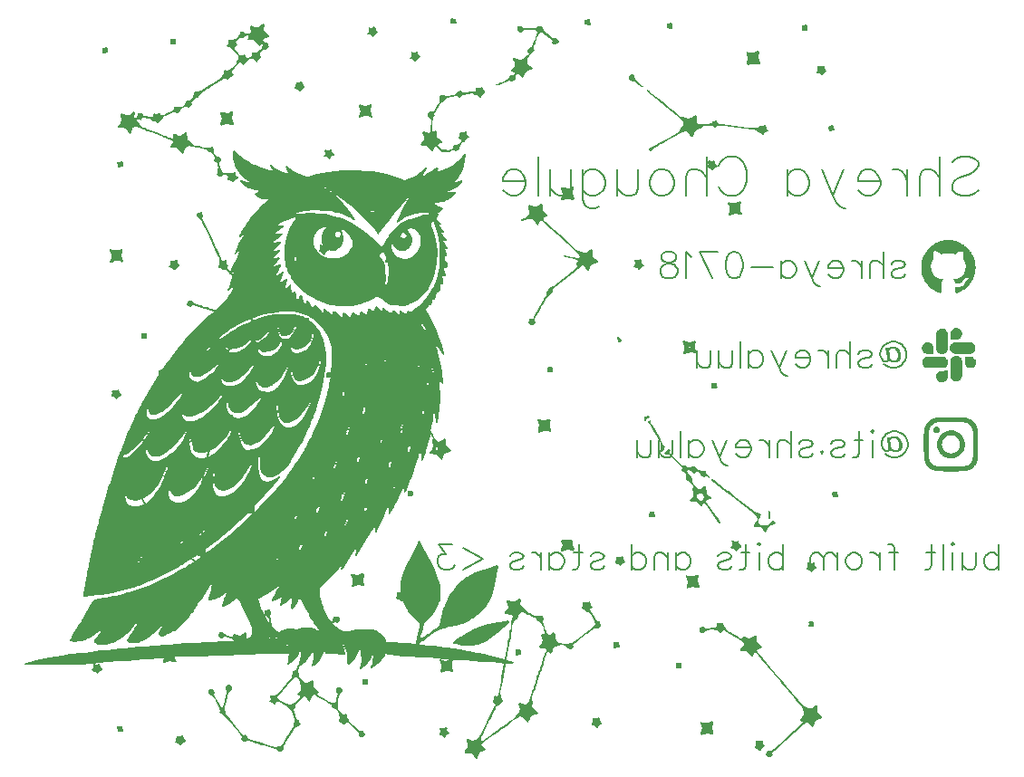
<source format=gbo>
G04 Layer: BottomSilkscreenLayer*
G04 EasyEDA v6.5.50, 2025-07-25 16:42:57*
G04 3a3b6a04c29d476bbc4f7cc3e832e921,42856f5ad3ae403ab08d0c24e8ee34dd,10*
G04 Gerber Generator version 0.2*
G04 Scale: 100 percent, Rotated: No, Reflected: No *
G04 Dimensions in inches *
G04 leading zeros omitted , absolute positions ,3 integer and 6 decimal *
%FSLAX36Y36*%
%MOIN*%

%ADD10C,0.0080*%
%ADD11C,0.0153*%

%LPD*%
G36*
X3356720Y1675080D02*
G01*
X3349880Y1674640D01*
X3346500Y1674259D01*
X3342200Y1673600D01*
X3337600Y1672680D01*
X3333780Y1671720D01*
X3330480Y1670780D01*
X3326360Y1669400D01*
X3323260Y1668240D01*
X3317280Y1665620D01*
X3313240Y1663580D01*
X3309080Y1661220D01*
X3306259Y1659480D01*
X3301720Y1656420D01*
X3299200Y1654560D01*
X3295299Y1651420D01*
X3292260Y1648740D01*
X3289280Y1645920D01*
X3285920Y1642360D01*
X3283140Y1639139D01*
X3280620Y1636000D01*
X3278759Y1633460D01*
X3275940Y1629300D01*
X3274160Y1626440D01*
X3271600Y1621940D01*
X3269120Y1616980D01*
X3267840Y1614079D01*
X3266300Y1610240D01*
X3265160Y1607040D01*
X3264100Y1603680D01*
X3262799Y1598760D01*
X3261760Y1593940D01*
X3261120Y1590100D01*
X3260640Y1586339D01*
X3260120Y1579880D01*
X3260140Y1570240D01*
X3260659Y1563760D01*
X3261120Y1560020D01*
X3261680Y1556560D01*
X3262420Y1552860D01*
X3263279Y1549360D01*
X3264300Y1545680D01*
X3265960Y1540720D01*
X3267559Y1536699D01*
X3268900Y1533600D01*
X3271220Y1528920D01*
X3273260Y1525260D01*
X3274720Y1522840D01*
X3277540Y1518560D01*
X3280920Y1513940D01*
X3284200Y1509900D01*
X3288039Y1505600D01*
X3291700Y1501940D01*
X3294980Y1499000D01*
X3298920Y1495780D01*
X3303399Y1492480D01*
X3306600Y1490400D01*
X3311180Y1487700D01*
X3316620Y1484880D01*
X3320080Y1483320D01*
X3323740Y1481840D01*
X3328140Y1480240D01*
X3329540Y1479980D01*
X3330960Y1479980D01*
X3332080Y1480180D01*
X3333220Y1480720D01*
X3334360Y1481960D01*
X3334940Y1483060D01*
X3335200Y1484240D01*
X3335220Y1513660D01*
X3335400Y1516459D01*
X3335700Y1518720D01*
X3336160Y1520960D01*
X3336720Y1522920D01*
X3337400Y1524620D01*
X3338380Y1526579D01*
X3339480Y1528260D01*
X3340899Y1529960D01*
X3341980Y1530940D01*
X3338159Y1531420D01*
X3333300Y1532240D01*
X3328740Y1533280D01*
X3324760Y1534520D01*
X3320980Y1536080D01*
X3318260Y1537400D01*
X3313780Y1539960D01*
X3311480Y1541600D01*
X3309080Y1543600D01*
X3306500Y1546260D01*
X3304960Y1548180D01*
X3303440Y1550420D01*
X3302120Y1552800D01*
X3301040Y1555060D01*
X3300059Y1557500D01*
X3299140Y1560120D01*
X3298320Y1562920D01*
X3297760Y1565260D01*
X3297280Y1567720D01*
X3296800Y1570980D01*
X3296520Y1573880D01*
X3296340Y1576980D01*
X3296340Y1582720D01*
X3296540Y1585120D01*
X3297000Y1588320D01*
X3297540Y1590740D01*
X3298200Y1593000D01*
X3299040Y1595380D01*
X3300220Y1598060D01*
X3301780Y1600860D01*
X3303540Y1603480D01*
X3305480Y1605920D01*
X3306560Y1607100D01*
X3305680Y1609580D01*
X3305059Y1612040D01*
X3304680Y1614160D01*
X3304440Y1616220D01*
X3304440Y1620820D01*
X3304780Y1623540D01*
X3305240Y1626020D01*
X3306060Y1629240D01*
X3307620Y1633700D01*
X3309020Y1634019D01*
X3311560Y1634000D01*
X3313440Y1633680D01*
X3315860Y1633060D01*
X3318780Y1632020D01*
X3323380Y1630080D01*
X3326120Y1628740D01*
X3328560Y1627440D01*
X3335080Y1623400D01*
X3338639Y1624319D01*
X3341680Y1625000D01*
X3345280Y1625640D01*
X3348660Y1626100D01*
X3355220Y1626680D01*
X3363360Y1626759D01*
X3369920Y1626279D01*
X3373660Y1625820D01*
X3377600Y1625160D01*
X3381160Y1624420D01*
X3385100Y1623400D01*
X3388180Y1625420D01*
X3390800Y1627020D01*
X3392780Y1628120D01*
X3397420Y1630240D01*
X3403440Y1632640D01*
X3407100Y1633680D01*
X3409160Y1634000D01*
X3411320Y1633980D01*
X3412600Y1633720D01*
X3412760Y1633560D01*
X3413700Y1630840D01*
X3414700Y1627280D01*
X3415200Y1624900D01*
X3415720Y1621380D01*
X3415720Y1615860D01*
X3415380Y1613420D01*
X3414920Y1611180D01*
X3413600Y1607160D01*
X3416040Y1604240D01*
X3417600Y1602040D01*
X3419560Y1598800D01*
X3420720Y1596360D01*
X3421560Y1594220D01*
X3422240Y1592160D01*
X3423080Y1588740D01*
X3423540Y1585840D01*
X3423840Y1582880D01*
X3423840Y1576960D01*
X3423639Y1573980D01*
X3423220Y1570040D01*
X3422700Y1566840D01*
X3422060Y1563860D01*
X3421259Y1560960D01*
X3419820Y1556800D01*
X3418180Y1553180D01*
X3417240Y1551399D01*
X3415240Y1548220D01*
X3413360Y1545880D01*
X3411620Y1544040D01*
X3409340Y1542040D01*
X3407580Y1540700D01*
X3405880Y1539580D01*
X3402679Y1537740D01*
X3397860Y1535440D01*
X3394680Y1534220D01*
X3392220Y1533460D01*
X3388880Y1532620D01*
X3385460Y1531960D01*
X3381440Y1531320D01*
X3378399Y1530960D01*
X3380899Y1528040D01*
X3381980Y1526300D01*
X3382960Y1524240D01*
X3383660Y1522400D01*
X3384300Y1519900D01*
X3384680Y1517580D01*
X3384840Y1517440D01*
X3387140Y1516500D01*
X3389300Y1515840D01*
X3392020Y1515300D01*
X3394740Y1515020D01*
X3398300Y1514900D01*
X3400320Y1515120D01*
X3402140Y1515580D01*
X3403820Y1516220D01*
X3405520Y1517080D01*
X3407300Y1518260D01*
X3408700Y1519379D01*
X3410860Y1521620D01*
X3412480Y1523760D01*
X3414480Y1527040D01*
X3415760Y1528760D01*
X3418159Y1531200D01*
X3419380Y1532180D01*
X3421820Y1533779D01*
X3424620Y1535200D01*
X3426220Y1535720D01*
X3429260Y1536180D01*
X3430899Y1536080D01*
X3432380Y1535800D01*
X3433120Y1535420D01*
X3433580Y1534940D01*
X3433580Y1534199D01*
X3433020Y1533120D01*
X3431900Y1531720D01*
X3430419Y1530520D01*
X3428580Y1529440D01*
X3427080Y1528360D01*
X3425179Y1526480D01*
X3423759Y1524700D01*
X3422120Y1522360D01*
X3420560Y1519780D01*
X3419020Y1516279D01*
X3417880Y1513460D01*
X3416880Y1511660D01*
X3415419Y1509720D01*
X3413560Y1507920D01*
X3412020Y1506780D01*
X3410299Y1505700D01*
X3408039Y1504620D01*
X3405800Y1503880D01*
X3401480Y1503120D01*
X3399060Y1502840D01*
X3395580Y1502620D01*
X3390720Y1502740D01*
X3389020Y1502920D01*
X3385040Y1503600D01*
X3384980Y1503540D01*
X3384840Y1484040D01*
X3385340Y1482580D01*
X3385980Y1481600D01*
X3386920Y1480720D01*
X3388060Y1480180D01*
X3389400Y1479940D01*
X3391440Y1480060D01*
X3394000Y1480920D01*
X3397460Y1482240D01*
X3402000Y1484199D01*
X3405080Y1485640D01*
X3408080Y1487200D01*
X3413759Y1490500D01*
X3417700Y1493140D01*
X3421200Y1495740D01*
X3425840Y1499580D01*
X3430539Y1503959D01*
X3434020Y1507660D01*
X3436160Y1510100D01*
X3438759Y1513280D01*
X3441700Y1517220D01*
X3443900Y1520400D01*
X3446200Y1524040D01*
X3449520Y1530000D01*
X3451180Y1533420D01*
X3452420Y1536220D01*
X3454060Y1540360D01*
X3455500Y1544560D01*
X3456540Y1548040D01*
X3457660Y1552440D01*
X3458580Y1557020D01*
X3459240Y1561339D01*
X3459620Y1564700D01*
X3460059Y1571360D01*
X3460080Y1578100D01*
X3459900Y1581940D01*
X3459620Y1585400D01*
X3459240Y1588680D01*
X3458480Y1593520D01*
X3457559Y1598020D01*
X3455860Y1604420D01*
X3454100Y1609680D01*
X3451060Y1616980D01*
X3448380Y1622320D01*
X3445980Y1626540D01*
X3443600Y1630280D01*
X3441420Y1633460D01*
X3439040Y1636639D01*
X3437000Y1639180D01*
X3433759Y1642880D01*
X3430240Y1646560D01*
X3426180Y1650300D01*
X3422660Y1653240D01*
X3419700Y1655500D01*
X3416660Y1657660D01*
X3413200Y1659940D01*
X3407760Y1663140D01*
X3401580Y1666260D01*
X3397559Y1667980D01*
X3394080Y1669319D01*
X3389680Y1670780D01*
X3386400Y1671720D01*
X3381480Y1672900D01*
X3378100Y1673560D01*
X3374600Y1674120D01*
X3371139Y1674540D01*
X3363540Y1675080D01*
G37*
G36*
X3389780Y1351220D02*
G01*
X3386840Y1351080D01*
X3386200Y1350740D01*
X3383240Y1350400D01*
X3382300Y1349660D01*
X3381320Y1349660D01*
X3380059Y1348740D01*
X3379440Y1348740D01*
X3378340Y1347820D01*
X3377980Y1347820D01*
X3375560Y1345880D01*
X3373440Y1343760D01*
X3371500Y1341339D01*
X3371500Y1340880D01*
X3370779Y1340040D01*
X3370340Y1338620D01*
X3370100Y1338620D01*
X3369680Y1337700D01*
X3369680Y1337060D01*
X3368960Y1335720D01*
X3368560Y1332480D01*
X3368140Y1331200D01*
X3368200Y1309160D01*
X3368980Y1308500D01*
X3369920Y1308280D01*
X3371080Y1308700D01*
X3382980Y1308720D01*
X3393680Y1308980D01*
X3394680Y1309640D01*
X3396900Y1310000D01*
X3397820Y1310720D01*
X3398660Y1310720D01*
X3399760Y1311639D01*
X3400299Y1311639D01*
X3405360Y1315760D01*
X3406200Y1317060D01*
X3407320Y1318520D01*
X3407919Y1319800D01*
X3408180Y1319980D01*
X3408600Y1320800D01*
X3408600Y1321500D01*
X3409360Y1322440D01*
X3409720Y1324480D01*
X3410480Y1326180D01*
X3410340Y1334680D01*
X3409760Y1335780D01*
X3409500Y1337060D01*
X3408399Y1339460D01*
X3407320Y1341360D01*
X3406940Y1341600D01*
X3406440Y1342760D01*
X3404000Y1345300D01*
X3401040Y1347820D01*
X3400580Y1347820D01*
X3399920Y1348560D01*
X3398500Y1348980D01*
X3398500Y1349220D01*
X3397580Y1349660D01*
X3396940Y1349660D01*
X3395640Y1350340D01*
X3392940Y1350760D01*
X3392540Y1351020D01*
G37*
G36*
X3337620Y1349760D02*
G01*
X3333960Y1349640D01*
X3331760Y1349240D01*
X3331019Y1348740D01*
X3329940Y1348740D01*
X3327520Y1347600D01*
X3325680Y1346519D01*
X3323300Y1344780D01*
X3320419Y1341840D01*
X3319900Y1340640D01*
X3319360Y1340440D01*
X3319120Y1339640D01*
X3318240Y1338600D01*
X3318240Y1337940D01*
X3317520Y1337000D01*
X3317160Y1335120D01*
X3316620Y1334580D01*
X3316200Y1331200D01*
X3315880Y1330600D01*
X3315840Y1274740D01*
X3316220Y1274000D01*
X3316600Y1270440D01*
X3317340Y1269260D01*
X3317340Y1268740D01*
X3318060Y1267320D01*
X3318440Y1266140D01*
X3319160Y1265480D01*
X3319160Y1265040D01*
X3321200Y1262500D01*
X3323279Y1260480D01*
X3325620Y1258560D01*
X3326100Y1258560D01*
X3327480Y1257460D01*
X3328120Y1257460D01*
X3329000Y1256760D01*
X3331120Y1256320D01*
X3332660Y1255660D01*
X3337440Y1255440D01*
X3342280Y1255780D01*
X3343680Y1256540D01*
X3344320Y1256540D01*
X3345240Y1256960D01*
X3345240Y1257260D01*
X3346520Y1257500D01*
X3347700Y1258380D01*
X3348159Y1258380D01*
X3349200Y1259240D01*
X3350080Y1259520D01*
X3354240Y1263760D01*
X3354480Y1264520D01*
X3355340Y1265560D01*
X3355340Y1266020D01*
X3356220Y1267220D01*
X3356460Y1268480D01*
X3356780Y1268480D01*
X3357180Y1269640D01*
X3357180Y1270600D01*
X3358020Y1272060D01*
X3358020Y1333220D01*
X3357180Y1334680D01*
X3357180Y1335640D01*
X3356780Y1336800D01*
X3356500Y1336800D01*
X3356080Y1338200D01*
X3355340Y1339060D01*
X3355340Y1339460D01*
X3353000Y1342760D01*
X3351040Y1344680D01*
X3347919Y1346860D01*
X3347080Y1347100D01*
X3347080Y1347420D01*
X3345340Y1348080D01*
X3344860Y1348540D01*
X3343500Y1348779D01*
X3342740Y1349259D01*
X3341340Y1349520D01*
G37*
G36*
X3285280Y1299120D02*
G01*
X3281200Y1298959D01*
X3279040Y1298280D01*
X3277020Y1298020D01*
X3275920Y1297360D01*
X3274820Y1297100D01*
X3274080Y1296440D01*
X3273220Y1296160D01*
X3271880Y1295320D01*
X3271139Y1294600D01*
X3270380Y1294360D01*
X3266920Y1290760D01*
X3265220Y1288160D01*
X3264940Y1287320D01*
X3264080Y1285680D01*
X3264080Y1285100D01*
X3263320Y1283700D01*
X3262960Y1280720D01*
X3262660Y1280140D01*
X3262440Y1277740D01*
X3262760Y1274440D01*
X3263480Y1271340D01*
X3263880Y1271200D01*
X3264120Y1269400D01*
X3264980Y1268220D01*
X3264980Y1267600D01*
X3268540Y1262940D01*
X3272520Y1259840D01*
X3273340Y1259300D01*
X3273780Y1259300D01*
X3274280Y1258800D01*
X3275059Y1258380D01*
X3275779Y1258380D01*
X3276680Y1257660D01*
X3278980Y1257280D01*
X3279440Y1256900D01*
X3282160Y1256540D01*
X3305160Y1256540D01*
X3305860Y1257180D01*
X3305620Y1266920D01*
X3305380Y1271500D01*
X3305020Y1272800D01*
X3304720Y1282400D01*
X3304100Y1283340D01*
X3303700Y1285280D01*
X3303039Y1286380D01*
X3302780Y1287240D01*
X3301259Y1289500D01*
X3300840Y1290420D01*
X3297860Y1293540D01*
X3295760Y1295240D01*
X3294860Y1295700D01*
X3294460Y1296040D01*
X3292820Y1297100D01*
X3291160Y1297520D01*
X3290700Y1297900D01*
X3286580Y1298880D01*
G37*
G36*
X3388680Y1298779D02*
G01*
X3383900Y1298640D01*
X3381880Y1298240D01*
X3380140Y1298020D01*
X3379620Y1297480D01*
X3377679Y1297120D01*
X3376920Y1296440D01*
X3375860Y1296180D01*
X3373500Y1294460D01*
X3371060Y1292400D01*
X3369680Y1290880D01*
X3369680Y1290340D01*
X3369000Y1289880D01*
X3368540Y1289019D01*
X3367880Y1288340D01*
X3367620Y1287200D01*
X3367320Y1287200D01*
X3366660Y1285480D01*
X3366000Y1284199D01*
X3366000Y1282880D01*
X3365179Y1281420D01*
X3365200Y1273340D01*
X3366000Y1271880D01*
X3366000Y1270960D01*
X3366900Y1269120D01*
X3366920Y1268540D01*
X3367840Y1267300D01*
X3367840Y1266880D01*
X3370140Y1263960D01*
X3372820Y1261120D01*
X3373140Y1261120D01*
X3373740Y1260520D01*
X3374900Y1259680D01*
X3376060Y1259140D01*
X3376840Y1258380D01*
X3377700Y1258380D01*
X3378580Y1257680D01*
X3380779Y1257220D01*
X3381800Y1256700D01*
X3385740Y1256440D01*
X3442700Y1256620D01*
X3443660Y1257260D01*
X3445240Y1257480D01*
X3446259Y1257860D01*
X3446259Y1258180D01*
X3447520Y1258400D01*
X3448720Y1259300D01*
X3449160Y1259300D01*
X3450260Y1260220D01*
X3450640Y1260220D01*
X3453260Y1262400D01*
X3455340Y1264960D01*
X3457280Y1267600D01*
X3457280Y1268240D01*
X3458020Y1269180D01*
X3458360Y1271040D01*
X3458940Y1271920D01*
X3459500Y1276280D01*
X3459700Y1278840D01*
X3459320Y1280140D01*
X3458880Y1283440D01*
X3458240Y1284540D01*
X3458000Y1285900D01*
X3457520Y1286380D01*
X3457080Y1287640D01*
X3456400Y1288400D01*
X3456180Y1289319D01*
X3453600Y1292260D01*
X3452300Y1293540D01*
X3449880Y1295480D01*
X3449440Y1295480D01*
X3448759Y1296220D01*
X3447180Y1296620D01*
X3447180Y1296879D01*
X3446240Y1297300D01*
X3445600Y1297300D01*
X3444320Y1298000D01*
X3441680Y1298400D01*
X3389240Y1298420D01*
G37*
G36*
X3390880Y1249540D02*
G01*
X3386840Y1249420D01*
X3384500Y1248640D01*
X3383140Y1248640D01*
X3381520Y1247780D01*
X3380200Y1247540D01*
X3379540Y1246800D01*
X3378880Y1246800D01*
X3377799Y1245880D01*
X3377380Y1245880D01*
X3376580Y1244960D01*
X3376060Y1244960D01*
X3372620Y1241600D01*
X3372380Y1240840D01*
X3371680Y1240100D01*
X3370600Y1238440D01*
X3370600Y1238040D01*
X3369860Y1237200D01*
X3369620Y1235880D01*
X3368900Y1234680D01*
X3368580Y1232120D01*
X3368080Y1231100D01*
X3368200Y1172760D01*
X3368560Y1172100D01*
X3368980Y1169400D01*
X3369680Y1168120D01*
X3369680Y1167540D01*
X3370600Y1166300D01*
X3370600Y1165680D01*
X3372520Y1163040D01*
X3374140Y1161020D01*
X3376320Y1159200D01*
X3376700Y1159200D01*
X3377480Y1158440D01*
X3378820Y1157580D01*
X3379680Y1157320D01*
X3380440Y1156640D01*
X3382360Y1156260D01*
X3382900Y1155720D01*
X3386019Y1155360D01*
X3386840Y1154800D01*
X3391620Y1154800D01*
X3393080Y1155340D01*
X3395640Y1155740D01*
X3396940Y1156440D01*
X3397520Y1156440D01*
X3398759Y1157360D01*
X3399400Y1157360D01*
X3400480Y1158280D01*
X3400899Y1158280D01*
X3401700Y1159200D01*
X3402220Y1159200D01*
X3405539Y1162420D01*
X3406040Y1163620D01*
X3406560Y1163820D01*
X3406980Y1164860D01*
X3407480Y1165060D01*
X3407940Y1166540D01*
X3408180Y1166540D01*
X3408600Y1167480D01*
X3408600Y1168140D01*
X3409300Y1169020D01*
X3409720Y1171040D01*
X3410240Y1172540D01*
X3410299Y1231460D01*
X3409580Y1233680D01*
X3409320Y1235420D01*
X3408820Y1235920D01*
X3408420Y1237420D01*
X3408020Y1237660D01*
X3407380Y1239180D01*
X3406780Y1239680D01*
X3406780Y1240160D01*
X3404660Y1242680D01*
X3402380Y1244880D01*
X3401019Y1245880D01*
X3400580Y1245880D01*
X3399920Y1246620D01*
X3398500Y1247040D01*
X3398500Y1247320D01*
X3396760Y1247960D01*
X3396300Y1248320D01*
X3393460Y1249040D01*
G37*
G36*
X3420760Y1246060D02*
G01*
X3420160Y1245480D01*
X3420280Y1220640D01*
X3421100Y1219160D01*
X3421100Y1218240D01*
X3421760Y1216940D01*
X3422420Y1215220D01*
X3422700Y1215220D01*
X3423300Y1213840D01*
X3424420Y1212360D01*
X3425260Y1211080D01*
X3428540Y1208240D01*
X3429820Y1207320D01*
X3431060Y1206740D01*
X3431580Y1206220D01*
X3433039Y1205800D01*
X3433039Y1205520D01*
X3434040Y1205140D01*
X3435640Y1204920D01*
X3436520Y1204340D01*
X3440980Y1203980D01*
X3446120Y1204380D01*
X3446980Y1204940D01*
X3448920Y1205340D01*
X3450020Y1206000D01*
X3450880Y1206260D01*
X3453440Y1207960D01*
X3455920Y1209980D01*
X3457860Y1212000D01*
X3458380Y1213100D01*
X3459660Y1214760D01*
X3460040Y1215600D01*
X3460040Y1216020D01*
X3460760Y1216800D01*
X3461120Y1218700D01*
X3461700Y1219580D01*
X3462280Y1223940D01*
X3462280Y1226140D01*
X3461680Y1230800D01*
X3461120Y1231360D01*
X3460779Y1233240D01*
X3460040Y1234180D01*
X3460040Y1234800D01*
X3459120Y1236040D01*
X3459120Y1236480D01*
X3456019Y1240040D01*
X3452460Y1243140D01*
X3452020Y1243140D01*
X3450779Y1244040D01*
X3450160Y1244040D01*
X3449280Y1244740D01*
X3447340Y1245140D01*
X3446420Y1245760D01*
X3443220Y1246020D01*
G37*
G36*
X3340380Y1245840D02*
G01*
X3281420Y1245800D01*
X3279960Y1244960D01*
X3279000Y1244960D01*
X3277840Y1244560D01*
X3277840Y1244280D01*
X3276240Y1243880D01*
X3275779Y1243320D01*
X3274360Y1242940D01*
X3273980Y1242220D01*
X3273500Y1242220D01*
X3272120Y1241200D01*
X3269860Y1239000D01*
X3267740Y1236480D01*
X3267740Y1236020D01*
X3267000Y1235360D01*
X3266580Y1233940D01*
X3266340Y1233940D01*
X3265899Y1233020D01*
X3265899Y1232380D01*
X3265000Y1230540D01*
X3264980Y1229220D01*
X3264260Y1226920D01*
X3264280Y1222100D01*
X3264800Y1220640D01*
X3265220Y1218080D01*
X3265899Y1216780D01*
X3265899Y1216160D01*
X3266780Y1215120D01*
X3267040Y1214260D01*
X3267900Y1212920D01*
X3268660Y1212140D01*
X3268660Y1211680D01*
X3271880Y1208380D01*
X3274820Y1206400D01*
X3276340Y1205700D01*
X3276560Y1205320D01*
X3277760Y1205080D01*
X3278860Y1204400D01*
X3281720Y1204040D01*
X3282300Y1203560D01*
X3340740Y1203560D01*
X3341860Y1204200D01*
X3343200Y1204200D01*
X3344220Y1204580D01*
X3344440Y1204920D01*
X3346420Y1205300D01*
X3347180Y1205980D01*
X3348039Y1206260D01*
X3350600Y1207960D01*
X3352040Y1209120D01*
X3354440Y1211720D01*
X3354440Y1212140D01*
X3355200Y1212920D01*
X3356040Y1214260D01*
X3356300Y1215120D01*
X3356980Y1215860D01*
X3357240Y1216960D01*
X3357880Y1218060D01*
X3358140Y1219900D01*
X3358880Y1222440D01*
X3358680Y1228520D01*
X3358100Y1229640D01*
X3358100Y1230480D01*
X3356780Y1233940D01*
X3356500Y1233940D01*
X3356080Y1235360D01*
X3355340Y1236020D01*
X3355340Y1236480D01*
X3353240Y1239000D01*
X3351220Y1241020D01*
X3350120Y1241840D01*
X3348920Y1242400D01*
X3348920Y1242720D01*
X3346920Y1243860D01*
X3345240Y1244280D01*
X3345240Y1244560D01*
X3344240Y1244940D01*
X3342600Y1245160D01*
X3342080Y1245600D01*
G37*
G36*
X3356780Y1193560D02*
G01*
X3332300Y1193460D01*
X3331180Y1192840D01*
X3329020Y1192440D01*
X3328260Y1191960D01*
X3326520Y1191300D01*
X3326520Y1191040D01*
X3325020Y1190580D01*
X3324840Y1190080D01*
X3323759Y1189640D01*
X3323759Y1189320D01*
X3322580Y1188600D01*
X3319480Y1185580D01*
X3318960Y1184460D01*
X3317880Y1182980D01*
X3316620Y1180420D01*
X3316220Y1178640D01*
X3315700Y1177840D01*
X3315260Y1173800D01*
X3315480Y1167920D01*
X3315880Y1166540D01*
X3316200Y1166540D01*
X3316460Y1164800D01*
X3317100Y1163660D01*
X3317520Y1162360D01*
X3318240Y1161720D01*
X3318240Y1161280D01*
X3321080Y1157640D01*
X3322380Y1156620D01*
X3324220Y1154940D01*
X3325340Y1154440D01*
X3325840Y1153860D01*
X3327440Y1153460D01*
X3327440Y1153200D01*
X3328360Y1152780D01*
X3329040Y1152780D01*
X3329980Y1152020D01*
X3333000Y1151660D01*
X3333700Y1151280D01*
X3338980Y1151280D01*
X3339700Y1151660D01*
X3342380Y1152080D01*
X3343680Y1152780D01*
X3344320Y1152780D01*
X3345240Y1153200D01*
X3345240Y1153480D01*
X3346340Y1153720D01*
X3347340Y1154520D01*
X3348360Y1154880D01*
X3350240Y1156540D01*
X3352500Y1158840D01*
X3354200Y1160940D01*
X3354480Y1161860D01*
X3355140Y1162600D01*
X3355400Y1163700D01*
X3356080Y1164460D01*
X3356440Y1166360D01*
X3357020Y1167240D01*
X3357360Y1170320D01*
X3357360Y1192960D01*
G37*
G36*
X3391800Y1023360D02*
G01*
X3341580Y1023259D01*
X3335480Y1023060D01*
X3325360Y1022580D01*
X3320400Y1022099D01*
X3317000Y1021620D01*
X3313540Y1020939D01*
X3310800Y1020300D01*
X3308759Y1019720D01*
X3305520Y1018660D01*
X3301900Y1017220D01*
X3298080Y1015360D01*
X3295779Y1014080D01*
X3292540Y1011900D01*
X3290440Y1010260D01*
X3288159Y1008319D01*
X3284620Y1004780D01*
X3282679Y1002500D01*
X3281040Y1000400D01*
X3278880Y997159D01*
X3277660Y995060D01*
X3275720Y991040D01*
X3274280Y987420D01*
X3273220Y984180D01*
X3272460Y981460D01*
X3271720Y978060D01*
X3271120Y974640D01*
X3270740Y971780D01*
X3270260Y966140D01*
X3269780Y954500D01*
X3269640Y946580D01*
X3269640Y901160D01*
X3287679Y901160D01*
X3287720Y948780D01*
X3288060Y960520D01*
X3288399Y967000D01*
X3288680Y969960D01*
X3289160Y973300D01*
X3289820Y976540D01*
X3290580Y979340D01*
X3291560Y982180D01*
X3292700Y984840D01*
X3293920Y987180D01*
X3295000Y988920D01*
X3296440Y990860D01*
X3298039Y992720D01*
X3300220Y994900D01*
X3302080Y996500D01*
X3304020Y997940D01*
X3305800Y999040D01*
X3308100Y1000240D01*
X3310760Y1001380D01*
X3313340Y1002280D01*
X3315980Y1003020D01*
X3319060Y1003680D01*
X3323560Y1004300D01*
X3329240Y1004740D01*
X3341500Y1005240D01*
X3391680Y1005320D01*
X3391780Y1005240D01*
X3401040Y1005120D01*
X3410200Y1004740D01*
X3416200Y1004260D01*
X3419540Y1003780D01*
X3422799Y1003120D01*
X3425580Y1002360D01*
X3428420Y1001380D01*
X3431100Y1000240D01*
X3433480Y999000D01*
X3435539Y997680D01*
X3437440Y996220D01*
X3439080Y994780D01*
X3441160Y992700D01*
X3442760Y990860D01*
X3444200Y988920D01*
X3445260Y987180D01*
X3446480Y984840D01*
X3447620Y982180D01*
X3448600Y979340D01*
X3449360Y976540D01*
X3450020Y973300D01*
X3450500Y969960D01*
X3450800Y967000D01*
X3451280Y956880D01*
X3451520Y945620D01*
X3451520Y901160D01*
X3451360Y891420D01*
X3450800Y879840D01*
X3450560Y877300D01*
X3449920Y872820D01*
X3449260Y869740D01*
X3448519Y867099D01*
X3447620Y864520D01*
X3446480Y861840D01*
X3445240Y859460D01*
X3443940Y857420D01*
X3442740Y855840D01*
X3441139Y853980D01*
X3438960Y851800D01*
X3437100Y850180D01*
X3435160Y848740D01*
X3433380Y847640D01*
X3431100Y846460D01*
X3428420Y845320D01*
X3425840Y844419D01*
X3423200Y843680D01*
X3420120Y843020D01*
X3416980Y842540D01*
X3411920Y842060D01*
X3402080Y841660D01*
X3401520Y841580D01*
X3391880Y841420D01*
X3347400Y841420D01*
X3337060Y841620D01*
X3325940Y842140D01*
X3322980Y842440D01*
X3319640Y842920D01*
X3316400Y843560D01*
X3313600Y844340D01*
X3310760Y845320D01*
X3308100Y846460D01*
X3305720Y847700D01*
X3303680Y849000D01*
X3300240Y851780D01*
X3298159Y853860D01*
X3295260Y857400D01*
X3293940Y859460D01*
X3292700Y861840D01*
X3291560Y864520D01*
X3290659Y867099D01*
X3289920Y869740D01*
X3289260Y872820D01*
X3288639Y877300D01*
X3288399Y879840D01*
X3288020Y886940D01*
X3287900Y890860D01*
X3287820Y891420D01*
X3287679Y901160D01*
X3269640Y901160D01*
X3269980Y886940D01*
X3270260Y880639D01*
X3270740Y874920D01*
X3271220Y871400D01*
X3272080Y866960D01*
X3272860Y863860D01*
X3274280Y859280D01*
X3275720Y855639D01*
X3277660Y851640D01*
X3278880Y849539D01*
X3281040Y846300D01*
X3282679Y844200D01*
X3284620Y841900D01*
X3288159Y838379D01*
X3292540Y834780D01*
X3295779Y832620D01*
X3297880Y831420D01*
X3301900Y829460D01*
X3305520Y828040D01*
X3308759Y826979D01*
X3311500Y826220D01*
X3314480Y825540D01*
X3317640Y824980D01*
X3322640Y824360D01*
X3325520Y824120D01*
X3332900Y823740D01*
X3337300Y823620D01*
X3337540Y823540D01*
X3347320Y823400D01*
X3391980Y823400D01*
X3401520Y823540D01*
X3402080Y823620D01*
X3406180Y823740D01*
X3413680Y824120D01*
X3416540Y824360D01*
X3420080Y824780D01*
X3423399Y825300D01*
X3427700Y826220D01*
X3433660Y828040D01*
X3437300Y829479D01*
X3441300Y831420D01*
X3443399Y832620D01*
X3446640Y834780D01*
X3448740Y836420D01*
X3451040Y838379D01*
X3454560Y841900D01*
X3456520Y844200D01*
X3458159Y846300D01*
X3460320Y849539D01*
X3461520Y851640D01*
X3463480Y855639D01*
X3464900Y859280D01*
X3465960Y862520D01*
X3466700Y865180D01*
X3467400Y868240D01*
X3467880Y870780D01*
X3468440Y874920D01*
X3468740Y877880D01*
X3469320Y890860D01*
X3469400Y891420D01*
X3469540Y902400D01*
X3469540Y945920D01*
X3469400Y954400D01*
X3468920Y966140D01*
X3468440Y971780D01*
X3468060Y974640D01*
X3467480Y978060D01*
X3466720Y981460D01*
X3465960Y984180D01*
X3464900Y987420D01*
X3463480Y991040D01*
X3461520Y995060D01*
X3460320Y997159D01*
X3458159Y1000400D01*
X3456520Y1002500D01*
X3454560Y1004780D01*
X3451040Y1008319D01*
X3448740Y1010260D01*
X3446640Y1011900D01*
X3443399Y1014060D01*
X3441400Y1015220D01*
X3438519Y1016660D01*
X3435200Y1018060D01*
X3430419Y1019720D01*
X3428380Y1020300D01*
X3422160Y1021620D01*
X3418020Y1022200D01*
X3412300Y1022680D01*
X3401800Y1023120D01*
X3391880Y1023280D01*
G37*
G36*
X3315160Y988700D02*
G01*
X3313340Y988420D01*
X3311680Y987860D01*
X3310299Y987200D01*
X3308759Y986200D01*
X3306740Y984180D01*
X3305740Y982640D01*
X3305100Y981320D01*
X3304540Y979599D01*
X3304240Y977800D01*
X3304240Y975680D01*
X3304520Y973940D01*
X3305020Y972340D01*
X3305840Y970620D01*
X3307020Y968960D01*
X3308800Y967240D01*
X3310380Y966220D01*
X3311360Y965720D01*
X3313260Y965060D01*
X3315120Y964740D01*
X3317340Y964760D01*
X3319160Y965060D01*
X3320880Y965639D01*
X3322140Y966260D01*
X3323860Y967420D01*
X3325520Y969080D01*
X3326680Y970800D01*
X3327300Y972060D01*
X3327880Y973780D01*
X3328180Y975580D01*
X3328180Y977900D01*
X3327880Y979700D01*
X3327220Y981600D01*
X3326720Y982560D01*
X3325700Y984140D01*
X3323980Y985920D01*
X3322320Y987099D01*
X3320600Y987920D01*
X3318980Y988439D01*
X3317440Y988700D01*
G37*
G36*
X3367540Y974680D02*
G01*
X3363200Y974300D01*
X3360340Y973860D01*
X3357799Y973340D01*
X3353620Y972200D01*
X3350760Y971160D01*
X3347980Y969960D01*
X3344700Y968300D01*
X3341780Y966540D01*
X3339200Y964760D01*
X3337100Y963139D01*
X3334820Y961180D01*
X3332040Y958420D01*
X3329940Y956020D01*
X3326960Y952020D01*
X3325320Y949400D01*
X3323759Y946580D01*
X3322240Y943259D01*
X3320760Y939320D01*
X3319900Y936380D01*
X3319320Y933900D01*
X3318840Y931320D01*
X3318460Y928160D01*
X3318260Y925500D01*
X3318260Y921300D01*
X3318329Y920340D01*
X3336340Y920340D01*
X3336340Y926360D01*
X3336680Y928720D01*
X3337540Y932560D01*
X3338300Y934900D01*
X3339240Y937180D01*
X3340299Y939260D01*
X3341280Y940960D01*
X3342559Y942860D01*
X3344260Y945060D01*
X3347700Y948500D01*
X3349620Y950060D01*
X3351980Y951660D01*
X3353680Y952640D01*
X3355760Y953700D01*
X3358060Y954640D01*
X3360380Y955400D01*
X3362679Y955960D01*
X3366400Y956560D01*
X3371740Y956620D01*
X3374320Y956360D01*
X3376520Y955980D01*
X3378800Y955400D01*
X3381139Y954640D01*
X3383420Y953700D01*
X3385500Y952640D01*
X3387200Y951660D01*
X3389100Y950380D01*
X3391300Y948680D01*
X3394940Y945060D01*
X3396620Y942860D01*
X3397900Y940960D01*
X3398900Y939260D01*
X3399940Y937180D01*
X3400880Y934900D01*
X3401640Y932560D01*
X3402320Y929680D01*
X3402840Y926360D01*
X3402840Y920340D01*
X3402500Y917980D01*
X3402120Y916040D01*
X3401640Y914140D01*
X3400880Y911800D01*
X3399940Y909520D01*
X3398399Y906580D01*
X3397260Y904780D01*
X3394940Y901640D01*
X3391300Y898000D01*
X3388080Y895600D01*
X3386139Y894400D01*
X3383480Y893020D01*
X3381139Y892060D01*
X3378800Y891300D01*
X3376520Y890720D01*
X3372500Y890100D01*
X3366680Y890100D01*
X3362679Y890720D01*
X3360380Y891300D01*
X3358060Y892060D01*
X3355760Y893000D01*
X3353680Y894040D01*
X3351980Y895040D01*
X3350080Y896320D01*
X3347880Y898000D01*
X3344260Y901640D01*
X3342559Y903840D01*
X3341280Y905740D01*
X3340299Y907440D01*
X3339240Y909520D01*
X3338300Y911800D01*
X3337540Y914140D01*
X3337060Y916040D01*
X3336680Y917980D01*
X3336340Y920340D01*
X3318329Y920340D01*
X3318460Y918520D01*
X3318840Y915380D01*
X3319320Y912800D01*
X3320260Y908960D01*
X3321280Y905840D01*
X3322380Y903060D01*
X3323660Y900300D01*
X3325320Y897300D01*
X3326960Y894680D01*
X3328399Y892660D01*
X3329940Y890680D01*
X3332040Y888280D01*
X3334560Y885759D01*
X3336920Y883700D01*
X3339920Y881440D01*
X3342200Y879900D01*
X3346160Y877600D01*
X3349680Y876000D01*
X3353620Y874500D01*
X3356560Y873640D01*
X3359040Y873060D01*
X3361620Y872600D01*
X3364680Y872220D01*
X3367919Y871979D01*
X3373360Y872099D01*
X3378140Y872700D01*
X3380620Y873160D01*
X3383580Y873900D01*
X3386139Y874700D01*
X3389200Y875840D01*
X3392160Y877180D01*
X3394540Y878439D01*
X3396640Y879680D01*
X3399100Y881280D01*
X3401700Y883259D01*
X3403220Y884520D01*
X3405940Y887000D01*
X3409060Y890480D01*
X3411360Y893439D01*
X3412420Y894960D01*
X3413860Y897280D01*
X3415440Y900120D01*
X3416800Y903060D01*
X3417900Y905840D01*
X3418920Y908920D01*
X3419860Y912700D01*
X3420360Y915480D01*
X3420720Y918439D01*
X3420920Y921360D01*
X3420920Y925500D01*
X3420740Y928160D01*
X3420340Y931320D01*
X3419880Y933900D01*
X3419300Y936380D01*
X3418440Y939320D01*
X3417420Y942120D01*
X3415419Y946580D01*
X3413880Y949400D01*
X3412220Y952020D01*
X3410800Y954020D01*
X3409240Y956020D01*
X3407140Y958420D01*
X3404660Y960900D01*
X3402260Y963000D01*
X3400280Y964539D01*
X3398260Y965980D01*
X3395700Y967600D01*
X3392820Y969180D01*
X3389680Y970639D01*
X3386380Y971919D01*
X3383580Y972780D01*
X3380620Y973520D01*
X3376760Y974200D01*
X3372220Y974659D01*
G37*
G36*
X731680Y2005860D02*
G01*
X729180Y2001200D01*
X729240Y1976320D01*
X731780Y1966680D01*
X733640Y1956300D01*
X736420Y1953540D01*
X736420Y1948959D01*
X748880Y1925080D01*
X750879Y1925080D01*
X750879Y1922660D01*
X764960Y1907600D01*
X773720Y1899760D01*
X776000Y1899760D01*
X776800Y1897960D01*
X784539Y1892520D01*
X786760Y1892520D01*
X789640Y1889060D01*
X790446Y1888899D01*
X1546600Y1888899D01*
X1546600Y1887700D01*
X1545400Y1887700D01*
X1545400Y1888899D01*
X790446Y1888899D01*
X794900Y1888040D01*
X787840Y1887700D01*
X780420Y1890080D01*
X760600Y1894940D01*
X754500Y1894940D01*
X754500Y1889160D01*
X773420Y1871360D01*
X774458Y1870820D01*
X1065960Y1870820D01*
X1064360Y1869220D01*
X1062740Y1870820D01*
X774458Y1870820D01*
X781428Y1867200D01*
X1066360Y1867200D01*
X1070980Y1867020D01*
X1067820Y1865760D01*
X1066360Y1867200D01*
X781428Y1867200D01*
X786420Y1864620D01*
X790991Y1863600D01*
X1076400Y1863600D01*
X1076400Y1861399D01*
X1071580Y1862660D01*
X1071580Y1863600D01*
X790991Y1863600D01*
X809161Y1859800D01*
X1077580Y1859800D01*
X1079540Y1861020D01*
X1082640Y1859100D01*
X1078900Y1857660D01*
X1077580Y1859800D01*
X809360Y1859760D01*
X819000Y1857300D01*
X823680Y1855580D01*
X809780Y1845300D01*
X811180Y1841639D01*
X816600Y1835080D01*
X826740Y1827420D01*
X828980Y1827420D01*
X835879Y1823820D01*
X859780Y1823800D01*
X850020Y1814760D01*
X835879Y1803540D01*
X823820Y1791740D01*
X802971Y1769280D01*
X950420Y1769220D01*
X944960Y1768180D01*
X940780Y1769280D01*
X802971Y1769280D01*
X797900Y1763740D01*
X797900Y1761120D01*
X796000Y1761120D01*
X787060Y1749120D01*
X787060Y1746840D01*
X785240Y1746040D01*
X778020Y1735660D01*
X773820Y1729160D01*
X772159Y1725540D01*
X770639Y1724340D01*
X761740Y1709560D01*
X761740Y1706860D01*
X759560Y1706860D01*
X756919Y1700220D01*
X751000Y1690580D01*
X750879Y1686360D01*
X754539Y1686360D01*
X771380Y1698959D01*
X771380Y1700840D01*
X773560Y1700840D01*
X772340Y1696180D01*
X768980Y1694880D01*
X768980Y1691380D01*
X767020Y1690580D01*
X754419Y1671300D01*
X752383Y1667080D01*
X875800Y1667080D01*
X882980Y1672500D01*
X890140Y1678959D01*
X910020Y1696480D01*
X910020Y1699620D01*
X902200Y1699580D01*
X886280Y1697280D01*
X882480Y1695820D01*
X883700Y1700220D01*
X917520Y1725400D01*
X913600Y1728260D01*
X891940Y1727020D01*
X891960Y1729160D01*
X899780Y1733640D01*
X919080Y1744139D01*
X937159Y1751699D01*
X943980Y1755080D01*
X948000Y1755100D01*
X954920Y1758700D01*
X958020Y1758700D01*
X956700Y1753280D01*
X954100Y1749960D01*
X948000Y1738400D01*
X936400Y1715900D01*
X931560Y1701440D01*
X929479Y1696620D01*
X921979Y1670080D01*
X920499Y1662020D01*
X1024560Y1662020D01*
X1024560Y1676819D01*
X1029500Y1692100D01*
X1036480Y1703100D01*
X1043120Y1710540D01*
X1055300Y1718620D01*
X1063120Y1720300D01*
X1064500Y1722540D01*
X1070540Y1722540D01*
X1068880Y1717100D01*
X1066260Y1713839D01*
X1063280Y1708660D01*
X1055300Y1693000D01*
X1055300Y1692560D01*
X1104140Y1692560D01*
X1104140Y1695920D01*
X1108080Y1704220D01*
X1113900Y1706860D01*
X1116800Y1706759D01*
X1123420Y1703160D01*
X1123780Y1696620D01*
X1123220Y1689379D01*
X1119440Y1685160D01*
X1113120Y1685160D01*
X1104140Y1692560D01*
X1055300Y1692560D01*
X1055300Y1666480D01*
X1061940Y1652980D01*
X1072060Y1642960D01*
X1074400Y1642960D01*
X1078220Y1639740D01*
X1092340Y1635420D01*
X1103960Y1636800D01*
X1108360Y1639160D01*
X1111980Y1640640D01*
X1117400Y1643779D01*
X1128400Y1655440D01*
X1131780Y1661960D01*
X1135440Y1672500D01*
X1135480Y1686600D01*
X1131680Y1700220D01*
X1127960Y1710380D01*
X1129440Y1714240D01*
X1141600Y1707460D01*
X1150560Y1699000D01*
X1159000Y1688420D01*
X1162720Y1682140D01*
X1167220Y1670200D01*
X1167100Y1653040D01*
X1159720Y1638140D01*
X1153340Y1629780D01*
X1136080Y1616680D01*
X1127455Y1612820D01*
X1269300Y1612820D01*
X1269300Y1616840D01*
X1276740Y1632120D01*
X1280080Y1632120D01*
X1289800Y1618959D01*
X1289800Y1615380D01*
X1291900Y1614079D01*
X1297025Y1597300D01*
X1451100Y1597300D01*
X1452560Y1598760D01*
X1452380Y1594139D01*
X1451100Y1597300D01*
X1297025Y1597300D01*
X1299680Y1585700D01*
X1299721Y1585120D01*
X1454800Y1585120D01*
X1455900Y1589319D01*
X1455860Y1579660D01*
X1454800Y1585120D01*
X1299721Y1585120D01*
X1300668Y1571819D01*
X1447580Y1571819D01*
X1448580Y1578460D01*
X1448580Y1565200D01*
X1447580Y1571819D01*
X1300668Y1571819D01*
X1301102Y1565800D01*
X1436480Y1565800D01*
X1438100Y1567400D01*
X1438100Y1564199D01*
X1436480Y1565800D01*
X1301102Y1565800D01*
X1301799Y1556180D01*
X1440340Y1556180D01*
X1441380Y1561579D01*
X1441339Y1549520D01*
X1440340Y1556180D01*
X1301799Y1556180D01*
X1302020Y1553140D01*
X1301826Y1551380D01*
X1429460Y1551380D01*
X1430680Y1554340D01*
X1430580Y1547120D01*
X1429460Y1551380D01*
X1301826Y1551380D01*
X1299585Y1530840D01*
X1422260Y1530840D01*
X1423240Y1538680D01*
X1423240Y1523000D01*
X1422260Y1530840D01*
X1299585Y1530840D01*
X1299520Y1530240D01*
X1297768Y1522440D01*
X1411399Y1522440D01*
X1412440Y1527820D01*
X1412420Y1515760D01*
X1411399Y1522440D01*
X1297760Y1522400D01*
X1295980Y1514560D01*
X1293180Y1503720D01*
X1289800Y1496120D01*
X1289800Y1491780D01*
X1287220Y1494360D01*
X1289900Y1507320D01*
X1292460Y1531579D01*
X1289920Y1567600D01*
X1287280Y1582080D01*
X1283700Y1592920D01*
X1276140Y1608600D01*
X1271340Y1612820D01*
X1127455Y1612820D01*
X1124760Y1611620D01*
X1121500Y1611620D01*
X1120280Y1610400D01*
X1268100Y1610400D01*
X1268100Y1609199D01*
X1266900Y1609199D01*
X1266900Y1610400D01*
X1120280Y1610400D01*
X1118480Y1608600D01*
X1076520Y1608600D01*
X1073520Y1611620D01*
X1069660Y1611620D01*
X1053460Y1619920D01*
X1046860Y1625040D01*
X1036979Y1634400D01*
X1028420Y1648760D01*
X1024560Y1662020D01*
X920499Y1662020D01*
X918881Y1652600D01*
X948199Y1652600D01*
X949820Y1654220D01*
X949820Y1651000D01*
X948199Y1652600D01*
X918881Y1652600D01*
X917511Y1644160D01*
X944800Y1644160D01*
X946000Y1647180D01*
X946000Y1641160D01*
X944800Y1644160D01*
X917511Y1644160D01*
X917020Y1641160D01*
X917221Y1634680D01*
X941120Y1634680D01*
X942580Y1636120D01*
X942400Y1631500D01*
X941120Y1634680D01*
X917221Y1634680D01*
X917857Y1614220D01*
X947340Y1614220D01*
X948920Y1623060D01*
X950420Y1625480D01*
X952940Y1636320D01*
X954620Y1629940D01*
X953040Y1621960D01*
X949840Y1615840D01*
X949820Y1612680D01*
X947340Y1614220D01*
X917857Y1614220D01*
X918051Y1608000D01*
X944800Y1608000D01*
X946000Y1611020D01*
X946000Y1604980D01*
X944800Y1608000D01*
X918051Y1608000D01*
X918220Y1602580D01*
X920412Y1596180D01*
X954500Y1596180D01*
X956080Y1603779D01*
X959740Y1615240D01*
X960660Y1615240D01*
X960580Y1603779D01*
X960128Y1603180D01*
X1264480Y1603180D01*
X1264480Y1601980D01*
X1263280Y1601980D01*
X1263280Y1603180D01*
X960128Y1603180D01*
X957039Y1599100D01*
X957039Y1594600D01*
X954500Y1596180D01*
X920412Y1596180D01*
X920699Y1595340D01*
X921058Y1593540D01*
X966500Y1593540D01*
X967700Y1596540D01*
X967700Y1590520D01*
X966500Y1593540D01*
X921058Y1593540D01*
X921780Y1589920D01*
X952020Y1589920D01*
X953240Y1592920D01*
X953240Y1586900D01*
X952020Y1589920D01*
X921780Y1589920D01*
X923080Y1583280D01*
X925840Y1572440D01*
X928120Y1570140D01*
X928120Y1569040D01*
X958160Y1569040D01*
X960840Y1579660D01*
X963400Y1591120D01*
X965840Y1591120D01*
X964278Y1576220D01*
X972660Y1576220D01*
X974900Y1585700D01*
X975140Y1573760D01*
X972660Y1576220D01*
X964278Y1576220D01*
X964260Y1576040D01*
X961940Y1575280D01*
X960360Y1566819D01*
X958160Y1569040D01*
X928120Y1569040D01*
X928120Y1565880D01*
X928442Y1565240D01*
X969300Y1565240D01*
X971280Y1573640D01*
X971440Y1561579D01*
X969300Y1565240D01*
X928442Y1565240D01*
X929380Y1563380D01*
X957039Y1563380D01*
X957039Y1562180D01*
X955840Y1562180D01*
X955840Y1563380D01*
X929380Y1563380D01*
X933019Y1556180D01*
X966520Y1556180D01*
X967620Y1560380D01*
X967615Y1559300D01*
X979940Y1559300D01*
X981480Y1570620D01*
X986580Y1570580D01*
X983319Y1568520D01*
X982039Y1557220D01*
X979940Y1559300D01*
X967615Y1559300D01*
X967580Y1550740D01*
X966520Y1556180D01*
X933019Y1556180D01*
X935922Y1550160D01*
X977380Y1550160D01*
X978460Y1554340D01*
X978432Y1547760D01*
X988400Y1547760D01*
X990600Y1551940D01*
X992980Y1560380D01*
X993220Y1547920D01*
X990680Y1547080D01*
X989190Y1538120D01*
X999100Y1538120D01*
X1000060Y1545900D01*
X1000040Y1529019D01*
X999100Y1538120D01*
X989190Y1538120D01*
X988680Y1535060D01*
X988400Y1547760D01*
X978432Y1547760D01*
X978420Y1544700D01*
X977380Y1550160D01*
X935922Y1550160D01*
X940320Y1541080D01*
X943240Y1536260D01*
X950180Y1525420D01*
X952474Y1522400D01*
X1017159Y1522400D01*
X1018180Y1529019D01*
X1018180Y1515760D01*
X1017159Y1522400D01*
X952474Y1522400D01*
X957935Y1515200D01*
X1028020Y1515200D01*
X1029060Y1520600D01*
X1029057Y1519980D01*
X1253640Y1519980D01*
X1253640Y1518779D01*
X1252420Y1518779D01*
X1252420Y1519980D01*
X1029057Y1519980D01*
X1029041Y1515160D01*
X1255640Y1515160D01*
X1257260Y1516780D01*
X1257260Y1513560D01*
X1255640Y1515160D01*
X1029041Y1515160D01*
X1029026Y1510380D01*
X1038840Y1510380D01*
X1040040Y1513360D01*
X1040006Y1510340D01*
X1259460Y1510340D01*
X1260680Y1513360D01*
X1260680Y1507320D01*
X1259460Y1510340D01*
X1040006Y1510340D01*
X1039960Y1506120D01*
X1038840Y1510380D01*
X1029026Y1510380D01*
X1029020Y1508540D01*
X1028020Y1515200D01*
X957935Y1515200D01*
X961160Y1510940D01*
X967300Y1504120D01*
X970654Y1500700D01*
X1053320Y1500700D01*
X1054420Y1504920D01*
X1054420Y1504319D01*
X1262880Y1504319D01*
X1264480Y1505920D01*
X1264480Y1502700D01*
X1262880Y1504319D01*
X1054420Y1504319D01*
X1054420Y1496480D01*
X1053320Y1500700D01*
X970654Y1500700D01*
X976421Y1494820D01*
X1042400Y1494820D01*
X1043860Y1496279D01*
X1043687Y1492300D01*
X1056940Y1492300D01*
X1058140Y1495280D01*
X1058040Y1488040D01*
X1056940Y1492300D01*
X1043687Y1492300D01*
X1043660Y1491660D01*
X1042400Y1494820D01*
X976421Y1494820D01*
X983660Y1487440D01*
X984700Y1487440D01*
X985957Y1486240D01*
X1284780Y1486240D01*
X1286000Y1489240D01*
X1286000Y1483220D01*
X1284780Y1486240D01*
X985957Y1486240D01*
X991660Y1480800D01*
X997060Y1477180D01*
X1004680Y1471560D01*
X1016720Y1463800D01*
X1041700Y1451260D01*
X1044860Y1451260D01*
X1051700Y1447800D01*
X1060500Y1444040D01*
X1065080Y1444040D01*
X1067460Y1441639D01*
X1078220Y1439340D01*
X1089060Y1436600D01*
X1096440Y1434400D01*
X1118000Y1431699D01*
X1149340Y1430520D01*
X1169840Y1433360D01*
X1181900Y1435400D01*
X1207220Y1441759D01*
X1209500Y1444040D01*
X1212780Y1444040D01*
X1224100Y1448940D01*
X1228280Y1451260D01*
X1231760Y1451260D01*
X1234940Y1454280D01*
X1245800Y1459820D01*
X1255440Y1465640D01*
X1261260Y1465740D01*
X1273520Y1457980D01*
X1290400Y1445580D01*
X1302460Y1440120D01*
X1308860Y1436800D01*
X1314640Y1436800D01*
X1317660Y1433779D01*
X1358620Y1432940D01*
X1369980Y1436560D01*
X1377780Y1438180D01*
X1379160Y1440420D01*
X1383380Y1440420D01*
X1404259Y1451060D01*
X1418200Y1461819D01*
X1432720Y1477220D01*
X1447320Y1496480D01*
X1451960Y1504920D01*
X1453220Y1506120D01*
X1462420Y1525420D01*
X1465440Y1531440D01*
X1472860Y1555560D01*
X1476459Y1573640D01*
X1479259Y1586900D01*
X1480540Y1633920D01*
X1477940Y1655620D01*
X1474319Y1673700D01*
X1470880Y1688180D01*
X1466920Y1702640D01*
X1464580Y1712280D01*
X1462340Y1717100D01*
X1459620Y1729160D01*
X1458360Y1735500D01*
X1462740Y1740620D01*
X1467020Y1740620D01*
X1467040Y1735200D01*
X1470640Y1728280D01*
X1470640Y1724700D01*
X1473860Y1717100D01*
X1476860Y1708660D01*
X1480380Y1695400D01*
X1483959Y1680940D01*
X1487720Y1658040D01*
X1489700Y1635120D01*
X1489700Y1597760D01*
X1487700Y1576040D01*
X1485040Y1560380D01*
X1481360Y1543500D01*
X1477520Y1530240D01*
X1471713Y1516380D01*
X1492340Y1516380D01*
X1492340Y1515160D01*
X1491140Y1515160D01*
X1491140Y1516380D01*
X1471713Y1516380D01*
X1466680Y1504920D01*
X1464700Y1501300D01*
X1459199Y1490460D01*
X1456180Y1487260D01*
X1456180Y1484760D01*
X1448940Y1475640D01*
X1448940Y1473580D01*
X1441100Y1464800D01*
X1427840Y1449680D01*
X1426860Y1447100D01*
X1412180Y1432360D01*
X1396500Y1423140D01*
X1383560Y1412680D01*
X1380140Y1412680D01*
X1371759Y1416180D01*
X1366960Y1411020D01*
X1366960Y1406860D01*
X1365480Y1402980D01*
X1362740Y1405200D01*
X1346560Y1413899D01*
X1342940Y1413899D01*
X1340440Y1409220D01*
X1340440Y1403040D01*
X1337040Y1403040D01*
X1320540Y1413880D01*
X1315160Y1413899D01*
X1312400Y1402940D01*
X1310660Y1403640D01*
X1296440Y1416080D01*
X1283240Y1427220D01*
X1279560Y1426519D01*
X1278840Y1410380D01*
X1274740Y1414620D01*
X1258240Y1433180D01*
X1254900Y1433180D01*
X1251520Y1426560D01*
X1249840Y1418120D01*
X1246280Y1410280D01*
X1245000Y1410280D01*
X1230920Y1422520D01*
X1226500Y1420160D01*
X1220700Y1401840D01*
X1217200Y1401840D01*
X1201680Y1412680D01*
X1198660Y1412680D01*
X1195760Y1409800D01*
X1195760Y1404379D01*
X1193660Y1403100D01*
X1192200Y1395800D01*
X1190260Y1395800D01*
X1170340Y1409079D01*
X1168180Y1409079D01*
X1164440Y1403740D01*
X1162900Y1392200D01*
X1159500Y1392200D01*
X1156580Y1394720D01*
X1140140Y1406540D01*
X1135060Y1408160D01*
X1131860Y1403779D01*
X1131860Y1394800D01*
X1130460Y1391140D01*
X1126440Y1392620D01*
X1125240Y1394300D01*
X1103540Y1410720D01*
X1102320Y1412360D01*
X1097100Y1413980D01*
X1095140Y1410880D01*
X1093880Y1399199D01*
X1079420Y1411620D01*
X1069780Y1420720D01*
X1064720Y1423420D01*
X1061940Y1420640D01*
X1061940Y1409079D01*
X1057320Y1409079D01*
X1056520Y1411300D01*
X1044060Y1425340D01*
X1032180Y1438300D01*
X1027200Y1435620D01*
X1025560Y1425940D01*
X1021780Y1423839D01*
X1003860Y1450660D01*
X999160Y1452420D01*
X996840Y1446279D01*
X996840Y1443200D01*
X992060Y1438880D01*
X990600Y1443420D01*
X988400Y1448959D01*
X988379Y1453080D01*
X985000Y1459540D01*
X983500Y1466440D01*
X978660Y1474379D01*
X975740Y1471879D01*
X967300Y1453760D01*
X965780Y1453680D01*
X963259Y1460300D01*
X961720Y1475980D01*
X959200Y1486160D01*
X956160Y1488680D01*
X949820Y1480360D01*
X949820Y1477800D01*
X947560Y1477800D01*
X945960Y1472720D01*
X943860Y1474840D01*
X943180Y1513360D01*
X938360Y1512560D01*
X924020Y1498280D01*
X921979Y1500320D01*
X924479Y1514560D01*
X926800Y1525420D01*
X926900Y1530920D01*
X923580Y1532200D01*
X910639Y1524300D01*
X907440Y1521200D01*
X902800Y1521200D01*
X902800Y1518380D01*
X901560Y1519620D01*
X905320Y1529019D01*
X907500Y1533860D01*
X916180Y1555280D01*
X914920Y1558560D01*
X911080Y1558560D01*
X890819Y1546600D01*
X889340Y1549019D01*
X894780Y1559160D01*
X902200Y1573640D01*
X903439Y1574840D01*
X906420Y1581579D01*
X906420Y1585360D01*
X897720Y1583720D01*
X891340Y1581100D01*
X879880Y1577020D01*
X879880Y1579300D01*
X890740Y1593560D01*
X890740Y1595740D01*
X892940Y1596540D01*
X901700Y1609600D01*
X898040Y1613280D01*
X881240Y1607780D01*
X878620Y1609379D01*
X894960Y1627720D01*
X900380Y1633660D01*
X900380Y1637000D01*
X897000Y1638300D01*
X881180Y1634340D01*
X876280Y1635120D01*
X903860Y1664060D01*
X904980Y1668280D01*
X899500Y1669660D01*
X890140Y1667240D01*
X880500Y1666740D01*
X875800Y1667080D01*
X752383Y1667080D01*
X743960Y1649600D01*
X740240Y1641160D01*
X735220Y1626160D01*
X735220Y1622380D01*
X740320Y1625120D01*
X747880Y1633779D01*
X754500Y1641080D01*
X754500Y1636900D01*
X752240Y1632720D01*
X747460Y1621860D01*
X740643Y1606800D01*
X877480Y1606800D01*
X877480Y1605580D01*
X876280Y1605580D01*
X876280Y1606800D01*
X740643Y1606800D01*
X729479Y1582080D01*
X715819Y1552140D01*
X717060Y1548920D01*
X722960Y1548920D01*
X730060Y1560480D01*
X733560Y1564000D01*
X736340Y1568820D01*
X736420Y1562380D01*
X729180Y1547940D01*
X729180Y1543040D01*
X726960Y1541660D01*
X725340Y1534300D01*
X721960Y1527820D01*
X721960Y1524079D01*
X719860Y1521800D01*
X716996Y1512760D01*
X736420Y1512760D01*
X736420Y1511540D01*
X735220Y1511540D01*
X735220Y1512760D01*
X716996Y1512760D01*
X713500Y1501720D01*
X711420Y1497680D01*
X709840Y1488940D01*
X714780Y1487640D01*
X728580Y1504840D01*
X732800Y1509139D01*
X732800Y1505900D01*
X726860Y1495280D01*
X720639Y1483220D01*
X718379Y1479600D01*
X706979Y1460300D01*
X703860Y1457120D01*
X703860Y1454800D01*
X673080Y1424139D01*
X667039Y1419319D01*
X651420Y1406200D01*
X649020Y1403580D01*
X641919Y1398120D01*
X622520Y1380740D01*
X573060Y1331180D01*
X551360Y1307020D01*
X544988Y1299360D01*
X591740Y1299360D01*
X591740Y1298160D01*
X590540Y1298160D01*
X590540Y1299360D01*
X544988Y1299360D01*
X541970Y1295740D01*
X588120Y1295740D01*
X588120Y1294540D01*
X586920Y1294540D01*
X586920Y1295740D01*
X541970Y1295740D01*
X539260Y1292720D01*
X530138Y1281279D01*
X577280Y1281279D01*
X577280Y1280060D01*
X576080Y1280060D01*
X576080Y1281279D01*
X530138Y1281279D01*
X529660Y1280680D01*
X527020Y1278260D01*
X526566Y1277660D01*
X573660Y1277660D01*
X573660Y1276460D01*
X572460Y1276460D01*
X572460Y1277660D01*
X526566Y1277660D01*
X523830Y1274040D01*
X570040Y1274040D01*
X570040Y1272840D01*
X568840Y1272840D01*
X568840Y1274040D01*
X523830Y1274040D01*
X515640Y1263180D01*
X562800Y1263180D01*
X562800Y1261980D01*
X561600Y1261980D01*
X561600Y1263180D01*
X515640Y1263180D01*
X512325Y1259580D01*
X559200Y1259580D01*
X559200Y1258360D01*
X557980Y1258360D01*
X557980Y1259580D01*
X512325Y1259580D01*
X510319Y1257420D01*
X509308Y1255960D01*
X700260Y1255960D01*
X700260Y1254740D01*
X699040Y1254740D01*
X699040Y1255960D01*
X509308Y1255960D01*
X504292Y1248720D01*
X695020Y1248720D01*
X696640Y1250320D01*
X696640Y1247120D01*
X695020Y1248720D01*
X504292Y1248720D01*
X501881Y1245260D01*
X691560Y1245260D01*
X693020Y1246720D01*
X693001Y1246300D01*
X941180Y1246300D01*
X942400Y1249320D01*
X942400Y1243300D01*
X941180Y1246300D01*
X693001Y1246300D01*
X692820Y1242100D01*
X691560Y1245260D01*
X501881Y1245260D01*
X498300Y1240120D01*
X483240Y1221100D01*
X483240Y1218780D01*
X481420Y1217980D01*
X474620Y1208340D01*
X463340Y1191840D01*
X460940Y1187840D01*
X454300Y1179060D01*
X454300Y1177740D01*
X452808Y1175560D01*
X567180Y1175560D01*
X567320Y1193860D01*
X569700Y1199820D01*
X571380Y1188500D01*
X573660Y1187100D01*
X573740Y1183020D01*
X579080Y1176720D01*
X586220Y1172160D01*
X606860Y1172400D01*
X616460Y1176520D01*
X626100Y1181520D01*
X642980Y1192580D01*
X645699Y1195080D01*
X657280Y1204720D01*
X670720Y1218280D01*
X680360Y1229160D01*
X683980Y1234660D01*
X688199Y1239080D01*
X688199Y1241480D01*
X690520Y1241480D01*
X689649Y1239080D01*
X814580Y1239080D01*
X815800Y1242100D01*
X815800Y1236060D01*
X814580Y1239080D01*
X689649Y1239080D01*
X688980Y1237260D01*
X685200Y1231240D01*
X683259Y1228820D01*
X674940Y1215960D01*
X674940Y1214860D01*
X672480Y1211960D01*
X660759Y1196280D01*
X651420Y1186640D01*
X639400Y1176980D01*
X634900Y1172960D01*
X624300Y1166260D01*
X624300Y1166000D01*
X684580Y1166000D01*
X684860Y1180600D01*
X686700Y1171060D01*
X689400Y1170160D01*
X689400Y1166020D01*
X699000Y1156020D01*
X708080Y1151660D01*
X722560Y1151920D01*
X733720Y1155760D01*
X747880Y1163360D01*
X765960Y1176800D01*
X788880Y1199900D01*
X800720Y1216780D01*
X812360Y1236060D01*
X812660Y1233660D01*
X812240Y1228820D01*
X808580Y1220380D01*
X804539Y1212020D01*
X790220Y1187840D01*
X776120Y1169180D01*
X775016Y1168080D01*
X807560Y1168080D01*
X807860Y1184220D01*
X809700Y1169840D01*
X812380Y1168940D01*
X812380Y1162400D01*
X820460Y1146620D01*
X827440Y1138720D01*
X839940Y1132980D01*
X855260Y1132980D01*
X867620Y1137340D01*
X870840Y1139920D01*
X876280Y1141580D01*
X876280Y1143840D01*
X878940Y1143840D01*
X888940Y1151580D01*
X904100Y1166700D01*
X916060Y1184040D01*
X916060Y1187040D01*
X917860Y1187840D01*
X921940Y1196280D01*
X930100Y1214360D01*
X934479Y1228820D01*
X936860Y1231860D01*
X938720Y1239680D01*
X938960Y1228080D01*
X935100Y1215560D01*
X931740Y1207960D01*
X931660Y1204720D01*
X930747Y1203520D01*
X941240Y1203520D01*
X945800Y1193860D01*
X947460Y1181340D01*
X951100Y1172160D01*
X954980Y1164920D01*
X960060Y1159300D01*
X968199Y1155880D01*
X976220Y1155880D01*
X989720Y1159400D01*
X1009500Y1169020D01*
X1017880Y1175780D01*
X1027820Y1185680D01*
X1035660Y1197060D01*
X1044860Y1216780D01*
X1048700Y1238480D01*
X1050780Y1271020D01*
X1050220Y1222800D01*
X1046500Y1205920D01*
X1041240Y1190240D01*
X1036020Y1179400D01*
X1034680Y1178200D01*
X1028920Y1168540D01*
X1013120Y1152700D01*
X999840Y1146460D01*
X985040Y1142620D01*
X971940Y1142620D01*
X960220Y1146620D01*
X949980Y1156860D01*
X945100Y1173360D01*
X942360Y1189040D01*
X941240Y1203520D01*
X930747Y1203520D01*
X928120Y1200040D01*
X928120Y1195860D01*
X924680Y1189040D01*
X920580Y1178200D01*
X913640Y1164300D01*
X913640Y1160720D01*
X911400Y1160720D01*
X909720Y1155280D01*
X902800Y1144920D01*
X902800Y1143820D01*
X896160Y1136240D01*
X890140Y1130380D01*
X876700Y1121120D01*
X872197Y1119760D01*
X1028000Y1119760D01*
X1029200Y1122740D01*
X1029100Y1115500D01*
X1028000Y1119760D01*
X872197Y1119760D01*
X859220Y1115820D01*
X838300Y1116840D01*
X828640Y1123060D01*
X822340Y1129960D01*
X815960Y1141080D01*
X809960Y1158260D01*
X809960Y1166600D01*
X807560Y1168080D01*
X775016Y1168080D01*
X764580Y1157700D01*
X753620Y1148760D01*
X742420Y1142800D01*
X727380Y1137380D01*
X707740Y1137460D01*
X696640Y1142840D01*
X689460Y1151540D01*
X684580Y1166000D01*
X624300Y1166000D01*
X624300Y1164320D01*
X621480Y1164320D01*
X617660Y1160900D01*
X605600Y1154980D01*
X596660Y1153380D01*
X582700Y1157440D01*
X576720Y1161320D01*
X572380Y1165620D01*
X567180Y1175560D01*
X452808Y1175560D01*
X447593Y1167940D01*
X502600Y1167940D01*
X504000Y1171560D01*
X504940Y1171560D01*
X504940Y1167940D01*
X447593Y1167940D01*
X445116Y1164320D01*
X499920Y1164320D01*
X501140Y1167340D01*
X501140Y1161320D01*
X499920Y1164320D01*
X445116Y1164320D01*
X443459Y1161900D01*
X443459Y1159500D01*
X441200Y1159500D01*
X440826Y1158300D01*
X496100Y1158300D01*
X497700Y1159900D01*
X497700Y1156700D01*
X496100Y1158300D01*
X440826Y1158300D01*
X439520Y1154080D01*
X437819Y1152880D01*
X437457Y1152280D01*
X492680Y1152280D01*
X493900Y1155280D01*
X493900Y1149260D01*
X492680Y1152280D01*
X437457Y1152280D01*
X433806Y1146240D01*
X488860Y1146240D01*
X490480Y1147860D01*
X490480Y1144640D01*
X488860Y1146240D01*
X433806Y1146240D01*
X430166Y1140220D01*
X485240Y1140220D01*
X486860Y1141820D01*
X486860Y1138600D01*
X485240Y1140220D01*
X430166Y1140220D01*
X427972Y1136600D01*
X483240Y1136600D01*
X483240Y1135400D01*
X482040Y1135400D01*
X482040Y1136600D01*
X427972Y1136600D01*
X423584Y1129360D01*
X553960Y1129360D01*
X555580Y1130980D01*
X555580Y1127760D01*
X553960Y1129360D01*
X479620Y1129360D01*
X479620Y1128160D01*
X478420Y1128160D01*
X478420Y1129360D01*
X423560Y1129320D01*
X419739Y1122140D01*
X474400Y1122140D01*
X476000Y1123740D01*
X476000Y1120520D01*
X474400Y1122140D01*
X419739Y1122140D01*
X417249Y1117460D01*
X470920Y1117460D01*
X472380Y1118920D01*
X472200Y1114300D01*
X470920Y1117460D01*
X417249Y1117460D01*
X413601Y1111280D01*
X467160Y1111280D01*
X468760Y1112880D01*
X468760Y1109680D01*
X467160Y1111280D01*
X413601Y1111280D01*
X410420Y1105860D01*
X395980Y1079340D01*
X390500Y1069680D01*
X384280Y1057620D01*
X382140Y1054020D01*
X380780Y1050400D01*
X378519Y1046780D01*
X377160Y1043160D01*
X374940Y1039539D01*
X369240Y1027480D01*
X412700Y1027480D01*
X412700Y1050460D01*
X418140Y1057360D01*
X418140Y1048340D01*
X422140Y1039539D01*
X429460Y1031700D01*
X444600Y1031700D01*
X463340Y1040440D01*
X464140Y1042560D01*
X467140Y1042560D01*
X479020Y1050960D01*
X483600Y1054020D01*
X498080Y1067280D01*
X504340Y1073540D01*
X522720Y1093800D01*
X545320Y1120080D01*
X549280Y1124280D01*
X551880Y1128760D01*
X551960Y1122140D01*
X549480Y1122140D01*
X547920Y1117920D01*
X538740Y1103440D01*
X537220Y1099220D01*
X535000Y1099220D01*
X533400Y1095000D01*
X531420Y1092600D01*
X519400Y1076200D01*
X519400Y1073900D01*
X517400Y1073900D01*
X509860Y1063380D01*
X501920Y1054280D01*
X489860Y1041700D01*
X489435Y1041380D01*
X539520Y1041380D01*
X541100Y1042960D01*
X541100Y1037740D01*
X550760Y1028100D01*
X555100Y1028100D01*
X557700Y1025480D01*
X575460Y1026620D01*
X588520Y1029220D01*
X591020Y1031700D01*
X595600Y1031700D01*
X603200Y1035660D01*
X606820Y1037740D01*
X611860Y1039940D01*
X628460Y1050100D01*
X647800Y1064760D01*
X678020Y1095000D01*
X693020Y1111360D01*
X693020Y1107860D01*
X688800Y1099960D01*
X686900Y1097420D01*
X675963Y1080540D01*
X703540Y1080540D01*
X705080Y1104640D01*
X706979Y1113080D01*
X708613Y1108900D01*
X1024400Y1108900D01*
X1025480Y1113080D01*
X1025440Y1103440D01*
X1024400Y1108900D01*
X708613Y1108900D01*
X708700Y1108680D01*
X708700Y1104040D01*
X837700Y1104040D01*
X837700Y1102840D01*
X836480Y1102840D01*
X836480Y1104040D01*
X708700Y1104040D01*
X708700Y1079080D01*
X710920Y1072100D01*
X712400Y1063120D01*
X718340Y1056080D01*
X718340Y1050720D01*
X727240Y1042560D01*
X730480Y1042560D01*
X736440Y1038640D01*
X758139Y1039680D01*
X761020Y1042560D01*
X765280Y1042560D01*
X775600Y1047900D01*
X783199Y1054020D01*
X794820Y1063660D01*
X815300Y1082940D01*
X833980Y1102200D01*
X836180Y1099820D01*
X832800Y1092600D01*
X828080Y1085360D01*
X826420Y1081740D01*
X825040Y1080540D01*
X819599Y1072800D01*
X819599Y1071400D01*
X813452Y1063820D01*
X889200Y1063820D01*
X891180Y1078120D01*
X894060Y1051600D01*
X896860Y1029960D01*
X900560Y1019060D01*
X906900Y1010620D01*
X911840Y1007000D01*
X919659Y1002780D01*
X935699Y1002780D01*
X954040Y1011560D01*
X966840Y1019720D01*
X983040Y1035920D01*
X995240Y1051600D01*
X1004820Y1066060D01*
X1010460Y1076920D01*
X1013700Y1082940D01*
X1013720Y1085960D01*
X1015939Y1085960D01*
X1017520Y1093200D01*
X1019500Y1093200D01*
X1021900Y1102240D01*
X1022159Y1092000D01*
X1019860Y1092000D01*
X1018199Y1083180D01*
X1014940Y1076920D01*
X1014920Y1074100D01*
X1011420Y1067280D01*
X999040Y1041960D01*
X994440Y1034720D01*
X992800Y1031100D01*
X991400Y1029900D01*
X985980Y1022159D01*
X985980Y1019659D01*
X984180Y1019659D01*
X972500Y1003900D01*
X958580Y992300D01*
X948000Y987200D01*
X937460Y983480D01*
X928720Y983480D01*
X916740Y988040D01*
X905680Y999000D01*
X895360Y1019820D01*
X890680Y1035920D01*
X889200Y1063820D01*
X813452Y1063820D01*
X805740Y1054320D01*
X793600Y1041960D01*
X777480Y1029140D01*
X767159Y1023700D01*
X750020Y1019280D01*
X733700Y1023379D01*
X722080Y1030980D01*
X713240Y1042580D01*
X706360Y1059480D01*
X703540Y1080540D01*
X675963Y1080540D01*
X674419Y1078160D01*
X669500Y1072280D01*
X652380Y1052800D01*
X634540Y1037099D01*
X617804Y1024479D01*
X674940Y1024479D01*
X674940Y1023259D01*
X673720Y1023259D01*
X673720Y1024479D01*
X617804Y1024479D01*
X616320Y1023360D01*
X603878Y1017240D01*
X671320Y1017240D01*
X671320Y1016040D01*
X670100Y1016040D01*
X670100Y1017240D01*
X603878Y1017240D01*
X594760Y1012740D01*
X580300Y1008480D01*
X559800Y1008360D01*
X550140Y1013400D01*
X543800Y1020260D01*
X539980Y1027840D01*
X539520Y1041380D01*
X489435Y1041380D01*
X471780Y1028040D01*
X454900Y1019940D01*
X440439Y1015480D01*
X425980Y1015480D01*
X418260Y1020100D01*
X412700Y1027480D01*
X369240Y1027480D01*
X363540Y1015440D01*
X361320Y1010000D01*
X499720Y1010000D01*
X501320Y1011620D01*
X501320Y1008400D01*
X499720Y1010000D01*
X361320Y1010000D01*
X354790Y995540D01*
X732800Y995540D01*
X732800Y994340D01*
X731600Y994340D01*
X731600Y995540D01*
X354790Y995540D01*
X350063Y984680D01*
X432600Y984680D01*
X432600Y983480D01*
X431400Y983480D01*
X431400Y984680D01*
X350063Y984680D01*
X347928Y979860D01*
X427380Y979860D01*
X428980Y981480D01*
X428980Y978259D01*
X427380Y979860D01*
X347928Y979860D01*
X339900Y961180D01*
X334700Y947920D01*
X332660Y943100D01*
X327420Y929840D01*
X324099Y922240D01*
X324099Y918520D01*
X321960Y917200D01*
X320400Y910540D01*
X317040Y903319D01*
X313240Y894500D01*
X313160Y890040D01*
X309620Y885360D01*
X309620Y881280D01*
X306333Y874980D01*
X326500Y874980D01*
X326500Y880480D01*
X331400Y884020D01*
X340379Y889440D01*
X347000Y892099D01*
X347000Y894260D01*
X349660Y894260D01*
X359660Y901860D01*
X390260Y932900D01*
X409700Y956880D01*
X409700Y958160D01*
X413920Y962640D01*
X419940Y970560D01*
X424159Y975040D01*
X424159Y977460D01*
X426240Y977460D01*
X425080Y971420D01*
X423120Y971420D01*
X421420Y966000D01*
X419940Y964800D01*
X414520Y957060D01*
X414520Y954740D01*
X412700Y953940D01*
X407280Y946200D01*
X407280Y943700D01*
X405340Y943700D01*
X393780Y927940D01*
X391000Y925020D01*
X384159Y916580D01*
X359117Y890260D01*
X409700Y890260D01*
X409700Y903420D01*
X412640Y906380D01*
X414180Y918980D01*
X414520Y896840D01*
X416740Y890980D01*
X422400Y884880D01*
X433200Y879200D01*
X458519Y879240D01*
X477819Y888580D01*
X478620Y890660D01*
X480920Y890660D01*
X488660Y896080D01*
X489860Y897280D01*
X499580Y903880D01*
X523780Y928620D01*
X533280Y940680D01*
X536300Y943880D01*
X543960Y955160D01*
X545340Y956360D01*
X552000Y966200D01*
X556340Y970860D01*
X559120Y975639D01*
X559200Y970360D01*
X557040Y969040D01*
X555460Y962740D01*
X543360Y938280D01*
X538720Y931040D01*
X537121Y927640D01*
X568520Y927640D01*
X569980Y955160D01*
X573180Y974440D01*
X574720Y934659D01*
X577100Y927420D01*
X578394Y919580D01*
X584520Y919580D01*
X584520Y918379D01*
X583300Y918379D01*
X583300Y919580D01*
X578394Y919580D01*
X578640Y918120D01*
X583160Y916940D01*
X581780Y905320D01*
X593180Y894260D01*
X596300Y894260D01*
X603200Y890660D01*
X619160Y890660D01*
X633340Y895260D01*
X647800Y902820D01*
X660620Y910000D01*
X667099Y915360D01*
X679160Y924860D01*
X697420Y943100D01*
X706880Y955160D01*
X708080Y956360D01*
X715920Y967600D01*
X715920Y969120D01*
X724360Y981640D01*
X724360Y984440D01*
X727800Y985740D01*
X728860Y991320D01*
X729180Y983480D01*
X727039Y983480D01*
X725420Y976860D01*
X718145Y962380D01*
X749680Y962380D01*
X749960Y981680D01*
X752099Y968860D01*
X754500Y964360D01*
X754500Y959680D01*
X759340Y944300D01*
X762260Y938280D01*
X769539Y928620D01*
X773199Y925560D01*
X782840Y920620D01*
X795220Y919280D01*
X809360Y923620D01*
X826200Y932240D01*
X840740Y946720D01*
X848900Y956360D01*
X862400Y973240D01*
X863680Y974440D01*
X876880Y991300D01*
X881000Y996140D01*
X884640Y1000960D01*
X884720Y995740D01*
X881260Y988900D01*
X870020Y966020D01*
X863020Y955639D01*
X863020Y953340D01*
X860960Y953340D01*
X858780Y948700D01*
X849180Y937060D01*
X834680Y921720D01*
X821420Y911520D01*
X812980Y907620D01*
X805654Y905120D01*
X888319Y905120D01*
X888319Y903920D01*
X887120Y903920D01*
X887120Y905120D01*
X805654Y905120D01*
X800920Y903500D01*
X779220Y903379D01*
X769580Y908500D01*
X764599Y914160D01*
X761000Y920180D01*
X757140Y931040D01*
X753319Y944300D01*
X749680Y962380D01*
X718145Y962380D01*
X716940Y959980D01*
X712340Y952740D01*
X709900Y947920D01*
X706880Y943220D01*
X689720Y920080D01*
X679160Y908199D01*
X665699Y894880D01*
X663443Y893060D01*
X883319Y893060D01*
X884440Y897280D01*
X884440Y888840D01*
X883319Y893060D01*
X663443Y893060D01*
X659720Y890040D01*
X652120Y884620D01*
X649820Y884620D01*
X649020Y882820D01*
X640580Y878780D01*
X632140Y875100D01*
X617320Y871360D01*
X608400Y871360D01*
X594760Y875280D01*
X585320Y881600D01*
X576400Y894620D01*
X571380Y910540D01*
X568520Y927640D01*
X537121Y927640D01*
X537020Y927420D01*
X535040Y925020D01*
X522939Y908740D01*
X506460Y892460D01*
X493900Y881600D01*
X479020Y872420D01*
X464321Y865340D01*
X803540Y865340D01*
X805140Y866940D01*
X805140Y863720D01*
X803540Y865340D01*
X464321Y865340D01*
X463740Y865060D01*
X451280Y861380D01*
X439219Y860320D01*
X424860Y865699D01*
X413880Y876960D01*
X409700Y890260D01*
X359117Y890260D01*
X352020Y882800D01*
X336760Y875120D01*
X330720Y874720D01*
X326500Y874980D01*
X306333Y874980D01*
X306020Y874380D01*
X306020Y870440D01*
X302400Y863520D01*
X302400Y859580D01*
X298800Y852680D01*
X298780Y848720D01*
X298664Y848500D01*
X489080Y848500D01*
X490280Y851460D01*
X490233Y847240D01*
X640780Y847240D01*
X642380Y848860D01*
X642380Y845639D01*
X640780Y847240D01*
X490233Y847240D01*
X490200Y844240D01*
X489080Y848500D01*
X298664Y848500D01*
X295180Y841820D01*
X295160Y837880D01*
X291560Y830980D01*
X291560Y829160D01*
X407280Y829160D01*
X407280Y827960D01*
X406079Y827960D01*
X406079Y829160D01*
X349420Y829160D01*
X349420Y827960D01*
X348200Y827960D01*
X348200Y829160D01*
X291560Y829160D01*
X291540Y827020D01*
X287940Y820120D01*
X287940Y819560D01*
X344400Y819560D01*
X345600Y822540D01*
X345579Y820720D01*
X376740Y820720D01*
X378340Y822340D01*
X378340Y819120D01*
X376740Y820720D01*
X345579Y820720D01*
X345553Y818319D01*
X403660Y818319D01*
X403660Y817099D01*
X402460Y817099D01*
X402460Y818319D01*
X345553Y818319D01*
X345520Y815300D01*
X344400Y819560D01*
X287940Y819560D01*
X287920Y814840D01*
X285700Y813460D01*
X284710Y808660D01*
X340800Y808660D01*
X341900Y812880D01*
X341900Y811080D01*
X373320Y811080D01*
X374540Y814100D01*
X374540Y808060D01*
X373320Y811080D01*
X341900Y811080D01*
X341900Y804440D01*
X340800Y808660D01*
X284710Y808660D01*
X284080Y805660D01*
X280280Y793600D01*
X280018Y792980D01*
X336960Y792980D01*
X337299Y801780D01*
X338560Y803040D01*
X338560Y800260D01*
X369739Y800260D01*
X370840Y804440D01*
X370822Y800220D01*
X396440Y800220D01*
X396440Y799020D01*
X395220Y799020D01*
X395220Y800220D01*
X370822Y800220D01*
X370780Y794800D01*
X369739Y800260D01*
X338560Y800260D01*
X338560Y791380D01*
X336960Y792980D01*
X280018Y792980D01*
X277080Y786000D01*
X277080Y783400D01*
X333600Y783400D01*
X334560Y791180D01*
X334555Y789400D01*
X366120Y789400D01*
X367220Y793600D01*
X367160Y783960D01*
X366120Y789400D01*
X334555Y789400D01*
X334540Y778520D01*
X363880Y778520D01*
X363880Y777320D01*
X362680Y777320D01*
X362680Y778520D01*
X334540Y778520D01*
X334540Y774300D01*
X333600Y783400D01*
X277080Y783400D01*
X277080Y783080D01*
X273040Y770699D01*
X269840Y763100D01*
X269840Y758300D01*
X266240Y751400D01*
X266240Y748980D01*
X328920Y748980D01*
X330780Y773100D01*
X332580Y745380D01*
X336599Y731500D01*
X338560Y731500D01*
X338560Y728760D01*
X344739Y723040D01*
X354600Y718020D01*
X369300Y715939D01*
X386140Y718319D01*
X388480Y720660D01*
X392740Y720660D01*
X401860Y725639D01*
X409099Y730280D01*
X412700Y731900D01*
X422360Y739240D01*
X441300Y758040D01*
X454200Y775520D01*
X457320Y781540D01*
X458600Y782740D01*
X467380Y800840D01*
X475760Y818920D01*
X481840Y833379D01*
X485640Y840620D01*
X485640Y843640D01*
X488280Y843640D01*
X486719Y833379D01*
X484680Y828560D01*
X479440Y811680D01*
X476000Y804080D01*
X476000Y802039D01*
X473948Y797820D01*
X499980Y797820D01*
X500920Y806860D01*
X500920Y788780D01*
X499980Y797820D01*
X473948Y797820D01*
X457320Y763460D01*
X454300Y760280D01*
X454300Y758180D01*
X443120Y741760D01*
X437783Y734960D01*
X492680Y734960D01*
X493940Y765860D01*
X497220Y787560D01*
X498620Y783960D01*
X497500Y750200D01*
X503420Y739340D01*
X513560Y731500D01*
X532060Y731520D01*
X538980Y735120D01*
X541460Y735120D01*
X559740Y743920D01*
X574260Y753720D01*
X581440Y759840D01*
X594760Y773220D01*
X608620Y790380D01*
X608620Y792800D01*
X610540Y793600D01*
X627060Y823740D01*
X637220Y840620D01*
X638580Y844240D01*
X638760Y836700D01*
X635000Y827360D01*
X631520Y819760D01*
X631520Y818340D01*
X628356Y811919D01*
X655040Y811919D01*
X658000Y817720D01*
X660180Y829760D01*
X659880Y780340D01*
X665580Y765260D01*
X667540Y765260D01*
X668940Y761040D01*
X678780Y754100D01*
X692420Y751400D01*
X709400Y754260D01*
X729580Y764460D01*
X746840Y781540D01*
X761140Y799620D01*
X764160Y802820D01*
X771820Y814100D01*
X773199Y815300D01*
X778620Y823040D01*
X778620Y825340D01*
X780420Y826140D01*
X785860Y833880D01*
X785860Y836200D01*
X787780Y837000D01*
X796700Y851780D01*
X796700Y854479D01*
X798760Y854479D01*
X801280Y862320D01*
X801520Y853280D01*
X799380Y853280D01*
X797820Y846640D01*
X794460Y839419D01*
X790420Y829760D01*
X778340Y805660D01*
X770780Y791840D01*
X761140Y777940D01*
X755140Y770699D01*
X734620Y750180D01*
X728580Y745340D01*
X716520Y738060D01*
X706880Y733980D01*
X696040Y730340D01*
X680860Y730300D01*
X671680Y734980D01*
X664479Y743199D01*
X659479Y753820D01*
X655140Y768280D01*
X655040Y811919D01*
X628356Y811919D01*
X619300Y793600D01*
X611080Y779140D01*
X609380Y775520D01*
X602140Y763460D01*
X591160Y748980D01*
X565480Y723379D01*
X549620Y712060D01*
X535680Y707140D01*
X518800Y708220D01*
X505000Y714780D01*
X496500Y724700D01*
X496500Y726919D01*
X492680Y734960D01*
X437783Y734960D01*
X436220Y732960D01*
X436220Y731160D01*
X413920Y709200D01*
X409099Y706220D01*
X391719Y697820D01*
X375780Y694140D01*
X364980Y694140D01*
X348860Y698180D01*
X337560Y709500D01*
X335140Y717640D01*
X330300Y734520D01*
X328920Y748980D01*
X266240Y748980D01*
X266220Y746260D01*
X262620Y739340D01*
X262600Y734200D01*
X261278Y731660D01*
X311780Y731660D01*
X313240Y733120D01*
X313060Y728500D01*
X311780Y731660D01*
X261278Y731660D01*
X259000Y727280D01*
X259000Y721140D01*
X258520Y720660D01*
X308220Y720660D01*
X309440Y723680D01*
X309440Y717640D01*
X308220Y720660D01*
X258520Y720660D01*
X256600Y718740D01*
X254688Y709800D01*
X304600Y709800D01*
X305820Y712820D01*
X305820Y706800D01*
X304600Y709800D01*
X254688Y709800D01*
X254300Y708000D01*
X252238Y700200D01*
X301000Y700200D01*
X302200Y703180D01*
X302120Y695939D01*
X301000Y700200D01*
X252238Y700200D01*
X251439Y697140D01*
X249480Y692320D01*
X248815Y689320D01*
X297380Y689320D01*
X298580Y692320D01*
X298580Y686300D01*
X297380Y689320D01*
X248815Y689320D01*
X247060Y681480D01*
X235859Y640480D01*
X233305Y630240D01*
X642380Y630240D01*
X642380Y629020D01*
X641180Y629020D01*
X641180Y630240D01*
X233305Y630240D01*
X232560Y627220D01*
X228619Y612760D01*
X225805Y601300D01*
X570040Y601300D01*
X570040Y600100D01*
X568840Y600100D01*
X568840Y601300D01*
X225805Y601300D01*
X223129Y590460D01*
X278180Y590460D01*
X279800Y599500D01*
X280700Y600500D01*
X280700Y597680D01*
X566420Y597680D01*
X566420Y596480D01*
X565220Y596480D01*
X565220Y597680D01*
X280700Y597680D01*
X280700Y590460D01*
X561200Y590460D01*
X562800Y592060D01*
X562800Y588840D01*
X561200Y590460D01*
X223129Y590460D01*
X220819Y581900D01*
X275060Y581900D01*
X276140Y589240D01*
X277080Y589240D01*
X277080Y585620D01*
X557580Y585620D01*
X559200Y587240D01*
X559200Y584020D01*
X557580Y585620D01*
X277080Y585620D01*
X277080Y583220D01*
X497700Y583220D01*
X497700Y582020D01*
X496500Y582020D01*
X496500Y583220D01*
X277080Y583220D01*
X277080Y580660D01*
X275060Y581900D01*
X220819Y581900D01*
X218827Y574820D01*
X272060Y574820D01*
X273260Y577800D01*
X273239Y575980D01*
X494080Y575980D01*
X494080Y574780D01*
X492879Y574780D01*
X492879Y575980D01*
X273239Y575980D01*
X273186Y571160D01*
X488860Y571160D01*
X490480Y572760D01*
X490480Y569560D01*
X488860Y571160D01*
X273186Y571160D01*
X273180Y570560D01*
X272060Y574820D01*
X218827Y574820D01*
X215661Y563920D01*
X268460Y563920D01*
X269560Y568140D01*
X269560Y565140D01*
X485240Y565140D01*
X486860Y566740D01*
X486860Y563520D01*
X485240Y565140D01*
X269560Y565140D01*
X269560Y561520D01*
X369500Y561520D01*
X371120Y563120D01*
X371120Y560300D01*
X481640Y560300D01*
X483240Y561920D01*
X483240Y558700D01*
X481640Y560300D01*
X371120Y560300D01*
X371120Y559900D01*
X369500Y561520D01*
X269560Y561520D01*
X269560Y559700D01*
X268460Y563920D01*
X215661Y563920D01*
X215580Y563640D01*
X215580Y557740D01*
X213738Y554280D01*
X264840Y554280D01*
X265940Y558500D01*
X265940Y555480D01*
X366100Y555480D01*
X367299Y558500D01*
X367299Y557900D01*
X425360Y557900D01*
X425360Y556700D01*
X424159Y556700D01*
X424159Y557900D01*
X367299Y557900D01*
X367299Y554280D01*
X478020Y554280D01*
X479620Y555880D01*
X479620Y553120D01*
X531020Y553120D01*
X533600Y555700D01*
X533734Y555480D01*
X535080Y555480D01*
X535080Y557580D01*
X542920Y567640D01*
X550760Y576320D01*
X550760Y579600D01*
X554200Y579600D01*
X555300Y583820D01*
X555580Y578660D01*
X551960Y577260D01*
X551960Y574600D01*
X544720Y567360D01*
X544620Y564520D01*
X537500Y558620D01*
X537500Y557900D01*
X578880Y557900D01*
X578540Y557560D01*
X579680Y557560D01*
X579680Y561520D01*
X583300Y561520D01*
X583300Y565140D01*
X585720Y565140D01*
X585720Y567500D01*
X593560Y575660D01*
X604400Y587480D01*
X615160Y600700D01*
X625340Y611540D01*
X630920Y618760D01*
X635140Y623000D01*
X637380Y623000D01*
X638480Y627220D01*
X638760Y622920D01*
X635140Y621540D01*
X635140Y619200D01*
X623740Y604320D01*
X617660Y597260D01*
X603280Y581400D01*
X579680Y557560D01*
X578540Y557560D01*
X577280Y556280D01*
X575660Y557900D01*
X537500Y557900D01*
X537500Y555480D01*
X533734Y555480D01*
X535120Y553240D01*
X532500Y551620D01*
X531020Y553120D01*
X479620Y553120D01*
X479620Y552680D01*
X478020Y554280D01*
X367299Y554280D01*
X367299Y552480D01*
X366100Y555480D01*
X265940Y555480D01*
X265940Y550660D01*
X316860Y550660D01*
X316860Y549460D01*
X315660Y549460D01*
X315660Y550660D01*
X265940Y550660D01*
X265940Y550060D01*
X264840Y554280D01*
X213738Y554280D01*
X213260Y553380D01*
X212327Y548260D01*
X362480Y548260D01*
X363700Y551260D01*
X363700Y550660D01*
X420140Y550660D01*
X421760Y552280D01*
X421760Y549460D01*
X474400Y549460D01*
X476000Y551060D01*
X476000Y550660D01*
X531380Y550660D01*
X530000Y547040D01*
X529060Y547040D01*
X529060Y550660D01*
X476000Y550660D01*
X476000Y547860D01*
X474400Y549460D01*
X421760Y549460D01*
X421760Y549060D01*
X420140Y550660D01*
X363700Y550660D01*
X363700Y545840D01*
X416520Y545840D01*
X418140Y547440D01*
X418140Y544780D01*
X470920Y544780D01*
X472380Y546240D01*
X472200Y541620D01*
X470920Y544780D01*
X418140Y544780D01*
X418140Y544240D01*
X416520Y545840D01*
X363700Y545840D01*
X363700Y545240D01*
X362480Y548260D01*
X212327Y548260D01*
X211446Y543420D01*
X261220Y543420D01*
X262320Y547640D01*
X262320Y543580D01*
X311780Y543580D01*
X313240Y545040D01*
X313060Y540420D01*
X311780Y543580D01*
X262320Y543580D01*
X262320Y539200D01*
X261220Y543420D01*
X211446Y543420D01*
X210490Y538600D01*
X358080Y538600D01*
X359340Y543420D01*
X360260Y543420D01*
X360260Y539820D01*
X413120Y539820D01*
X414320Y542820D01*
X414320Y538600D01*
X467160Y538600D01*
X468760Y540220D01*
X468760Y538600D01*
X520680Y538600D01*
X522080Y542220D01*
X524460Y542220D01*
X525720Y547040D01*
X527620Y547040D01*
X526360Y542220D01*
X523020Y542220D01*
X523020Y538600D01*
X468760Y538600D01*
X468760Y537000D01*
X467160Y538600D01*
X414320Y538600D01*
X414320Y536800D01*
X413120Y539820D01*
X360260Y539820D01*
X360260Y537260D01*
X358080Y538600D01*
X210490Y538600D01*
X209416Y533840D01*
X257600Y533840D01*
X258800Y536800D01*
X258780Y535040D01*
X308240Y535040D01*
X309440Y538000D01*
X309340Y530780D01*
X308240Y535040D01*
X258780Y535040D01*
X258726Y530160D01*
X353980Y530160D01*
X355439Y533980D01*
X355439Y536200D01*
X357520Y536200D01*
X356360Y530160D01*
X258726Y530160D01*
X258720Y529560D01*
X257600Y533840D01*
X209416Y533840D01*
X208160Y528360D01*
X207643Y526600D01*
X304620Y526600D01*
X305820Y529560D01*
X305746Y522939D01*
X350360Y522939D01*
X351820Y526740D01*
X351820Y528960D01*
X353900Y528960D01*
X353439Y526560D01*
X404880Y526560D01*
X404900Y528360D01*
X407239Y531980D01*
X407244Y531380D01*
X408720Y531380D01*
X409980Y536200D01*
X410900Y536200D01*
X410900Y535000D01*
X463540Y535000D01*
X465160Y536600D01*
X465160Y536200D01*
X517800Y536200D01*
X519400Y537800D01*
X519400Y534580D01*
X517800Y536200D01*
X465160Y536200D01*
X465160Y533380D01*
X463540Y535000D01*
X410900Y535000D01*
X410900Y532580D01*
X515800Y532580D01*
X515800Y531380D01*
X514580Y531380D01*
X514580Y532580D01*
X410900Y532580D01*
X410900Y531380D01*
X407244Y531380D01*
X407262Y528960D01*
X512180Y528960D01*
X512180Y527760D01*
X510959Y527760D01*
X510959Y528960D01*
X461540Y528960D01*
X461540Y527760D01*
X460340Y527760D01*
X460340Y528960D01*
X407262Y528960D01*
X407280Y526560D01*
X353439Y526560D01*
X352740Y522939D01*
X305746Y522939D01*
X305740Y522340D01*
X304620Y526600D01*
X207643Y526600D01*
X206569Y522939D01*
X253960Y522939D01*
X255180Y525940D01*
X255180Y519920D01*
X253960Y522939D01*
X206569Y522939D01*
X205173Y518120D01*
X301020Y518120D01*
X302120Y522340D01*
X302120Y515700D01*
X346740Y515700D01*
X348200Y519520D01*
X348200Y521719D01*
X350280Y521719D01*
X349140Y515700D01*
X302120Y515700D01*
X302120Y513900D01*
X301020Y518120D01*
X205173Y518120D01*
X204740Y516620D01*
X204740Y513340D01*
X250360Y513340D01*
X251560Y516300D01*
X251486Y509680D01*
X297400Y509680D01*
X298500Y513900D01*
X298500Y509680D01*
X343620Y509680D01*
X344880Y514500D01*
X346659Y514500D01*
X345520Y508500D01*
X343620Y509680D01*
X298500Y509680D01*
X298500Y505460D01*
X297400Y509680D01*
X251486Y509680D01*
X251480Y509080D01*
X250360Y513340D01*
X204740Y513340D01*
X204740Y507400D01*
X202500Y506019D01*
X202121Y502480D01*
X246740Y502480D01*
X247960Y505460D01*
X247909Y502440D01*
X293780Y502440D01*
X294880Y506659D01*
X294880Y502440D01*
X340000Y502440D01*
X341260Y507260D01*
X342180Y507260D01*
X342180Y501100D01*
X340000Y502440D01*
X294880Y502440D01*
X294880Y498220D01*
X293780Y502440D01*
X247909Y502440D01*
X247860Y498220D01*
X246740Y502480D01*
X202121Y502480D01*
X201348Y495260D01*
X290160Y495260D01*
X291360Y498220D01*
X291350Y497620D01*
X337160Y497620D01*
X338380Y500640D01*
X338380Y494600D01*
X337160Y497620D01*
X291350Y497620D01*
X291260Y490980D01*
X290160Y495260D01*
X201348Y495260D01*
X201020Y492200D01*
X200834Y491580D01*
X243120Y491580D01*
X244340Y494600D01*
X244340Y488579D01*
X243120Y491580D01*
X200834Y491580D01*
X199768Y488020D01*
X286540Y488020D01*
X287740Y490980D01*
X287733Y490379D01*
X333540Y490379D01*
X334760Y493400D01*
X334760Y487360D01*
X333540Y490379D01*
X287733Y490379D01*
X287650Y484360D01*
X329720Y484360D01*
X331320Y485959D01*
X331320Y482740D01*
X329720Y484360D01*
X287650Y484360D01*
X287640Y483760D01*
X286540Y488020D01*
X199768Y488020D01*
X197944Y481940D01*
X239500Y481940D01*
X240720Y484960D01*
X240720Y480740D01*
X282900Y480740D01*
X284120Y483760D01*
X284120Y478320D01*
X327720Y478320D01*
X327720Y477120D01*
X326500Y477120D01*
X326500Y478320D01*
X284120Y478320D01*
X284120Y477720D01*
X282900Y480740D01*
X240720Y480740D01*
X240720Y478920D01*
X239500Y481940D01*
X197944Y481940D01*
X197500Y480460D01*
X197500Y471100D01*
X235900Y471100D01*
X237020Y475319D01*
X237020Y474700D01*
X280700Y474700D01*
X280700Y473500D01*
X279480Y473500D01*
X279480Y474700D01*
X237020Y474700D01*
X237020Y473380D01*
X368420Y473380D01*
X374040Y482540D01*
X377140Y485740D01*
X377140Y488980D01*
X378960Y489780D01*
X384380Y497520D01*
X384380Y499000D01*
X387400Y502360D01*
X389799Y505460D01*
X395840Y514480D01*
X397640Y514500D01*
X397640Y517360D01*
X403060Y525320D01*
X508560Y525340D01*
X508560Y524140D01*
X507360Y524140D01*
X507360Y525340D01*
X457920Y525340D01*
X457920Y524140D01*
X456719Y524140D01*
X456719Y525340D01*
X404799Y525340D01*
X403240Y521120D01*
X401800Y519920D01*
X398860Y513900D01*
X395840Y509080D01*
X394480Y507860D01*
X385080Y492200D01*
X383140Y489780D01*
X374739Y478480D01*
X374739Y477020D01*
X369940Y471880D01*
X368420Y473380D01*
X237020Y473380D01*
X237020Y470040D01*
X366040Y470040D01*
X367500Y471500D01*
X367299Y466880D01*
X366040Y470040D01*
X237020Y470040D01*
X237020Y467480D01*
X275460Y467480D01*
X277080Y469080D01*
X277080Y465860D01*
X275460Y467480D01*
X237020Y467480D01*
X237020Y466880D01*
X235900Y471100D01*
X197500Y471100D01*
X197500Y470240D01*
X195080Y463260D01*
X194806Y461440D01*
X232300Y461440D01*
X233400Y465660D01*
X233400Y463860D01*
X362280Y463860D01*
X363880Y465460D01*
X363880Y462260D01*
X362280Y463860D01*
X233400Y463860D01*
X233400Y460240D01*
X360260Y460240D01*
X360260Y459040D01*
X359060Y459040D01*
X359060Y460240D01*
X233400Y460240D01*
X233400Y457220D01*
X232300Y461440D01*
X194806Y461440D01*
X193186Y450600D01*
X228680Y450600D01*
X229780Y454820D01*
X229780Y446380D01*
X228680Y450600D01*
X193186Y450600D01*
X192740Y447580D01*
X191517Y440959D01*
X225060Y440959D01*
X226160Y445180D01*
X226160Y436740D01*
X225060Y440959D01*
X191517Y440959D01*
X185580Y407800D01*
X181840Y386100D01*
X179520Y375240D01*
X179420Y365300D01*
X182580Y362660D01*
X206540Y365060D01*
X233060Y367260D01*
X245120Y369700D01*
X264420Y372400D01*
X283700Y375740D01*
X298900Y378240D01*
X303440Y380680D01*
X309360Y380680D01*
X322280Y384420D01*
X348800Y391780D01*
X358459Y394960D01*
X366260Y396520D01*
X367640Y398760D01*
X372920Y398760D01*
X379840Y402380D01*
X383400Y402380D01*
X389799Y405720D01*
X399440Y409380D01*
X412700Y414560D01*
X439240Y425560D01*
X452500Y431520D01*
X512780Y461540D01*
X532060Y472760D01*
X533280Y474099D01*
X538100Y477120D01*
X542920Y479560D01*
X549380Y483760D01*
X570720Y497020D01*
X599580Y516180D01*
X600780Y517620D01*
X613740Y525500D01*
X633680Y540420D01*
X639000Y544040D01*
X646600Y550620D01*
X648240Y550660D01*
X651420Y553780D01*
X671919Y569220D01*
X677940Y574640D01*
X714380Y605520D01*
X726000Y615160D01*
X753900Y640460D01*
X804539Y691200D01*
X832260Y720180D01*
X844320Y733600D01*
X859060Y750200D01*
X877840Y771900D01*
X891340Y788780D01*
X894140Y791180D01*
X901440Y802860D01*
X900120Y806260D01*
X898040Y806260D01*
X881700Y795699D01*
X868439Y788540D01*
X855460Y785440D01*
X842940Y788240D01*
X833139Y798420D01*
X829360Y806860D01*
X825759Y817720D01*
X821760Y843020D01*
X823199Y863520D01*
X826480Y882820D01*
X826521Y881000D01*
X879720Y881000D01*
X880819Y885220D01*
X880819Y876780D01*
X879720Y881000D01*
X826521Y881000D01*
X826797Y869000D01*
X876080Y869000D01*
X877280Y871960D01*
X877200Y864720D01*
X876080Y869000D01*
X826797Y869000D01*
X827560Y835800D01*
X832080Y822540D01*
X837980Y812880D01*
X844000Y807540D01*
X855180Y802039D01*
X872060Y802200D01*
X882240Y805060D01*
X896160Y812540D01*
X911960Y824220D01*
X926300Y839599D01*
X934140Y848680D01*
X934140Y850660D01*
X935960Y851460D01*
X941380Y859200D01*
X941380Y861520D01*
X943220Y862320D01*
X963080Y895160D01*
X963080Y897880D01*
X965120Y897880D01*
X969700Y908139D01*
X983780Y933439D01*
X1001660Y970300D01*
X1001660Y971220D01*
X1010300Y990120D01*
X1013360Y997340D01*
X1016480Y1005780D01*
X1023360Y1021000D01*
X1024940Y1027320D01*
X1028160Y1033520D01*
X1028180Y1037260D01*
X1030200Y1039539D01*
X1038700Y1066060D01*
X1047700Y1097420D01*
X1051180Y1110680D01*
X1054880Y1123940D01*
X1058420Y1138400D01*
X1062040Y1156500D01*
X1065520Y1176980D01*
X1070380Y1218260D01*
X1070380Y1259780D01*
X1066620Y1290240D01*
X1061760Y1307200D01*
X1059300Y1315460D01*
X1044840Y1343860D01*
X1039640Y1349540D01*
X1030900Y1360240D01*
X1014320Y1376420D01*
X1001060Y1386380D01*
X985280Y1394379D01*
X968500Y1399139D01*
X954040Y1402000D01*
X900980Y1403300D01*
X880500Y1400680D01*
X861200Y1397220D01*
X845520Y1393580D01*
X834680Y1390860D01*
X825040Y1387600D01*
X819000Y1385180D01*
X797300Y1377400D01*
X787660Y1373240D01*
X779440Y1369880D01*
X762310Y1361440D01*
X891680Y1361440D01*
X895260Y1381940D01*
X895635Y1364460D01*
X964280Y1364460D01*
X964280Y1363260D01*
X963080Y1363260D01*
X963080Y1364460D01*
X895635Y1364460D01*
X895699Y1361440D01*
X897880Y1343360D01*
X900300Y1331940D01*
X904539Y1325280D01*
X909200Y1321060D01*
X925100Y1321080D01*
X932000Y1324680D01*
X935160Y1324680D01*
X946800Y1337740D01*
X955560Y1354220D01*
X960060Y1362040D01*
X962200Y1362040D01*
X960720Y1351260D01*
X958259Y1346980D01*
X955840Y1340960D01*
X952820Y1336180D01*
X942039Y1321660D01*
X932740Y1313220D01*
X927520Y1311660D01*
X912200Y1311420D01*
X905040Y1315640D01*
X898420Y1326480D01*
X894380Y1338920D01*
X891680Y1361440D01*
X762310Y1361440D01*
X746660Y1353720D01*
X733400Y1346180D01*
X731835Y1345180D01*
X814380Y1345180D01*
X816000Y1346780D01*
X816000Y1346380D01*
X866620Y1346380D01*
X866620Y1345180D01*
X865420Y1345180D01*
X865420Y1346380D01*
X816000Y1346380D01*
X816000Y1343560D01*
X814380Y1345180D01*
X731835Y1345180D01*
X728060Y1342760D01*
X721653Y1339180D01*
X810980Y1339180D01*
X812180Y1342160D01*
X812099Y1334920D01*
X810980Y1339180D01*
X721653Y1339180D01*
X716520Y1336320D01*
X707093Y1329520D01*
X807380Y1329520D01*
X808480Y1333720D01*
X808420Y1324079D01*
X807380Y1329520D01*
X707093Y1329520D01*
X702880Y1326480D01*
X697500Y1322860D01*
X680497Y1310200D01*
X797900Y1310200D01*
X797900Y1309000D01*
X807140Y1309000D01*
X808760Y1310620D01*
X808760Y1307400D01*
X807140Y1309000D01*
X797900Y1309000D01*
X797900Y1307660D01*
X795500Y1309139D01*
X795500Y1310200D01*
X680497Y1310200D01*
X673120Y1304700D01*
X646600Y1281920D01*
X644051Y1279380D01*
X701320Y1279380D01*
X702820Y1285340D01*
X705680Y1279460D01*
X716520Y1273880D01*
X743540Y1274660D01*
X746540Y1277660D01*
X751120Y1277660D01*
X757520Y1281080D01*
X761140Y1282500D01*
X768360Y1287280D01*
X771979Y1288940D01*
X782840Y1297100D01*
X793960Y1307720D01*
X795320Y1306360D01*
X795068Y1305680D01*
X809860Y1305680D01*
X811240Y1307080D01*
X821760Y1306420D01*
X834419Y1312840D01*
X855180Y1333720D01*
X863020Y1343000D01*
X863020Y1336740D01*
X861160Y1336740D01*
X855300Y1324079D01*
X846380Y1315640D01*
X828900Y1303580D01*
X819040Y1294580D01*
X817220Y1299480D01*
X809860Y1305680D01*
X795068Y1305680D01*
X793820Y1302380D01*
X791280Y1299560D01*
X785240Y1291560D01*
X771657Y1278260D01*
X821100Y1278260D01*
X822980Y1284280D01*
X823220Y1276840D01*
X830759Y1268020D01*
X838920Y1262980D01*
X866020Y1263800D01*
X882720Y1272160D01*
X899000Y1288540D01*
X906020Y1300680D01*
X909100Y1296980D01*
X908426Y1293340D01*
X937560Y1293340D01*
X938780Y1296339D01*
X938780Y1290320D01*
X937560Y1293340D01*
X908426Y1293340D01*
X907440Y1287900D01*
X906444Y1285840D01*
X940000Y1285840D01*
X942580Y1287440D01*
X942580Y1283880D01*
X951620Y1274520D01*
X958360Y1271620D01*
X967120Y1271620D01*
X975740Y1274340D01*
X985380Y1278960D01*
X990200Y1281879D01*
X999840Y1288940D01*
X1010080Y1299960D01*
X1017760Y1315640D01*
X1019700Y1320460D01*
X1025460Y1343360D01*
X1026380Y1334920D01*
X1024780Y1319259D01*
X1021520Y1307200D01*
X1019829Y1304220D01*
X1042460Y1304220D01*
X1043660Y1307200D01*
X1043580Y1299960D01*
X1042460Y1304220D01*
X1019829Y1304220D01*
X1018540Y1301920D01*
X1018540Y1298160D01*
X1016280Y1298160D01*
X1014580Y1292720D01*
X1010449Y1287360D01*
X1046120Y1287360D01*
X1047080Y1295140D01*
X1047060Y1278260D01*
X1046120Y1287360D01*
X1010449Y1287360D01*
X1004120Y1279120D01*
X993560Y1269820D01*
X981760Y1264240D01*
X978139Y1262360D01*
X962000Y1259160D01*
X951620Y1262220D01*
X945980Y1267400D01*
X941580Y1276480D01*
X940000Y1285840D01*
X906444Y1285840D01*
X902200Y1277060D01*
X896160Y1269940D01*
X887720Y1261080D01*
X873259Y1251420D01*
X867220Y1249640D01*
X863880Y1246940D01*
X845520Y1247120D01*
X834659Y1252000D01*
X826560Y1258820D01*
X822400Y1268620D01*
X821100Y1278260D01*
X771657Y1278260D01*
X769880Y1276520D01*
X765360Y1275080D01*
X765360Y1273120D01*
X761140Y1271660D01*
X750500Y1265600D01*
X747880Y1265580D01*
X740639Y1261760D01*
X721340Y1261720D01*
X710500Y1266480D01*
X703580Y1273440D01*
X701320Y1279380D01*
X644051Y1279380D01*
X633900Y1269220D01*
X632740Y1269220D01*
X623100Y1259280D01*
X623100Y1263180D01*
X626700Y1263180D01*
X626700Y1265720D01*
X632740Y1271300D01*
X632740Y1273020D01*
X659980Y1299960D01*
X683980Y1320640D01*
X704479Y1336140D01*
X722159Y1348180D01*
X726180Y1350640D01*
X735819Y1356800D01*
X739440Y1358460D01*
X750280Y1364720D01*
X770780Y1375120D01*
X787200Y1382540D01*
X793100Y1384019D01*
X794440Y1386160D01*
X798139Y1386160D01*
X805740Y1389480D01*
X816600Y1393180D01*
X831060Y1397120D01*
X843120Y1400560D01*
X851560Y1401980D01*
X856380Y1403980D01*
X872060Y1406740D01*
X891340Y1408959D01*
X904640Y1411680D01*
X946800Y1410480D01*
X967300Y1406819D01*
X979360Y1404100D01*
X984180Y1401900D01*
X998860Y1396960D01*
X1020240Y1385960D01*
X1031029Y1377760D01*
X1266700Y1377760D01*
X1267920Y1380740D01*
X1267840Y1375320D01*
X1414780Y1375320D01*
X1416399Y1376920D01*
X1416399Y1373700D01*
X1414780Y1375320D01*
X1267840Y1375320D01*
X1267820Y1373500D01*
X1266700Y1377760D01*
X1031029Y1377760D01*
X1034240Y1375320D01*
X1035320Y1375320D01*
X1056220Y1354259D01*
X1058882Y1350100D01*
X1125720Y1350100D01*
X1126580Y1366260D01*
X1126576Y1363080D01*
X1194360Y1363080D01*
X1195440Y1368680D01*
X1195464Y1368080D01*
X1270340Y1368080D01*
X1271440Y1372300D01*
X1271440Y1370480D01*
X1342440Y1370480D01*
X1344060Y1372100D01*
X1344060Y1371500D01*
X1417520Y1371500D01*
X1419700Y1372860D01*
X1424220Y1366600D01*
X1426639Y1363800D01*
X1432060Y1356120D01*
X1432060Y1353620D01*
X1434220Y1353620D01*
X1435720Y1347580D01*
X1437900Y1347580D01*
X1439500Y1340340D01*
X1441720Y1340340D01*
X1441519Y1333720D01*
X1440220Y1337340D01*
X1437440Y1339740D01*
X1422840Y1362660D01*
X1417520Y1371500D01*
X1344060Y1371500D01*
X1344060Y1368880D01*
X1342440Y1370480D01*
X1271440Y1370480D01*
X1271440Y1363860D01*
X1270340Y1368080D01*
X1195464Y1368080D01*
X1195760Y1360840D01*
X1199160Y1360840D01*
X1199568Y1358440D01*
X1273960Y1358440D01*
X1275060Y1362660D01*
X1275060Y1362040D01*
X1346260Y1362040D01*
X1347480Y1365060D01*
X1347480Y1359040D01*
X1346260Y1362040D01*
X1275060Y1362040D01*
X1275060Y1357160D01*
X1374300Y1357160D01*
X1376620Y1358580D01*
X1378240Y1354220D01*
X1379620Y1353000D01*
X1385040Y1341900D01*
X1385040Y1339139D01*
X1387460Y1339139D01*
X1387180Y1332520D01*
X1386000Y1337340D01*
X1381420Y1341639D01*
X1381420Y1345180D01*
X1379540Y1345180D01*
X1376220Y1353000D01*
X1374300Y1357160D01*
X1275060Y1357160D01*
X1275060Y1354220D01*
X1273960Y1358440D01*
X1199568Y1358440D01*
X1200800Y1351220D01*
X1202741Y1350020D01*
X1277580Y1350020D01*
X1278680Y1354220D01*
X1278675Y1353620D01*
X1349680Y1353620D01*
X1351279Y1355220D01*
X1351279Y1352000D01*
X1349680Y1353620D01*
X1278675Y1353620D01*
X1278620Y1344560D01*
X1277580Y1350020D01*
X1202741Y1350020D01*
X1203000Y1349860D01*
X1202869Y1341600D01*
X1281180Y1341600D01*
X1282380Y1344560D01*
X1282346Y1341560D01*
X1299060Y1341560D01*
X1300660Y1343160D01*
X1300660Y1331900D01*
X1391080Y1331900D01*
X1391080Y1330700D01*
X1443720Y1330700D01*
X1445320Y1332320D01*
X1445320Y1329100D01*
X1443720Y1330700D01*
X1391080Y1330700D01*
X1391080Y1325880D01*
X1390160Y1325880D01*
X1389000Y1331900D01*
X1300660Y1331900D01*
X1300660Y1329100D01*
X1299480Y1330260D01*
X1299060Y1341560D01*
X1282346Y1341560D01*
X1282280Y1337340D01*
X1281180Y1341600D01*
X1202869Y1341600D01*
X1202780Y1334920D01*
X1199140Y1346980D01*
X1196180Y1359040D01*
X1194360Y1363080D01*
X1126576Y1363080D01*
X1126560Y1332520D01*
X1125720Y1350100D01*
X1058882Y1350100D01*
X1060120Y1348180D01*
X1061960Y1345780D01*
X1069140Y1337340D01*
X1069180Y1334500D01*
X1072180Y1331300D01*
X1074831Y1325880D01*
X1173720Y1325880D01*
X1173917Y1323480D01*
X1241400Y1323480D01*
X1242460Y1328899D01*
X1242460Y1326480D01*
X1301980Y1326480D01*
X1304259Y1328779D01*
X1304180Y1324680D01*
X1394700Y1324680D01*
X1394700Y1318640D01*
X1393760Y1318640D01*
X1392620Y1324680D01*
X1304180Y1324680D01*
X1304038Y1317440D01*
X1396120Y1317440D01*
X1398300Y1318779D01*
X1398300Y1312620D01*
X1397380Y1312620D01*
X1396120Y1317440D01*
X1340440Y1317440D01*
X1340440Y1316240D01*
X1339240Y1316240D01*
X1339240Y1317440D01*
X1304038Y1317440D01*
X1303980Y1314420D01*
X1301980Y1326480D01*
X1242460Y1326480D01*
X1242460Y1318040D01*
X1241400Y1323480D01*
X1173917Y1323480D01*
X1175118Y1309040D01*
X1245020Y1309040D01*
X1246080Y1314420D01*
X1246074Y1312620D01*
X1306279Y1312620D01*
X1307880Y1314220D01*
X1307880Y1307820D01*
X1342680Y1307820D01*
X1343779Y1312020D01*
X1343772Y1310200D01*
X1399740Y1310200D01*
X1401920Y1311560D01*
X1401920Y1305380D01*
X1401000Y1305380D01*
X1399740Y1310200D01*
X1343772Y1310200D01*
X1343724Y1302980D01*
X1405540Y1302980D01*
X1405540Y1301759D01*
X1404340Y1301759D01*
X1404340Y1302980D01*
X1347400Y1302980D01*
X1348839Y1293340D01*
X1429460Y1293340D01*
X1430680Y1296339D01*
X1430680Y1290320D01*
X1429460Y1293340D01*
X1348839Y1293340D01*
X1349019Y1292120D01*
X1351279Y1292120D01*
X1351045Y1279740D01*
X1433100Y1279740D01*
X1434079Y1289120D01*
X1434480Y1282660D01*
X1438100Y1279040D01*
X1438180Y1275840D01*
X1442840Y1266200D01*
X1442920Y1263380D01*
X1444940Y1262580D01*
X1446480Y1254740D01*
X1444660Y1254740D01*
X1440660Y1262580D01*
X1435680Y1273900D01*
X1435680Y1277180D01*
X1433100Y1279740D01*
X1351045Y1279740D01*
X1351040Y1279460D01*
X1348640Y1290320D01*
X1346579Y1292840D01*
X1344960Y1302980D01*
X1343724Y1302980D01*
X1343720Y1302380D01*
X1342680Y1307820D01*
X1307880Y1307820D01*
X1307880Y1300160D01*
X1306720Y1301339D01*
X1306279Y1312620D01*
X1246074Y1312620D01*
X1246040Y1302380D01*
X1245020Y1309040D01*
X1175118Y1309040D01*
X1175300Y1306879D01*
X1173000Y1301160D01*
X1172860Y1325880D01*
X1074831Y1325880D01*
X1077620Y1320200D01*
X1077620Y1317640D01*
X1079420Y1316840D01*
X1087100Y1292720D01*
X1087233Y1292120D01*
X1248640Y1292120D01*
X1249660Y1298760D01*
X1249660Y1285500D01*
X1248640Y1292120D01*
X1087233Y1292120D01*
X1090450Y1277680D01*
X1252260Y1277680D01*
X1253300Y1283080D01*
X1253280Y1271020D01*
X1252260Y1277680D01*
X1090450Y1277680D01*
X1090860Y1275840D01*
X1091112Y1269360D01*
X1212380Y1269360D01*
X1213840Y1270820D01*
X1213738Y1268020D01*
X1281160Y1268020D01*
X1282380Y1271020D01*
X1282380Y1266800D01*
X1372980Y1266800D01*
X1372980Y1265600D01*
X1371780Y1265600D01*
X1371780Y1266800D01*
X1282380Y1266800D01*
X1282380Y1265000D01*
X1281160Y1268020D01*
X1213738Y1268020D01*
X1213660Y1266200D01*
X1212380Y1269360D01*
X1091112Y1269360D01*
X1092055Y1245100D01*
X1140180Y1245100D01*
X1141040Y1260180D01*
X1141040Y1230040D01*
X1140180Y1245100D01*
X1092055Y1245100D01*
X1092220Y1240880D01*
X1091029Y1218100D01*
X1216200Y1218100D01*
X1216893Y1253480D01*
X1283560Y1253480D01*
X1285780Y1260160D01*
X1286401Y1253580D01*
X1375240Y1253580D01*
X1376279Y1258960D01*
X1376257Y1252260D01*
X1446639Y1252260D01*
X1448940Y1253680D01*
X1448940Y1248720D01*
X1448000Y1248720D01*
X1446639Y1252260D01*
X1376257Y1252260D01*
X1376240Y1246920D01*
X1375240Y1253580D01*
X1286401Y1253580D01*
X1287320Y1243620D01*
X1289097Y1241480D01*
X1380000Y1241480D01*
X1380884Y1230280D01*
X1404160Y1230280D01*
X1405140Y1239680D01*
X1405540Y1230640D01*
X1408880Y1230640D01*
X1410600Y1219180D01*
X1412050Y1217380D01*
X1454780Y1217380D01*
X1455980Y1220380D01*
X1455980Y1214360D01*
X1454780Y1217380D01*
X1412050Y1217380D01*
X1412540Y1216780D01*
X1413326Y1209340D01*
X1457380Y1209340D01*
X1457380Y1212400D01*
X1459800Y1213900D01*
X1459800Y1209480D01*
X1462880Y1204720D01*
X1470640Y1178940D01*
X1470400Y1167340D01*
X1468180Y1176980D01*
X1464620Y1184580D01*
X1464620Y1188480D01*
X1462340Y1192660D01*
X1457380Y1209340D01*
X1413326Y1209340D01*
X1414259Y1200500D01*
X1411980Y1200500D01*
X1409019Y1214360D01*
X1406260Y1228820D01*
X1404160Y1230280D01*
X1380884Y1230280D01*
X1381000Y1228820D01*
X1379432Y1227020D01*
X1383839Y1227020D01*
X1383839Y1222200D01*
X1382920Y1222200D01*
X1381660Y1227020D01*
X1379432Y1227020D01*
X1379019Y1226540D01*
X1379019Y1241480D01*
X1289097Y1241480D01*
X1289600Y1240880D01*
X1289682Y1237880D01*
X1318740Y1237880D01*
X1318740Y1236660D01*
X1317540Y1236660D01*
X1317540Y1237880D01*
X1289682Y1237880D01*
X1290000Y1226420D01*
X1289849Y1224600D01*
X1320980Y1224600D01*
X1322080Y1228820D01*
X1322080Y1220380D01*
X1320980Y1224600D01*
X1289849Y1224600D01*
X1289600Y1221600D01*
X1286180Y1236060D01*
X1283560Y1253480D01*
X1216893Y1253480D01*
X1218580Y1220600D01*
X1220560Y1218620D01*
X1292020Y1218620D01*
X1293220Y1221600D01*
X1293140Y1214360D01*
X1292020Y1218620D01*
X1220560Y1218620D01*
X1221080Y1218100D01*
X1221080Y1212580D01*
X1324600Y1212580D01*
X1325640Y1217980D01*
X1325600Y1205920D01*
X1324600Y1212580D01*
X1221080Y1212580D01*
X1221080Y1203380D01*
X1327160Y1203380D01*
X1329580Y1205800D01*
X1329620Y1197480D01*
X1330411Y1194500D01*
X1415020Y1194500D01*
X1416120Y1198680D01*
X1416060Y1189040D01*
X1415020Y1194500D01*
X1330411Y1194500D01*
X1331080Y1192060D01*
X1328720Y1192060D01*
X1327160Y1203380D01*
X1221080Y1203380D01*
X1221080Y1202760D01*
X1218680Y1204260D01*
X1218680Y1210980D01*
X1216200Y1218100D01*
X1091029Y1218100D01*
X1089700Y1192660D01*
X1089505Y1190860D01*
X1333200Y1190860D01*
X1333200Y1175980D01*
X1332300Y1176980D01*
X1330620Y1190860D01*
X1089505Y1190860D01*
X1087183Y1169140D01*
X1335460Y1169140D01*
X1336459Y1175780D01*
X1336459Y1162520D01*
X1335460Y1169140D01*
X1087183Y1169140D01*
X1087120Y1168540D01*
X1084740Y1160100D01*
X1084049Y1155280D01*
X1262560Y1155280D01*
X1264280Y1161320D01*
X1264247Y1157620D01*
X1442080Y1157620D01*
X1443200Y1161920D01*
X1444840Y1161920D01*
X1447980Y1134780D01*
X1448740Y1108260D01*
X1446560Y1122740D01*
X1444120Y1128760D01*
X1442080Y1157620D01*
X1264247Y1157620D01*
X1264203Y1152500D01*
X1363360Y1152500D01*
X1365380Y1156120D01*
X1366960Y1137440D01*
X1366947Y1136620D01*
X1396940Y1136620D01*
X1398020Y1140820D01*
X1397980Y1131180D01*
X1396940Y1136620D01*
X1366947Y1136620D01*
X1366765Y1124540D01*
X1393080Y1124540D01*
X1394700Y1126140D01*
X1394700Y1122940D01*
X1393080Y1124540D01*
X1366765Y1124540D01*
X1366720Y1121520D01*
X1365000Y1115500D01*
X1363360Y1152500D01*
X1264203Y1152500D01*
X1264100Y1138400D01*
X1262560Y1155280D01*
X1084049Y1155280D01*
X1082520Y1144440D01*
X1081868Y1141420D01*
X1176320Y1141420D01*
X1177320Y1148060D01*
X1177320Y1134780D01*
X1176320Y1141420D01*
X1081868Y1141420D01*
X1080178Y1133580D01*
X1265720Y1133580D01*
X1267740Y1136740D01*
X1269260Y1117020D01*
X1271860Y1113880D01*
X1271179Y1102960D01*
X1292120Y1102960D01*
X1292920Y1125140D01*
X1292920Y1079340D01*
X1292120Y1102960D01*
X1271179Y1102960D01*
X1271060Y1101040D01*
X1269640Y1104640D01*
X1267060Y1113080D01*
X1265720Y1133580D01*
X1080178Y1133580D01*
X1075280Y1110680D01*
X1073723Y1104380D01*
X1131860Y1104380D01*
X1131860Y1114620D01*
X1138220Y1118780D01*
X1136740Y1107060D01*
X1133480Y1092600D01*
X1131860Y1104380D01*
X1073723Y1104380D01*
X1072000Y1097420D01*
X1070440Y1093800D01*
X1068060Y1084160D01*
X1064560Y1072100D01*
X1055509Y1044880D01*
X1203840Y1044880D01*
X1208980Y1049180D01*
X1212640Y1063560D01*
X1212640Y1069120D01*
X1215060Y1073300D01*
X1217260Y1088980D01*
X1216692Y1070900D01*
X1392760Y1070900D01*
X1394240Y1120320D01*
X1394378Y1104040D01*
X1452560Y1104040D01*
X1452560Y1102840D01*
X1451360Y1102840D01*
X1451360Y1104040D01*
X1394378Y1104040D01*
X1394700Y1068600D01*
X1392760Y1070900D01*
X1216692Y1070900D01*
X1216540Y1066060D01*
X1213387Y1044980D01*
X1325880Y1044980D01*
X1328380Y1040300D01*
X1328380Y1016740D01*
X1356140Y1016740D01*
X1358220Y1031100D01*
X1358520Y1014340D01*
X1356140Y1016740D01*
X1328380Y1016740D01*
X1328380Y1016340D01*
X1324760Y1013319D01*
X1324760Y1044980D01*
X1213387Y1044980D01*
X1212760Y1040759D01*
X1209200Y1025080D01*
X1205720Y1015699D01*
X1204180Y1031100D01*
X1203840Y1044880D01*
X1055509Y1044880D01*
X1054540Y1041960D01*
X1051080Y1034360D01*
X1051080Y1031800D01*
X1047140Y1022660D01*
X1045200Y1017840D01*
X1040240Y1006520D01*
X1040240Y1003940D01*
X1037880Y999760D01*
X1031800Y984740D01*
X1025728Y971240D01*
X1146340Y971240D01*
X1152320Y978360D01*
X1155060Y991320D01*
X1157660Y994539D01*
X1159300Y1004580D01*
X1159600Y991120D01*
X1157780Y989320D01*
X1155608Y975639D01*
X1346140Y975639D01*
X1346620Y986500D01*
X1350340Y997340D01*
X1352540Y1002180D01*
X1354640Y1013020D01*
X1354798Y1002360D01*
X1424780Y1002360D01*
X1426420Y1049800D01*
X1429400Y1049800D01*
X1430860Y1045980D01*
X1428520Y1023880D01*
X1427000Y1000120D01*
X1424780Y1002360D01*
X1354798Y1002360D01*
X1354900Y994500D01*
X1352440Y988000D01*
X1350900Y969620D01*
X1346639Y959980D01*
X1346140Y975639D01*
X1155608Y975639D01*
X1155040Y972020D01*
X1152120Y961180D01*
X1148740Y953580D01*
X1148580Y949120D01*
X1146500Y953940D01*
X1146340Y971240D01*
X1025728Y971240D01*
X1017039Y952740D01*
X1014371Y947320D01*
X1082260Y947320D01*
X1083320Y952740D01*
X1083320Y941880D01*
X1082260Y947320D01*
X1014371Y947320D01*
X1009320Y937060D01*
X996964Y913760D01*
X1074000Y913760D01*
X1074000Y931260D01*
X1078680Y935500D01*
X1079820Y940680D01*
X1079000Y926220D01*
X1077548Y918860D01*
X1271720Y918860D01*
X1271720Y934860D01*
X1276820Y950320D01*
X1278740Y961180D01*
X1278309Y946160D01*
X1382440Y946160D01*
X1383640Y949120D01*
X1383560Y941880D01*
X1382440Y946160D01*
X1278309Y946160D01*
X1277980Y934659D01*
X1274720Y915860D01*
X1271720Y918860D01*
X1077548Y918860D01*
X1075680Y909380D01*
X1074000Y913760D01*
X996964Y913760D01*
X996540Y912960D01*
X990609Y903940D01*
X1201620Y903940D01*
X1202660Y909340D01*
X1202640Y897280D01*
X1201620Y903940D01*
X990609Y903940D01*
X990200Y903319D01*
X985380Y893660D01*
X983980Y892460D01*
X967260Y864720D01*
X955240Y847039D01*
X952820Y843020D01*
X951620Y841820D01*
X946200Y834080D01*
X946200Y832800D01*
X1035240Y832800D01*
X1036340Y837000D01*
X1036300Y827360D01*
X1035240Y832800D01*
X946200Y832800D01*
X946200Y831580D01*
X944000Y831580D01*
X927520Y806860D01*
X923900Y803060D01*
X910639Y786600D01*
X903412Y777920D01*
X1021040Y777920D01*
X1021780Y802440D01*
X1028180Y810060D01*
X1028180Y814700D01*
X1030340Y814700D01*
X1032720Y826140D01*
X1032853Y820120D01*
X1096940Y820120D01*
X1097240Y853880D01*
X1098720Y844419D01*
X1101720Y843420D01*
X1106160Y853880D01*
X1107940Y861080D01*
X1110220Y862500D01*
X1112300Y873160D01*
X1112580Y861860D01*
X1110440Y860540D01*
X1110063Y857500D01*
X1186280Y857500D01*
X1186360Y871960D01*
X1187920Y876780D01*
X1192700Y876780D01*
X1194880Y884020D01*
X1197200Y889140D01*
X1199140Y897280D01*
X1199720Y893660D01*
X1199537Y890660D01*
X1317360Y890660D01*
X1318400Y896080D01*
X1318400Y888840D01*
X1370620Y888840D01*
X1372740Y906919D01*
X1376960Y917780D01*
X1379740Y934659D01*
X1381600Y929220D01*
X1380040Y909340D01*
X1377820Y903319D01*
X1375480Y888840D01*
X1372180Y874380D01*
X1370620Y888840D01*
X1318400Y888840D01*
X1318400Y885220D01*
X1317360Y890660D01*
X1199537Y890660D01*
X1199160Y884479D01*
X1195780Y878000D01*
X1195680Y871960D01*
X1192140Y867280D01*
X1192060Y862320D01*
X1188520Y857640D01*
X1188360Y852680D01*
X1186280Y857500D01*
X1110063Y857500D01*
X1108780Y847280D01*
X1106820Y846060D01*
X1105180Y837360D01*
X1102184Y830420D01*
X1234160Y830420D01*
X1235360Y833379D01*
X1235292Y828100D01*
X1301860Y828100D01*
X1301860Y852099D01*
X1308820Y861700D01*
X1310440Y872560D01*
X1312300Y872560D01*
X1314780Y884020D01*
X1315120Y870300D01*
X1312980Y868980D01*
X1311300Y857500D01*
X1308080Y846640D01*
X1303700Y826960D01*
X1301860Y828100D01*
X1235292Y828100D01*
X1235260Y826140D01*
X1234160Y830420D01*
X1102184Y830420D01*
X1100420Y826140D01*
X1096940Y820120D01*
X1032853Y820120D01*
X1032866Y819539D01*
X1230560Y819539D01*
X1231660Y823740D01*
X1231600Y814100D01*
X1230560Y819539D01*
X1032866Y819539D01*
X1033000Y813500D01*
X1030860Y813500D01*
X1029180Y802260D01*
X1025040Y786000D01*
X1022420Y782740D01*
X1021040Y777920D01*
X903412Y777920D01*
X895827Y768880D01*
X1147340Y768880D01*
X1148560Y771900D01*
X1148560Y770240D01*
X1215060Y770240D01*
X1215060Y787960D01*
X1223500Y800780D01*
X1223500Y805060D01*
X1225760Y805060D01*
X1228060Y815300D01*
X1228320Y803980D01*
X1226180Y802660D01*
X1224668Y794200D01*
X1331800Y794200D01*
X1333020Y797220D01*
X1333020Y791180D01*
X1331800Y794200D01*
X1224668Y794200D01*
X1224560Y793600D01*
X1221280Y783960D01*
X1216860Y769120D01*
X1215060Y770240D01*
X1148560Y770240D01*
X1148560Y765860D01*
X1147340Y768880D01*
X895827Y768880D01*
X892660Y765100D01*
X887720Y759659D01*
X865280Y734520D01*
X842697Y711020D01*
X1053300Y711020D01*
X1054520Y714020D01*
X1054520Y711860D01*
X1125480Y711860D01*
X1127200Y733180D01*
X1129540Y737540D01*
X1134360Y737540D01*
X1135840Y741760D01*
X1140380Y752600D01*
X1143140Y757420D01*
X1144880Y764659D01*
X1145120Y754700D01*
X1141520Y747780D01*
X1317600Y747780D01*
X1318180Y766460D01*
X1323460Y770160D01*
X1325040Y778520D01*
X1326840Y778520D01*
X1329300Y788780D01*
X1329580Y777460D01*
X1327380Y776100D01*
X1325660Y765860D01*
X1322360Y761120D01*
X1322360Y755620D01*
X1320020Y755620D01*
X1317600Y747780D01*
X1141520Y747780D01*
X1141500Y742500D01*
X1139360Y741180D01*
X1137800Y734520D01*
X1133900Y726080D01*
X1130660Y719680D01*
X1130660Y719460D01*
X1233940Y719460D01*
X1235540Y721060D01*
X1235540Y717840D01*
X1233940Y719460D01*
X1130660Y719460D01*
X1130660Y717039D01*
X1125480Y711860D01*
X1054520Y711860D01*
X1054520Y708000D01*
X1053300Y711020D01*
X842697Y711020D01*
X832253Y700160D01*
X1048680Y700160D01*
X1048840Y701979D01*
X1050920Y706800D01*
X1051080Y700160D01*
X832253Y700160D01*
X825040Y692660D01*
X814885Y682680D01*
X1035440Y682680D01*
X1036900Y688080D01*
X1044800Y692960D01*
X1046320Y698960D01*
X1048620Y698960D01*
X1047080Y691220D01*
X1043860Y685100D01*
X1043860Y681160D01*
X1040240Y678160D01*
X1040240Y673780D01*
X1038076Y672440D01*
X1211440Y672440D01*
X1211460Y679060D01*
X1212960Y691580D01*
X1216700Y687840D01*
X1220040Y692320D01*
X1230800Y713900D01*
X1231940Y715040D01*
X1231940Y707360D01*
X1229720Y703180D01*
X1220520Y683880D01*
X1218060Y681300D01*
X1213300Y672440D01*
X1038076Y672440D01*
X1037660Y672180D01*
X1035560Y667000D01*
X1035440Y682680D01*
X814885Y682680D01*
X800768Y668820D01*
X966300Y668820D01*
X967900Y670420D01*
X967900Y667200D01*
X966300Y668820D01*
X800768Y668820D01*
X776054Y644800D01*
X954460Y644800D01*
X956140Y652540D01*
X959800Y659780D01*
X964280Y665520D01*
X964280Y659360D01*
X964179Y659160D01*
X1154600Y659160D01*
X1155700Y663379D01*
X1155700Y654960D01*
X1154600Y659160D01*
X964179Y659160D01*
X957039Y644940D01*
X956979Y640480D01*
X954460Y644800D01*
X776054Y644800D01*
X774080Y642900D01*
X754796Y625420D01*
X1085640Y625420D01*
X1087260Y627020D01*
X1087260Y623800D01*
X1085640Y625420D01*
X754796Y625420D01*
X751783Y622640D01*
X1136660Y622640D01*
X1140460Y632040D01*
X1148140Y647720D01*
X1149580Y648920D01*
X1152160Y656160D01*
X1152360Y647080D01*
X1150040Y642900D01*
X1143320Y628860D01*
X1140940Y624200D01*
X1137900Y624200D01*
X1137900Y621400D01*
X1136660Y622640D01*
X751783Y622640D01*
X748900Y619980D01*
X732200Y605180D01*
X713630Y588920D01*
X1064360Y588920D01*
X1067060Y601900D01*
X1068800Y619980D01*
X1069180Y603860D01*
X1071940Y602140D01*
X1075120Y606720D01*
X1077620Y609640D01*
X1077620Y611820D01*
X1082140Y617580D01*
X1083360Y622400D01*
X1083640Y614560D01*
X1081500Y614560D01*
X1079940Y607940D01*
X1076340Y600120D01*
X1069180Y583460D01*
X1069180Y580800D01*
X1066960Y580800D01*
X1064540Y574180D01*
X1064360Y588920D01*
X713630Y588920D01*
X708080Y584060D01*
X706880Y582460D01*
X696040Y574960D01*
X692083Y571300D01*
X991760Y571300D01*
X993220Y572760D01*
X993020Y568140D01*
X991760Y571300D01*
X692039Y571260D01*
X688040Y567540D01*
X685980Y567540D01*
X685180Y565540D01*
X657460Y544160D01*
X656240Y542660D01*
X644980Y535000D01*
X641780Y531860D01*
X629583Y523540D01*
X970460Y523540D01*
X971480Y534380D01*
X974580Y551260D01*
X983660Y556080D01*
X985040Y561520D01*
X988220Y561520D01*
X989280Y566940D01*
X989599Y560300D01*
X987380Y560300D01*
X985800Y553080D01*
X983580Y553080D01*
X983580Y550280D01*
X974539Y531980D01*
X971680Y529560D01*
X970460Y523540D01*
X629583Y523540D01*
X612368Y510880D01*
X899180Y510880D01*
X899180Y509680D01*
X897980Y509680D01*
X897980Y510880D01*
X612368Y510880D01*
X604740Y505460D01*
X602000Y502920D01*
X591110Y495800D01*
X887300Y495800D01*
X890340Y504240D01*
X895560Y505020D01*
X895525Y503640D01*
X1094480Y503640D01*
X1094480Y502440D01*
X1093280Y502440D01*
X1093280Y503640D01*
X895525Y503640D01*
X895480Y501840D01*
X893202Y498820D01*
X1089260Y498820D01*
X1090880Y500420D01*
X1090880Y497220D01*
X1089260Y498820D01*
X893202Y498820D01*
X891940Y497160D01*
X891940Y492800D01*
X889599Y492800D01*
X889274Y491659D01*
X1084960Y491659D01*
X1086300Y495200D01*
X1087260Y495200D01*
X1087260Y490240D01*
X1084960Y491659D01*
X889274Y491659D01*
X887340Y484960D01*
X887300Y495800D01*
X591110Y495800D01*
X572073Y483340D01*
X1078620Y483340D01*
X1082120Y487360D01*
X1083080Y490540D01*
X1084580Y489040D01*
X1083360Y484360D01*
X1080020Y484360D01*
X1079700Y477720D01*
X1078620Y483340D01*
X572073Y483340D01*
X568940Y480740D01*
X567700Y480740D01*
X550940Y469880D01*
X549280Y469880D01*
X529660Y458060D01*
X518800Y452239D01*
X501920Y442960D01*
X493480Y437860D01*
X465760Y424280D01*
X451280Y417700D01*
X423560Y405780D01*
X395439Y395260D01*
X359660Y383400D01*
X346400Y379540D01*
X336760Y376880D01*
X324700Y373280D01*
X310240Y369760D01*
X294560Y366100D01*
X283000Y363920D01*
X277800Y362280D01*
X254780Y358980D01*
X234280Y356380D01*
X221080Y352939D01*
X212920Y346300D01*
X207760Y336680D01*
X206400Y335460D01*
X197500Y320680D01*
X197500Y317980D01*
X195140Y317980D01*
X193619Y311960D01*
X191720Y311960D01*
X189060Y305320D01*
X184280Y298080D01*
X182107Y293860D01*
X490480Y293860D01*
X490480Y292660D01*
X489260Y292660D01*
X489260Y293860D01*
X182107Y293860D01*
X181800Y293260D01*
X177557Y286640D01*
X485240Y286640D01*
X486860Y288240D01*
X486860Y285020D01*
X485240Y286640D01*
X177557Y286640D01*
X177160Y286020D01*
X175592Y283020D01*
X389200Y283020D01*
X389200Y281800D01*
X388000Y281800D01*
X388000Y283020D01*
X175592Y283020D01*
X174327Y280600D01*
X481840Y280600D01*
X483040Y283620D01*
X483040Y277600D01*
X481840Y280600D01*
X174327Y280600D01*
X173150Y278340D01*
X384120Y278340D01*
X385580Y279800D01*
X385400Y275180D01*
X384120Y278340D01*
X173150Y278340D01*
X170260Y272760D01*
X158852Y254080D01*
X259000Y254080D01*
X259000Y252880D01*
X257780Y252880D01*
X257780Y254080D01*
X158852Y254080D01*
X155340Y248660D01*
X152860Y243840D01*
X136020Y215760D01*
X136020Y213280D01*
X134100Y212480D01*
X128760Y202120D01*
X131100Y197760D01*
X146660Y196160D01*
X160740Y197500D01*
X174000Y200080D01*
X190880Y204940D01*
X193160Y207060D01*
X197020Y207060D01*
X216200Y219620D01*
X222220Y224620D01*
X236680Y235799D01*
X244080Y242620D01*
X255380Y251820D01*
X255380Y249160D01*
X252920Y246240D01*
X233180Y219720D01*
X231140Y217300D01*
X219200Y200720D01*
X219240Y193200D01*
X221020Y190400D01*
X231860Y185960D01*
X262000Y185960D01*
X272860Y189120D01*
X286120Y192800D01*
X293360Y195859D01*
X305000Y201640D01*
X311440Y205020D01*
X312640Y206740D01*
X318060Y208420D01*
X318060Y210680D01*
X321560Y210680D01*
X323500Y213939D01*
X326220Y214899D01*
X339140Y225740D01*
X356440Y243100D01*
X376220Y267940D01*
X379500Y270580D01*
X381820Y276380D01*
X381960Y269760D01*
X379600Y269760D01*
X378080Y263720D01*
X376100Y263720D01*
X374420Y258420D01*
X371719Y255580D01*
X368100Y250180D01*
X363880Y244660D01*
X363880Y242979D01*
X356640Y232260D01*
X356640Y229960D01*
X354620Y229960D01*
X351800Y224540D01*
X347020Y217300D01*
X345360Y213700D01*
X343800Y212480D01*
X339760Y204280D01*
X339780Y198020D01*
X348100Y192360D01*
X381360Y193240D01*
X386180Y195940D01*
X406680Y205820D01*
X416880Y211560D01*
X434880Y225100D01*
X449820Y239000D01*
X467180Y259500D01*
X473380Y269360D01*
X476640Y272760D01*
X479460Y278800D01*
X479620Y272300D01*
X477380Y270920D01*
X468180Y252280D01*
X458320Y235400D01*
X455240Y225479D01*
X459380Y219140D01*
X468160Y216800D01*
X477500Y218920D01*
X480100Y221520D01*
X483240Y221520D01*
X499520Y228939D01*
X509159Y233680D01*
X513900Y236600D01*
X529500Y248120D01*
X547760Y265540D01*
X562200Y281340D01*
X567740Y287960D01*
X576600Y300500D01*
X577880Y301700D01*
X583300Y309440D01*
X583300Y311740D01*
X585120Y312560D01*
X597780Y331320D01*
X597780Y333660D01*
X599640Y333660D01*
X605560Y344500D01*
X607080Y344500D01*
X617160Y360080D01*
X620080Y365680D01*
X648800Y409600D01*
X650939Y409600D01*
X649400Y394540D01*
X647380Y387299D01*
X645819Y376460D01*
X642159Y365600D01*
X639040Y359580D01*
X637400Y349620D01*
X642980Y348280D01*
X662280Y352520D01*
X667099Y355020D01*
X683620Y363020D01*
X684840Y366200D01*
X687200Y366200D01*
X703259Y379560D01*
X704080Y375700D01*
X700260Y367640D01*
X700260Y363940D01*
X698020Y362560D01*
X696320Y354760D01*
X693340Y347520D01*
X690360Y339080D01*
X688400Y329440D01*
X690900Y326420D01*
X695960Y326420D01*
X713520Y335200D01*
X713520Y336719D01*
X724360Y342640D01*
X724360Y344500D01*
X726760Y344500D01*
X742600Y355360D01*
X746120Y355360D01*
X747727Y351700D01*
X822020Y351700D01*
X822020Y355400D01*
X831060Y359280D01*
X841919Y364200D01*
X843120Y365600D01*
X861800Y375100D01*
X861800Y377060D01*
X864320Y377060D01*
X872060Y382480D01*
X872860Y384280D01*
X875200Y384280D01*
X894220Y398760D01*
X896700Y398760D01*
X895140Y394540D01*
X889940Y386100D01*
X880780Y369219D01*
X873860Y358840D01*
X873860Y356860D01*
X870240Y353860D01*
X870240Y347180D01*
X873480Y345940D01*
X876880Y348080D01*
X882220Y348120D01*
X891340Y352020D01*
X905819Y358960D01*
X907580Y358960D01*
X906080Y347520D01*
X903840Y344660D01*
X902460Y331300D01*
X906140Y329880D01*
X914240Y334360D01*
X926900Y342299D01*
X926900Y344500D01*
X930400Y344500D01*
X932340Y347580D01*
X941979Y354960D01*
X946500Y356599D01*
X945020Y343900D01*
X942620Y321360D01*
X945080Y316780D01*
X947120Y316780D01*
X959160Y328220D01*
X965920Y339080D01*
X971300Y354460D01*
X975140Y358280D01*
X975140Y354320D01*
X978139Y351140D01*
X994539Y318580D01*
X1007220Y296880D01*
X1008920Y293260D01*
X1013120Y286800D01*
X1023760Y269140D01*
X1025780Y268340D01*
X1025780Y266040D01*
X1031200Y258299D01*
X1032400Y257100D01*
X1037159Y247780D01*
X1040240Y246580D01*
X1040240Y243760D01*
X1045060Y239640D01*
X1045060Y236200D01*
X1048080Y235120D01*
X1046700Y233619D01*
X1038420Y239780D01*
X1028780Y244540D01*
X1019140Y247020D01*
X1008280Y249120D01*
X982760Y249259D01*
X962620Y242920D01*
X950840Y245640D01*
X932240Y245640D01*
X917860Y241920D01*
X909419Y237500D01*
X898120Y231439D01*
X891340Y234920D01*
X878439Y247440D01*
X862220Y266740D01*
X851320Y282420D01*
X843400Y296880D01*
X840200Y302900D01*
X835200Y314960D01*
X832860Y319160D01*
X832860Y321840D01*
X829460Y329440D01*
X824300Y347520D01*
X822020Y351700D01*
X747727Y351700D01*
X749020Y348720D01*
X750280Y347520D01*
X765580Y317380D01*
X788060Y272760D01*
X795500Y256600D01*
X795500Y253359D01*
X798379Y250460D01*
X798500Y225580D01*
X794280Y221360D01*
X794280Y220320D01*
X1056720Y220320D01*
X1058320Y221940D01*
X1058320Y218720D01*
X1056720Y220320D01*
X794280Y220320D01*
X794280Y219480D01*
X788119Y213140D01*
X1060540Y213140D01*
X1061740Y216100D01*
X1061660Y208860D01*
X1060540Y213140D01*
X788119Y213140D01*
X786020Y210980D01*
X784896Y210440D01*
X857580Y210440D01*
X890740Y210680D01*
X890740Y208260D01*
X863620Y208500D01*
X857580Y210440D01*
X784896Y210440D01*
X777019Y206660D01*
X907020Y206680D01*
X899240Y205700D01*
X890140Y206660D01*
X777019Y206660D01*
X775600Y205980D01*
X765636Y203480D01*
X1064180Y203480D01*
X1065280Y207659D01*
X1065262Y203440D01*
X1112180Y203440D01*
X1116800Y203260D01*
X1113640Y201980D01*
X1112180Y203440D01*
X1065262Y203440D01*
X1065233Y199640D01*
X1124020Y199640D01*
X1121020Y198420D01*
X1118000Y199640D01*
X1065233Y199640D01*
X1065220Y198020D01*
X1064180Y203480D01*
X765636Y203480D01*
X764760Y203260D01*
X907020Y203260D01*
X914240Y203160D01*
X909980Y202060D01*
X907020Y203260D01*
X764760Y203260D01*
X714724Y199820D01*
X914440Y199820D01*
X919080Y199640D01*
X915900Y198359D01*
X914440Y199820D01*
X714724Y199820D01*
X679090Y197420D01*
X920740Y197420D01*
X921480Y196220D01*
X1127040Y196220D01*
X1127040Y193660D01*
X1124640Y195140D01*
X1124640Y196220D01*
X921480Y196220D01*
X922220Y195000D01*
X919680Y195000D01*
X919680Y197420D01*
X679090Y197420D01*
X663480Y196360D01*
X621280Y193780D01*
X600780Y192920D01*
X589988Y192320D01*
X921880Y192320D01*
X924340Y193840D01*
X925939Y191220D01*
X924460Y189740D01*
X921880Y192320D01*
X589988Y192320D01*
X552560Y190240D01*
X525068Y187979D01*
X925420Y187979D01*
X927520Y189980D01*
X931979Y180440D01*
X933259Y170900D01*
X930840Y170900D01*
X929360Y180080D01*
X925420Y187979D01*
X525068Y187979D01*
X487460Y185180D01*
X435620Y181860D01*
X404260Y179380D01*
X386180Y178340D01*
X348800Y175740D01*
X330720Y173400D01*
X309020Y172040D01*
X292140Y169800D01*
X260799Y166060D01*
X237900Y163600D01*
X208960Y160120D01*
X180020Y156460D01*
X153500Y153980D01*
X143860Y151740D01*
X126980Y150320D01*
X113720Y148040D01*
X96840Y145480D01*
X73920Y141880D01*
X55839Y139480D01*
X52220Y138060D01*
X36560Y134900D01*
X19680Y131300D01*
X2800Y127400D01*
X-8060Y125140D01*
X-16500Y122800D01*
X-35780Y118660D01*
X-38660Y116460D01*
X-37160Y112420D01*
X-34580Y110640D01*
X79960Y110660D01*
X139040Y112920D01*
X176400Y113280D01*
X200520Y115399D01*
X246340Y117860D01*
X257900Y120260D01*
X276480Y120220D01*
X303000Y123800D01*
X337960Y126380D01*
X371719Y128560D01*
X393420Y131020D01*
X433200Y132420D01*
X442840Y134660D01*
X465760Y134840D01*
X489860Y137180D01*
X540500Y140700D01*
X616460Y143120D01*
X657460Y145580D01*
X700860Y145700D01*
X758720Y147880D01*
X861200Y150320D01*
X927520Y153000D01*
X934140Y155520D01*
X934539Y169080D01*
X935540Y159440D01*
X931800Y132920D01*
X930699Y123260D01*
X929040Y112140D01*
X931400Y110660D01*
X943180Y118440D01*
X960320Y134700D01*
X967300Y144980D01*
X969120Y146320D01*
X978820Y167880D01*
X977760Y138940D01*
X974060Y122060D01*
X971440Y111540D01*
X974100Y108340D01*
X978139Y109840D01*
X985240Y114840D01*
X991200Y119660D01*
X999300Y126580D01*
X1015699Y148580D01*
X1020939Y158920D01*
X1021020Y163060D01*
X1025780Y157360D01*
X1025780Y136540D01*
X1021900Y119660D01*
X1018780Y112420D01*
X1017159Y104700D01*
X1024560Y106820D01*
X1027980Y110000D01*
X1035960Y116039D01*
X1048280Y128100D01*
X1056540Y140140D01*
X1062980Y154980D01*
X1064780Y164259D01*
X1067480Y153400D01*
X1090280Y150760D01*
X1138020Y149000D01*
X1141100Y151560D01*
X1138980Y167880D01*
X1135220Y178720D01*
X1131260Y187160D01*
X1129880Y188380D01*
X1128320Y192600D01*
X1130660Y192600D01*
X1130660Y189240D01*
X1133680Y188060D01*
X1141300Y172700D01*
X1144880Y164259D01*
X1147840Y153400D01*
X1149720Y124480D01*
X1149940Y115520D01*
X1155020Y112800D01*
X1168100Y121800D01*
X1177920Y134120D01*
X1187600Y154620D01*
X1191000Y162420D01*
X1195100Y170900D01*
X1199360Y158240D01*
X1200780Y124480D01*
X1198320Y110000D01*
X1194800Y97960D01*
X1198500Y95040D01*
X1212040Y105480D01*
X1224220Y118440D01*
X1233940Y132920D01*
X1242120Y147960D01*
X1245140Y144940D01*
X1242600Y122060D01*
X1240380Y119780D01*
X1240380Y116500D01*
X1235460Y105180D01*
X1233160Y101039D01*
X1238060Y98420D01*
X1247000Y103859D01*
X1261460Y113520D01*
X1276160Y128160D01*
X1287260Y144040D01*
X1288800Y150160D01*
X1293420Y151380D01*
X1293420Y149300D01*
X1302360Y146840D01*
X1337420Y145400D01*
X1348520Y143260D01*
X1389259Y141880D01*
X1409760Y139460D01*
X1448340Y137260D01*
X1484520Y134700D01*
X1502600Y132260D01*
X1546000Y129760D01*
X1566500Y127680D01*
X1592560Y127480D01*
X1608680Y125100D01*
X1649680Y122700D01*
X1688260Y120220D01*
X1701519Y117899D01*
X1736480Y116560D01*
X1753779Y113920D01*
X1759700Y115399D01*
X1761000Y120340D01*
X1750960Y124860D01*
X1732860Y130079D01*
X1726840Y132140D01*
X1700320Y139620D01*
X1689460Y141820D01*
X1675000Y145400D01*
X1655700Y150560D01*
X1626780Y156580D01*
X1608680Y159920D01*
X1600260Y162460D01*
X1592440Y162460D01*
X1582160Y164800D01*
X1562880Y167360D01*
X1539960Y170940D01*
X1513440Y174540D01*
X1484520Y178000D01*
X1471519Y180539D01*
X1460860Y180539D01*
X1450760Y182880D01*
X1417980Y185280D01*
X1411220Y187840D01*
X1424220Y197340D01*
X1427140Y199820D01*
X1428540Y199820D01*
X1436279Y205260D01*
X1437080Y207060D01*
X1439379Y207060D01*
X1472460Y231880D01*
X1484520Y239200D01*
X1489340Y240640D01*
X1506220Y246800D01*
X1517720Y248359D01*
X1519019Y250460D01*
X1530540Y250460D01*
X1542140Y253960D01*
X1555080Y255560D01*
X1556380Y257700D01*
X1562880Y257719D01*
X1569780Y261320D01*
X1572160Y261320D01*
X1580960Y265140D01*
X1584580Y267220D01*
X1595420Y272520D01*
X1609900Y281080D01*
X1610700Y283020D01*
X1613100Y283020D01*
X1626780Y293560D01*
X1644300Y309800D01*
X1660080Y329440D01*
X1670520Y345100D01*
X1681120Y364400D01*
X1686220Y378860D01*
X1689860Y392120D01*
X1692420Y406599D01*
X1697580Y440340D01*
X1702020Y457220D01*
X1706000Y470480D01*
X1706339Y476520D01*
X1699360Y477320D01*
X1689420Y473519D01*
X1675000Y469840D01*
X1658120Y464940D01*
X1653940Y462660D01*
X1649680Y462640D01*
X1642780Y459040D01*
X1639199Y459040D01*
X1631600Y455520D01*
X1618340Y450420D01*
X1590600Y435860D01*
X1589800Y433720D01*
X1587400Y433720D01*
X1559240Y411120D01*
X1547200Y398020D01*
X1539960Y388960D01*
X1537240Y385940D01*
X1524900Y368100D01*
X1524900Y366200D01*
X1604480Y366200D01*
X1604480Y365000D01*
X1603260Y365000D01*
X1603260Y366200D01*
X1524900Y366200D01*
X1524900Y365000D01*
X1522940Y365000D01*
X1521618Y362340D01*
X1597260Y362340D01*
X1600860Y363720D01*
X1600860Y360180D01*
X1598580Y360180D01*
X1597260Y362340D01*
X1521618Y362340D01*
X1513640Y346300D01*
X1510060Y337879D01*
X1506819Y331480D01*
X1506819Y327900D01*
X1505425Y325220D01*
X1565800Y325220D01*
X1568380Y330040D01*
X1570720Y330040D01*
X1570720Y333660D01*
X1574340Y333660D01*
X1574340Y337260D01*
X1577940Y337260D01*
X1577940Y340880D01*
X1581560Y340880D01*
X1581560Y344500D01*
X1583980Y344500D01*
X1583980Y347180D01*
X1597240Y360439D01*
X1597240Y357600D01*
X1581560Y340880D01*
X1580440Y340880D01*
X1577860Y336060D01*
X1575540Y336060D01*
X1575540Y332440D01*
X1571920Y332440D01*
X1571920Y328820D01*
X1568300Y328820D01*
X1568300Y325220D01*
X1505425Y325220D01*
X1503533Y321599D01*
X1562140Y321599D01*
X1563620Y324000D01*
X1564680Y324000D01*
X1564680Y321599D01*
X1503533Y321599D01*
X1503220Y321000D01*
X1503174Y319180D01*
X1559460Y319180D01*
X1561060Y320800D01*
X1561060Y317580D01*
X1559460Y319180D01*
X1503174Y319180D01*
X1503120Y316180D01*
X1502762Y315560D01*
X1557460Y315560D01*
X1557460Y314360D01*
X1556240Y314360D01*
X1556240Y315560D01*
X1502762Y315560D01*
X1500696Y311960D01*
X1553839Y311960D01*
X1553839Y310740D01*
X1552620Y310740D01*
X1552620Y311960D01*
X1500696Y311960D01*
X1499660Y310140D01*
X1499638Y308340D01*
X1550220Y308340D01*
X1550220Y307120D01*
X1549019Y307120D01*
X1549019Y308340D01*
X1499638Y308340D01*
X1499596Y304720D01*
X1546600Y304720D01*
X1546600Y303520D01*
X1545400Y303520D01*
X1545400Y304720D01*
X1499596Y304720D01*
X1499580Y303360D01*
X1497000Y298520D01*
X1494840Y287240D01*
X1491740Y273980D01*
X1490080Y271420D01*
X1488380Y258299D01*
X1483779Y251720D01*
X1457980Y234400D01*
X1447140Y226380D01*
X1444220Y223939D01*
X1442820Y223939D01*
X1435080Y218520D01*
X1434280Y216700D01*
X1432280Y216700D01*
X1419620Y208359D01*
X1417920Y209420D01*
X1419880Y218520D01*
X1423540Y231780D01*
X1427100Y243840D01*
X1433020Y262580D01*
X1439040Y270360D01*
X1460400Y292120D01*
X1475160Y313760D01*
X1482620Y327800D01*
X1487740Y343900D01*
X1490180Y349920D01*
X1492820Y381920D01*
X1490060Y406599D01*
X1486120Y422260D01*
X1482580Y433120D01*
X1471380Y463260D01*
X1462540Y480140D01*
X1439560Y524740D01*
X1433060Y536800D01*
X1416320Y568480D01*
X1411399Y569780D01*
X1406639Y558660D01*
X1380480Y505460D01*
X1369220Y481340D01*
X1366000Y474099D01*
X1359880Y459640D01*
X1355940Y450000D01*
X1348680Y427560D01*
X1345980Y412620D01*
X1346040Y376460D01*
X1348540Y359420D01*
X1351279Y354300D01*
X1351279Y350300D01*
X1355120Y341480D01*
X1358298Y334860D01*
X1422260Y334860D01*
X1423260Y341480D01*
X1423260Y328220D01*
X1422260Y334860D01*
X1358298Y334860D01*
X1363779Y323400D01*
X1365760Y322600D01*
X1365760Y320300D01*
X1371180Y312560D01*
X1372980Y311740D01*
X1372980Y309280D01*
X1380760Y299300D01*
X1386860Y292080D01*
X1403899Y275180D01*
X1414480Y266140D01*
X1416399Y266140D01*
X1416399Y257540D01*
X1413880Y252860D01*
X1411680Y237800D01*
X1408940Y224540D01*
X1405540Y212820D01*
X1405540Y204800D01*
X1403280Y203380D01*
X1401600Y192280D01*
X1396960Y187620D01*
X1369980Y190159D01*
X1299440Y194080D01*
X1296279Y191460D01*
X1288400Y210700D01*
X1279220Y222320D01*
X1269900Y229680D01*
X1255460Y237480D01*
X1242180Y241400D01*
X1183080Y241060D01*
X1163820Y238160D01*
X1156580Y234340D01*
X1136080Y234259D01*
X1120660Y242079D01*
X1109560Y250240D01*
X1091480Y269180D01*
X1086660Y275200D01*
X1079460Y286020D01*
X1076620Y290860D01*
X1063000Y318580D01*
X1060740Y322760D01*
X1060720Y325820D01*
X1057340Y332280D01*
X1055600Y340200D01*
X1053600Y343900D01*
X1048800Y365600D01*
X1047180Y389720D01*
X1049960Y399900D01*
X1061120Y409000D01*
X1065060Y412620D01*
X1077000Y422100D01*
X1099920Y445280D01*
X1108360Y455060D01*
X1116800Y465620D01*
X1125640Y475300D01*
X1127520Y473420D01*
X1124820Y463320D01*
X1125980Y461440D01*
X1130060Y461520D01*
X1148420Y489780D01*
X1151520Y495800D01*
X1168320Y522340D01*
X1180660Y541620D01*
X1183700Y543560D01*
X1183700Y547440D01*
X1185120Y546040D01*
X1178540Y515900D01*
X1180060Y511980D01*
X1184540Y514380D01*
X1198560Y538000D01*
X1216260Y566360D01*
X1216260Y568740D01*
X1218680Y568740D01*
X1218680Y571260D01*
X1233240Y592900D01*
X1234760Y597080D01*
X1236180Y598280D01*
X1245200Y613120D01*
X1245200Y615760D01*
X1247440Y615760D01*
X1248980Y620620D01*
X1251520Y619060D01*
X1250380Y601260D01*
X1253280Y597300D01*
X1257280Y598820D01*
X1259720Y605520D01*
X1284360Y659780D01*
X1292460Y677860D01*
X1300060Y693520D01*
X1301260Y666520D01*
X1304060Y663720D01*
X1309900Y673040D01*
X1321140Y692880D01*
X1321140Y695140D01*
X1322960Y695939D01*
X1334220Y718840D01*
X1345020Y741760D01*
X1350300Y755020D01*
X1353700Y761420D01*
X1353700Y765460D01*
X1356720Y764460D01*
X1357420Y745980D01*
X1362120Y745980D01*
X1366819Y756220D01*
X1382760Y794800D01*
X1385020Y799620D01*
X1391080Y816000D01*
X1402860Y851460D01*
X1407960Y868160D01*
X1407960Y872420D01*
X1410100Y873740D01*
X1411759Y882820D01*
X1415300Y894880D01*
X1418680Y905720D01*
X1419680Y911740D01*
X1420000Y864419D01*
X1423340Y861640D01*
X1427960Y869560D01*
X1433540Y885220D01*
X1436879Y892820D01*
X1436879Y896200D01*
X1439040Y898480D01*
X1441519Y909340D01*
X1445440Y922600D01*
X1450020Y940680D01*
X1453620Y956360D01*
X1456380Y969620D01*
X1459800Y990120D01*
X1463400Y1013020D01*
X1465680Y1025080D01*
X1465820Y1037740D01*
X1467640Y1037700D01*
X1470300Y1035920D01*
X1471960Y1023060D01*
X1474079Y1019060D01*
X1476560Y1002380D01*
X1479680Y1000400D01*
X1482100Y1001160D01*
X1486260Y1025080D01*
X1490200Y1088980D01*
X1488820Y1155280D01*
X1487620Y1162520D01*
X1488899Y1158300D01*
X1492340Y1158300D01*
X1492340Y1154500D01*
X1498700Y1143680D01*
X1501080Y1146040D01*
X1500720Y1167080D01*
X1499440Y1169160D01*
X1497140Y1191460D01*
X1494520Y1205920D01*
X1490960Y1224000D01*
X1488540Y1233660D01*
X1485360Y1248120D01*
X1481320Y1265000D01*
X1478320Y1278260D01*
X1476440Y1282400D01*
X1477680Y1285500D01*
X1477880Y1281279D01*
X1480900Y1281160D01*
X1502380Y1252380D01*
X1505720Y1255140D01*
X1504199Y1262580D01*
X1502060Y1269820D01*
X1496900Y1287900D01*
X1489000Y1312020D01*
X1475680Y1346980D01*
X1472460Y1354019D01*
X1451519Y1396420D01*
X1438100Y1419700D01*
X1438100Y1421720D01*
X1445340Y1425840D01*
X1447740Y1432140D01*
X1447740Y1440520D01*
X1454340Y1434379D01*
X1457300Y1434379D01*
X1461120Y1447040D01*
X1462540Y1458520D01*
X1465700Y1455900D01*
X1471060Y1456699D01*
X1475760Y1465140D01*
X1478779Y1484000D01*
X1481200Y1486399D01*
X1482740Y1480200D01*
X1486459Y1480200D01*
X1491300Y1491160D01*
X1492700Y1513360D01*
X1495280Y1515020D01*
X1498500Y1512360D01*
X1502580Y1516440D01*
X1502160Y1531440D01*
X1499900Y1541440D01*
X1501519Y1544079D01*
X1509340Y1541120D01*
X1511620Y1544700D01*
X1510280Y1548320D01*
X1506540Y1566399D01*
X1505620Y1574840D01*
X1507020Y1571819D01*
X1512460Y1571819D01*
X1516980Y1576819D01*
X1516980Y1589400D01*
X1509420Y1601699D01*
X1506879Y1610860D01*
X1509400Y1613880D01*
X1515860Y1614620D01*
X1516600Y1625000D01*
X1509220Y1640140D01*
X1509220Y1641160D01*
X1518260Y1641160D01*
X1519000Y1646320D01*
X1509600Y1661639D01*
X1503140Y1671120D01*
X1506220Y1673060D01*
X1512700Y1673100D01*
X1514160Y1675460D01*
X1511279Y1680940D01*
X1509820Y1682140D01*
X1497160Y1697020D01*
X1497160Y1699420D01*
X1494160Y1700640D01*
X1503000Y1700840D01*
X1503980Y1703800D01*
X1487520Y1728280D01*
X1487520Y1730800D01*
X1492760Y1731579D01*
X1493600Y1734120D01*
X1477880Y1753020D01*
X1477880Y1755680D01*
X1485900Y1768980D01*
X1484920Y1771960D01*
X1451960Y1771860D01*
X1442320Y1769780D01*
X1427840Y1766980D01*
X1420620Y1764800D01*
X1402520Y1759700D01*
X1380820Y1752560D01*
X1376639Y1750260D01*
X1373959Y1750260D01*
X1348700Y1738240D01*
X1337540Y1730360D01*
X1331399Y1725560D01*
X1314400Y1708660D01*
X1308480Y1700620D01*
X1306000Y1697820D01*
X1300835Y1689980D01*
X1346519Y1689980D01*
X1349340Y1696620D01*
X1352860Y1700840D01*
X1359560Y1700840D01*
X1367840Y1693000D01*
X1365920Y1687820D01*
X1357700Y1681540D01*
X1353540Y1681540D01*
X1348760Y1684100D01*
X1346519Y1689980D01*
X1300835Y1689980D01*
X1294880Y1680940D01*
X1287340Y1667680D01*
X1310100Y1667680D01*
X1310520Y1673700D01*
X1313560Y1662860D01*
X1317400Y1653820D01*
X1329100Y1642120D01*
X1341840Y1635720D01*
X1360060Y1635720D01*
X1370680Y1641020D01*
X1378740Y1648380D01*
X1384620Y1658040D01*
X1388660Y1670540D01*
X1388640Y1678520D01*
X1385040Y1690580D01*
X1382120Y1696620D01*
X1370580Y1711639D01*
X1370580Y1715100D01*
X1377780Y1716680D01*
X1379160Y1718920D01*
X1389720Y1718920D01*
X1391060Y1716780D01*
X1397020Y1715280D01*
X1408560Y1703560D01*
X1411500Y1699019D01*
X1416840Y1688180D01*
X1417000Y1655620D01*
X1413640Y1647180D01*
X1408600Y1636320D01*
X1398340Y1622700D01*
X1388060Y1614700D01*
X1386860Y1613420D01*
X1375740Y1608000D01*
X1364319Y1606800D01*
X1458420Y1606800D01*
X1459520Y1611020D01*
X1459520Y1602580D01*
X1458420Y1606800D01*
X1364319Y1606800D01*
X1361279Y1606480D01*
X1344960Y1609319D01*
X1329720Y1616759D01*
X1321980Y1624280D01*
X1314360Y1636320D01*
X1310300Y1647260D01*
X1310100Y1667680D01*
X1287340Y1667680D01*
X1285900Y1663460D01*
X1284340Y1663460D01*
X1278560Y1651279D01*
X1274300Y1652000D01*
X1239720Y1685760D01*
X1228060Y1695400D01*
X1220480Y1702000D01*
X1219040Y1702040D01*
X1212040Y1708120D01*
X1195600Y1719520D01*
X1190000Y1723140D01*
X1175560Y1732180D01*
X1173060Y1732180D01*
X1172260Y1734280D01*
X1145720Y1746879D01*
X1130060Y1753660D01*
X1101120Y1763380D01*
X1080620Y1768120D01*
X1068560Y1770740D01*
X1049280Y1773360D01*
X1015520Y1775400D01*
X975740Y1773200D01*
X957660Y1770860D01*
X951020Y1770760D01*
X951020Y1773160D01*
X956080Y1773160D01*
X963680Y1776600D01*
X975740Y1779340D01*
X995020Y1782780D01*
X1026380Y1785400D01*
X1074600Y1782840D01*
X1092680Y1780220D01*
X1104420Y1776780D01*
X1112440Y1776780D01*
X1113920Y1774379D01*
X1118600Y1774379D01*
X1133680Y1769360D01*
X1140900Y1766180D01*
X1150560Y1761720D01*
X1151800Y1760060D01*
X1157780Y1757500D01*
X1172380Y1748260D01*
X1177680Y1746879D01*
X1177680Y1750420D01*
X1174940Y1755680D01*
X1163940Y1772560D01*
X1162460Y1773779D01*
X1143460Y1799100D01*
X1133680Y1809760D01*
X1116700Y1826819D01*
X1104140Y1838180D01*
X1086740Y1852140D01*
X1082440Y1856360D01*
X1082440Y1857340D01*
X1087860Y1855960D01*
X1089060Y1854440D01*
X1106580Y1842880D01*
X1109560Y1840080D01*
X1112189Y1838280D01*
X1380220Y1838280D01*
X1380220Y1837060D01*
X1379019Y1837060D01*
X1379019Y1838280D01*
X1112189Y1838280D01*
X1119200Y1833500D01*
X1125620Y1828020D01*
X1131060Y1824400D01*
X1135480Y1820180D01*
X1137900Y1820180D01*
X1137900Y1818240D01*
X1152960Y1807120D01*
X1161260Y1800300D01*
X1184449Y1780400D01*
X1249220Y1780400D01*
X1247800Y1779000D01*
X1236560Y1779000D01*
X1235140Y1780400D01*
X1184449Y1780400D01*
X1186560Y1778600D01*
X1200960Y1765340D01*
X1211580Y1755080D01*
X1212520Y1755080D01*
X1224700Y1742920D01*
X1224700Y1742020D01*
X1234340Y1731980D01*
X1243340Y1720720D01*
X1250020Y1713640D01*
X1250020Y1712060D01*
X1257260Y1703340D01*
X1257260Y1701260D01*
X1262900Y1695940D01*
X1266540Y1697340D01*
X1285520Y1725540D01*
X1287440Y1727960D01*
X1303380Y1749660D01*
X1321759Y1772520D01*
X1326579Y1777380D01*
X1337420Y1790660D01*
X1342240Y1796380D01*
X1348280Y1802720D01*
X1366360Y1823440D01*
X1372380Y1830940D01*
X1375220Y1831040D01*
X1376320Y1835260D01*
X1376600Y1830040D01*
X1374660Y1829240D01*
X1358920Y1802700D01*
X1345260Y1775260D01*
X1345260Y1773060D01*
X1338320Y1758100D01*
X1333140Y1746639D01*
X1331639Y1739139D01*
X1337420Y1740920D01*
X1348280Y1749600D01*
X1351200Y1752060D01*
X1354440Y1754480D01*
X1359120Y1757380D01*
X1369980Y1762440D01*
X1376800Y1765940D01*
X1379259Y1765940D01*
X1386860Y1769220D01*
X1400120Y1772120D01*
X1419400Y1774180D01*
X1481420Y1772780D01*
X1482960Y1776780D01*
X1487360Y1776780D01*
X1490960Y1780400D01*
X1492960Y1780480D01*
X1502080Y1789600D01*
X1500660Y1793340D01*
X1488460Y1797280D01*
X1485480Y1797280D01*
X1473660Y1803520D01*
X1468200Y1808580D01*
X1470040Y1810300D01*
X1479680Y1811519D01*
X1497220Y1814100D01*
X1501840Y1816579D01*
X1505840Y1816579D01*
X1514660Y1820440D01*
X1526100Y1825580D01*
X1526100Y1827420D01*
X1529660Y1827420D01*
X1547800Y1844920D01*
X1547800Y1850280D01*
X1542380Y1851380D01*
X1525340Y1852720D01*
X1515860Y1856180D01*
X1524379Y1856360D01*
X1538760Y1861380D01*
X1541060Y1863600D01*
X1544280Y1863600D01*
X1551879Y1869019D01*
X1557900Y1873839D01*
X1564740Y1880620D01*
X1570340Y1889520D01*
X1571579Y1896140D01*
X1568720Y1896140D01*
X1551459Y1890120D01*
X1546600Y1890120D01*
X1546600Y1891579D01*
X1559060Y1905180D01*
X1569680Y1921540D01*
X1575840Y1935320D01*
X1579379Y1947380D01*
X1583020Y1965460D01*
X1584180Y1992440D01*
X1581900Y1996500D01*
X1577880Y1990780D01*
X1568400Y1976140D01*
X1555980Y1963740D01*
X1535140Y1949700D01*
X1520680Y1942780D01*
X1486920Y1928460D01*
X1480300Y1926459D01*
X1480300Y1927640D01*
X1484180Y1939560D01*
X1481399Y1942920D01*
X1474259Y1940220D01*
X1474259Y1938340D01*
X1471220Y1938340D01*
X1458680Y1929900D01*
X1456180Y1929900D01*
X1456180Y1927780D01*
X1451960Y1926320D01*
X1445500Y1922060D01*
X1430540Y1912940D01*
X1428580Y1913620D01*
X1440500Y1938560D01*
X1440500Y1943240D01*
X1436699Y1944700D01*
X1417860Y1924379D01*
X1401320Y1913300D01*
X1386860Y1905940D01*
X1376000Y1901240D01*
X1360960Y1895840D01*
X1350840Y1897440D01*
X1343460Y1900800D01*
X1332600Y1905560D01*
X1303660Y1915220D01*
X1290400Y1918820D01*
X1277140Y1921740D01*
X1260260Y1925100D01*
X1244600Y1927600D01*
X1231040Y1929920D01*
X1173460Y1932520D01*
X1131260Y1930940D01*
X1104740Y1928700D01*
X1077000Y1925080D01*
X1038420Y1917920D01*
X1023960Y1914079D01*
X1017940Y1912820D01*
X1006540Y1909240D01*
X989000Y1913240D01*
X984180Y1915300D01*
X975819Y1916940D01*
X972120Y1918880D01*
X952840Y1928100D01*
X937440Y1938540D01*
X924120Y1949319D01*
X920540Y1945760D01*
X931740Y1923060D01*
X931740Y1919220D01*
X925100Y1921200D01*
X910639Y1926459D01*
X886520Y1938360D01*
X870020Y1951780D01*
X866620Y1950480D01*
X866620Y1947020D01*
X873860Y1932440D01*
X873860Y1931100D01*
X869160Y1931100D01*
X863620Y1933360D01*
X845520Y1938600D01*
X823820Y1945900D01*
X821420Y1947580D01*
X809360Y1951920D01*
X798500Y1956579D01*
X790140Y1960640D01*
X771979Y1971339D01*
X753319Y1985460D01*
X733400Y2005740D01*
G37*
G36*
X1741879Y273660D02*
G01*
X1729259Y272340D01*
X1706160Y269720D01*
X1668980Y261460D01*
X1655700Y257979D01*
X1634000Y251660D01*
X1629820Y249259D01*
X1627140Y249259D01*
X1618340Y245300D01*
X1586980Y229940D01*
X1570120Y219340D01*
X1567200Y216700D01*
X1565700Y216700D01*
X1554500Y207659D01*
X1549660Y204040D01*
X1537840Y192620D01*
X1540640Y189240D01*
X1547200Y187880D01*
X1561680Y185260D01*
X1572520Y182740D01*
X1606279Y181520D01*
X1632600Y186480D01*
X1635100Y188980D01*
X1639600Y188980D01*
X1662640Y200120D01*
X1673800Y207520D01*
X1688260Y218320D01*
X1694280Y224560D01*
X1700860Y229660D01*
X1719460Y246240D01*
X1723340Y249860D01*
X1737700Y261820D01*
X1744060Y267940D01*
G37*
G36*
X1530720Y2490760D02*
G01*
X1528959Y2487900D01*
X1529940Y2470200D01*
X1550640Y2471100D01*
X1549940Y2489860D01*
G37*
G36*
X2041819Y2487480D02*
G01*
X2022440Y2485340D01*
X2022440Y2467360D01*
X2040120Y2466440D01*
X2044100Y2467960D01*
X2043020Y2486280D01*
G37*
G36*
X2341940Y2473680D02*
G01*
X2323600Y2472260D01*
X2323960Y2453860D01*
X2340460Y2453360D01*
X2344200Y2454500D01*
X2344200Y2472420D01*
G37*
G36*
X841300Y2471040D02*
G01*
X835960Y2469060D01*
X821360Y2459100D01*
X809820Y2459100D01*
X794060Y2465300D01*
X790120Y2459900D01*
X792039Y2450860D01*
X794479Y2447820D01*
X795460Y2439020D01*
X787960Y2434980D01*
X774560Y2436300D01*
X769460Y2442600D01*
X763580Y2442600D01*
X754200Y2440720D01*
X754140Y2434340D01*
X745939Y2419360D01*
X727960Y2412040D01*
X712099Y2411500D01*
X710080Y2409480D01*
X710939Y2397360D01*
X705720Y2391580D01*
X707916Y2386760D01*
X734400Y2386760D01*
X745200Y2390340D01*
X745200Y2392680D01*
X737580Y2403900D01*
X745140Y2410900D01*
X756040Y2419220D01*
X765120Y2418520D01*
X769940Y2422580D01*
X781380Y2429100D01*
X785939Y2429100D01*
X783860Y2419340D01*
X780639Y2415380D01*
X784940Y2412640D01*
X804800Y2412600D01*
X812400Y2406620D01*
X823360Y2390100D01*
X824599Y2390100D01*
X835180Y2399400D01*
X837159Y2393860D01*
X838100Y2392040D01*
X833800Y2386360D01*
X833700Y2380260D01*
X829220Y2373860D01*
X814940Y2365660D01*
X799000Y2366160D01*
X799940Y2353360D01*
X785680Y2346260D01*
X775380Y2348200D01*
X774440Y2356040D01*
X769380Y2359220D01*
X763720Y2354100D01*
X756400Y2354100D01*
X747980Y2362360D01*
X736180Y2377800D01*
X734400Y2386760D01*
X707916Y2386760D01*
X709140Y2384100D01*
X716320Y2384100D01*
X735460Y2368820D01*
X738199Y2363860D01*
X747780Y2351840D01*
X749820Y2343320D01*
X742200Y2330320D01*
X742200Y2326660D01*
X731260Y2313300D01*
X724940Y2307380D01*
X709180Y2299880D01*
X697020Y2300740D01*
X694460Y2296600D01*
X695980Y2287320D01*
X685720Y2272360D01*
X655939Y2252220D01*
X646200Y2247460D01*
X646200Y2244600D01*
X642700Y2244600D01*
X612760Y2224480D01*
X597440Y2223400D01*
X588480Y2222560D01*
X586000Y2212360D01*
X583120Y2201240D01*
X575340Y2192000D01*
X564840Y2187600D01*
X557600Y2187600D01*
X555920Y2182360D01*
X553040Y2174860D01*
X540460Y2165900D01*
X518660Y2166680D01*
X512700Y2163500D01*
X512700Y2157020D01*
X504640Y2148600D01*
X500520Y2148600D01*
X483440Y2140900D01*
X475700Y2136720D01*
X463020Y2133880D01*
X460379Y2140800D01*
X457400Y2142640D01*
X446580Y2137480D01*
X437939Y2140740D01*
X434700Y2137500D01*
X434700Y2132460D01*
X430360Y2128860D01*
X402440Y2130980D01*
X397540Y2133520D01*
X395720Y2140760D01*
X391960Y2142060D01*
X377700Y2140800D01*
X377700Y2134040D01*
X374400Y2124600D01*
X370439Y2124600D01*
X365840Y2126360D01*
X367600Y2145280D01*
X361260Y2147280D01*
X347160Y2136520D01*
X339820Y2134680D01*
X327440Y2137780D01*
X317740Y2141740D01*
X314160Y2138160D01*
X319120Y2115300D01*
X314840Y2105860D01*
X305300Y2093300D01*
X307100Y2088600D01*
X326500Y2088600D01*
X334140Y2085700D01*
X348240Y2066100D01*
X350840Y2066100D01*
X358180Y2081840D01*
X358200Y2086900D01*
X366920Y2093100D01*
X372440Y2093000D01*
X388000Y2087620D01*
X392239Y2084120D01*
X402440Y2082140D01*
X412900Y2076600D01*
X416719Y2076600D01*
X427900Y2070600D01*
X433220Y2070600D01*
X444400Y2064600D01*
X449040Y2064600D01*
X454940Y2060480D01*
X464400Y2058420D01*
X475840Y2052600D01*
X480540Y2052600D01*
X486440Y2048480D01*
X496160Y2046380D01*
X508940Y2039620D01*
X509820Y2033760D01*
X498820Y2019620D01*
X502239Y2015500D01*
X522840Y2014019D01*
X529220Y2009540D01*
X541520Y1992380D01*
X548400Y1998839D01*
X551660Y2011800D01*
X560940Y2019600D01*
X568380Y2021480D01*
X579460Y2019640D01*
X598940Y2015200D01*
X618440Y2010420D01*
X629280Y2007600D01*
X640620Y1998600D01*
X643439Y1998600D01*
X656860Y1987600D01*
X661400Y1976840D01*
X659580Y1964480D01*
X670040Y1958300D01*
X673199Y1946840D01*
X675980Y1942540D01*
X670200Y1931220D01*
X670200Y1923400D01*
X667140Y1917680D01*
X679140Y1910100D01*
X683980Y1910100D01*
X691040Y1915660D01*
X704920Y1913540D01*
X711260Y1907200D01*
X707340Y1899880D01*
X709380Y1896600D01*
X716600Y1896600D01*
X726840Y1887600D01*
X730000Y1887600D01*
X736260Y1896380D01*
X746700Y1902840D01*
X746700Y1907200D01*
X742080Y1908959D01*
X737700Y1917460D01*
X737700Y1923700D01*
X732800Y1925580D01*
X727320Y1922140D01*
X696100Y1920440D01*
X688940Y1929220D01*
X681020Y1942360D01*
X677920Y1958860D01*
X683700Y1966980D01*
X683700Y1971140D01*
X679160Y1980240D01*
X669720Y1982120D01*
X658020Y1994800D01*
X659880Y2008360D01*
X655400Y2019019D01*
X637960Y2016200D01*
X616900Y2016279D01*
X605920Y2020860D01*
X589080Y2022960D01*
X565940Y2040140D01*
X561440Y2045540D01*
X559940Y2071320D01*
X554660Y2072320D01*
X536360Y2060100D01*
X529060Y2060100D01*
X520160Y2064700D01*
X508940Y2065340D01*
X508700Y2051000D01*
X505460Y2047760D01*
X498540Y2052600D01*
X493280Y2052600D01*
X483440Y2058580D01*
X477920Y2058600D01*
X469940Y2063060D01*
X447440Y2070960D01*
X438440Y2075000D01*
X415940Y2083020D01*
X403620Y2088600D01*
X399460Y2088740D01*
X387440Y2095600D01*
X386520Y2103500D01*
X374700Y2112860D01*
X374700Y2116740D01*
X378980Y2120280D01*
X391860Y2116800D01*
X392960Y2120160D01*
X397819Y2125000D01*
X421220Y2123200D01*
X427900Y2119620D01*
X433420Y2112600D01*
X440600Y2112600D01*
X450980Y2103480D01*
X470700Y2122900D01*
X470700Y2129040D01*
X478940Y2131040D01*
X489460Y2136200D01*
X502960Y2142280D01*
X516079Y2147220D01*
X521180Y2142600D01*
X526060Y2142600D01*
X528440Y2146660D01*
X535160Y2150180D01*
X539580Y2158740D01*
X550940Y2165480D01*
X559760Y2168060D01*
X565040Y2163280D01*
X573440Y2169280D01*
X579320Y2175760D01*
X575500Y2181880D01*
X580940Y2188260D01*
X588480Y2196100D01*
X595000Y2199600D01*
X602200Y2199600D01*
X606200Y2207100D01*
X608640Y2207100D01*
X614820Y2219220D01*
X621440Y2222120D01*
X634940Y2232400D01*
X637320Y2232600D01*
X645460Y2238180D01*
X693439Y2269900D01*
X701900Y2273100D01*
X703080Y2273100D01*
X709020Y2266720D01*
X716500Y2268600D01*
X718420Y2274640D01*
X726660Y2278900D01*
X730860Y2283940D01*
X724200Y2289340D01*
X724240Y2296360D01*
X735460Y2308480D01*
X750460Y2327080D01*
X757840Y2327100D01*
X763960Y2319440D01*
X778960Y2333060D01*
X786860Y2340600D01*
X806120Y2340600D01*
X816280Y2330100D01*
X818640Y2330100D01*
X820520Y2337540D01*
X835780Y2348500D01*
X827700Y2355460D01*
X827700Y2362420D01*
X841080Y2376980D01*
X847159Y2375400D01*
X857860Y2383900D01*
X860840Y2384900D01*
X853340Y2401860D01*
X846919Y2400180D01*
X839500Y2408180D01*
X840460Y2416360D01*
X858040Y2421000D01*
X862200Y2426680D01*
X862039Y2428360D01*
X845520Y2441400D01*
X842420Y2449340D01*
X844080Y2463740D01*
G37*
G36*
X2839940Y2467480D02*
G01*
X2820460Y2465860D01*
X2820740Y2462100D01*
X2821200Y2445740D01*
X2839940Y2446360D01*
X2842160Y2449340D01*
X2842160Y2464340D01*
G37*
G36*
X1789820Y2465540D02*
G01*
X1783400Y2462100D01*
X1776080Y2462100D01*
X1774199Y2452720D01*
X1774199Y2445840D01*
X1784300Y2439600D01*
X1788959Y2439600D01*
X1797960Y2448600D01*
X1837340Y2448600D01*
X1845660Y2444300D01*
X1849060Y2440220D01*
X1844560Y2427160D01*
X1840200Y2420940D01*
X1840200Y2415440D01*
X1834480Y2404340D01*
X1828020Y2389340D01*
X1825620Y2384860D01*
X1817280Y2383360D01*
X1815060Y2378860D01*
X1811420Y2367380D01*
X1816660Y2361600D01*
X1810960Y2355240D01*
X1793560Y2341820D01*
X1783380Y2339000D01*
X1765300Y2345100D01*
X1759199Y2345100D01*
X1759240Y2339860D01*
X1763560Y2327840D01*
X1763700Y2315640D01*
X1751600Y2299440D01*
X1752460Y2294980D01*
X1764400Y2292500D01*
X1767440Y2289400D01*
X1759180Y2282240D01*
X1747960Y2280200D01*
X1744199Y2277240D01*
X1744199Y2270300D01*
X1735400Y2264040D01*
X1723959Y2259920D01*
X1714940Y2255120D01*
X1711840Y2255100D01*
X1700060Y2249100D01*
X1696200Y2249100D01*
X1696200Y2246100D01*
X1709620Y2246100D01*
X1722440Y2251900D01*
X1737440Y2258400D01*
X1746459Y2262440D01*
X1753100Y2258100D01*
X1756399Y2258100D01*
X1766699Y2265960D01*
X1766720Y2278360D01*
X1775860Y2288100D01*
X1779640Y2288100D01*
X1786200Y2281980D01*
X1786200Y2278960D01*
X1794139Y2271600D01*
X1796260Y2271600D01*
X1804600Y2291840D01*
X1812440Y2298640D01*
X1824040Y2300540D01*
X1831940Y2307660D01*
X1821459Y2315820D01*
X1811699Y2325820D01*
X1811699Y2341460D01*
X1817580Y2352980D01*
X1839440Y2373560D01*
X1834199Y2376740D01*
X1834199Y2387120D01*
X1840200Y2398300D01*
X1840220Y2402840D01*
X1846180Y2411840D01*
X1846200Y2417020D01*
X1852180Y2426840D01*
X1852200Y2431180D01*
X1860260Y2439600D01*
X1867520Y2439600D01*
X1879940Y2430020D01*
X1885080Y2425340D01*
X1893060Y2419340D01*
X1904580Y2409360D01*
X1900960Y2403400D01*
X1909940Y2396040D01*
X1916519Y2394320D01*
X1927200Y2402840D01*
X1927200Y2405000D01*
X1921940Y2416360D01*
X1919079Y2418420D01*
X1904680Y2418080D01*
X1897760Y2424600D01*
X1894199Y2424600D01*
X1894180Y2426840D01*
X1871800Y2444740D01*
X1869960Y2453060D01*
X1866900Y2454960D01*
X1862560Y2465360D01*
X1857440Y2463060D01*
X1848820Y2463180D01*
X1843959Y2454620D01*
X1798200Y2454600D01*
X1792960Y2460120D01*
G37*
G36*
X1249740Y2460960D02*
G01*
X1239920Y2455880D01*
X1228200Y2457860D01*
X1227980Y2453860D01*
X1227160Y2443360D01*
X1223000Y2433460D01*
X1227440Y2430640D01*
X1233840Y2430600D01*
X1243360Y2420860D01*
X1254020Y2433700D01*
X1262700Y2438180D01*
X1262700Y2439840D01*
X1253700Y2448840D01*
X1253700Y2455520D01*
G37*
G36*
X517200Y2415560D02*
G01*
X498440Y2413640D01*
X496820Y2411180D01*
X497700Y2394600D01*
X519080Y2394600D01*
X517200Y2403980D01*
G37*
G36*
X265940Y2383840D02*
G01*
X247960Y2381820D01*
X248980Y2375860D01*
X248680Y2365700D01*
X251700Y2362040D01*
X267440Y2363520D01*
X269220Y2366260D01*
X268920Y2380980D01*
G37*
G36*
X2659660Y2370320D02*
G01*
X2646460Y2364320D01*
X2626940Y2366080D01*
X2617200Y2367940D01*
X2617220Y2362360D01*
X2622860Y2343780D01*
X2618960Y2325100D01*
X2621620Y2318100D01*
X2623300Y2318100D01*
X2631360Y2323360D01*
X2666700Y2322840D01*
X2666700Y2327540D01*
X2660280Y2345140D01*
X2665960Y2367880D01*
G37*
G36*
X1402800Y2369100D02*
G01*
X1399620Y2365920D01*
X1390960Y2365980D01*
X1384940Y2366840D01*
X1383440Y2349900D01*
X1377900Y2343780D01*
X1379880Y2340600D01*
X1388600Y2340600D01*
X1398839Y2331600D01*
X1402000Y2331600D01*
X1408260Y2340380D01*
X1418700Y2346840D01*
X1418700Y2351100D01*
X1415660Y2351100D01*
X1409720Y2360860D01*
X1409700Y2369100D01*
G37*
G36*
X2878960Y2315860D02*
G01*
X2878020Y2299340D01*
X2875200Y2296500D01*
X2875200Y2288500D01*
X2887500Y2286840D01*
X2891860Y2280600D01*
X2897799Y2280600D01*
X2903800Y2290780D01*
X2912700Y2294460D01*
X2912700Y2296400D01*
X2905460Y2307080D01*
X2904440Y2315860D01*
X2893960Y2314980D01*
X2884940Y2314740D01*
G37*
G36*
X2191060Y2283600D02*
G01*
X2183700Y2276240D01*
X2183700Y2265740D01*
X2197940Y2259440D01*
X2202960Y2260760D01*
X2211460Y2255420D01*
X2221380Y2246100D01*
X2225700Y2246100D01*
X2231700Y2240100D01*
X2237700Y2240100D01*
X2237700Y2243100D01*
X2235460Y2243100D01*
X2226460Y2250580D01*
X2211960Y2263160D01*
X2201660Y2283600D01*
G37*
G36*
X979320Y2258260D02*
G01*
X973280Y2255040D01*
X960460Y2255860D01*
X958900Y2240500D01*
X954940Y2235740D01*
X957080Y2232260D01*
X970380Y2226380D01*
X972020Y2222100D01*
X979120Y2222100D01*
X983560Y2230680D01*
X992700Y2234460D01*
X992700Y2241140D01*
X987000Y2246300D01*
X985100Y2256440D01*
G37*
G36*
X1645960Y2237280D02*
G01*
X1636940Y2235240D01*
X1621200Y2235520D01*
X1621200Y2222420D01*
X1615960Y2220400D01*
X1572600Y2217640D01*
X1570120Y2221360D01*
X1567820Y2225120D01*
X1553660Y2223180D01*
X1549940Y2215500D01*
X1539980Y2209700D01*
X1511699Y2203760D01*
X1503779Y2208940D01*
X1491840Y2207340D01*
X1488899Y2204400D01*
X1487860Y2182560D01*
X1481639Y2174140D01*
X1478660Y2167360D01*
X1471940Y2156280D01*
X1465360Y2148760D01*
X1453959Y2146840D01*
X1449160Y2145540D01*
X1445700Y2134000D01*
X1445700Y2129000D01*
X1456000Y2122920D01*
X1457720Y2114860D01*
X1454760Y2077360D01*
X1454700Y2073600D01*
X1448940Y2067840D01*
X1430440Y2073600D01*
X1427900Y2073600D01*
X1426060Y2067820D01*
X1430880Y2056360D01*
X1431320Y2045440D01*
X1422440Y2032740D01*
X1417960Y2025440D01*
X1423779Y2021100D01*
X1441300Y2021100D01*
X1448540Y2016360D01*
X1458020Y2001600D01*
X1461459Y2001639D01*
X1465740Y2004360D01*
X1470520Y2017360D01*
X1478360Y2018260D01*
X1493260Y2003860D01*
X1494700Y1999340D01*
X1525960Y1999440D01*
X1533380Y2003560D01*
X1543040Y2005740D01*
X1549319Y2001339D01*
X1554440Y2005200D01*
X1562560Y2012520D01*
X1564500Y2021399D01*
X1573200Y2034280D01*
X1580900Y2036200D01*
X1583820Y2044620D01*
X1595480Y2051160D01*
X1596819Y2054860D01*
X1589460Y2062760D01*
X1587800Y2075180D01*
X1585020Y2076900D01*
X1578920Y2071380D01*
X1564940Y2071360D01*
X1561399Y2069040D01*
X1563020Y2059000D01*
X1557880Y2051120D01*
X1559520Y2046819D01*
X1567960Y2045860D01*
X1568700Y2038360D01*
X1560460Y2028700D01*
X1545460Y2025200D01*
X1541560Y2024139D01*
X1537440Y2014280D01*
X1531940Y2009640D01*
X1519199Y2005620D01*
X1510960Y2009620D01*
X1497440Y2010120D01*
X1485460Y2018300D01*
X1481399Y2025980D01*
X1485460Y2028620D01*
X1492960Y2030360D01*
X1496699Y2031500D01*
X1496699Y2038700D01*
X1484480Y2047160D01*
X1478700Y2054500D01*
X1478700Y2076699D01*
X1473760Y2078600D01*
X1464580Y2075120D01*
X1461579Y2078120D01*
X1462400Y2102840D01*
X1465200Y2125340D01*
X1471360Y2133700D01*
X1469500Y2139560D01*
X1474940Y2149300D01*
X1484700Y2163560D01*
X1484700Y2165040D01*
X1495300Y2181600D01*
X1497880Y2181600D01*
X1512440Y2193700D01*
X1528060Y2201120D01*
X1550780Y2205480D01*
X1555960Y2203640D01*
X1561020Y2199300D01*
X1571220Y2207080D01*
X1579940Y2210100D01*
X1608400Y2214300D01*
X1619580Y2208600D01*
X1626660Y2208600D01*
X1638460Y2199680D01*
X1640340Y2199600D01*
X1643779Y2207920D01*
X1654199Y2216220D01*
X1654199Y2222400D01*
G37*
G36*
X2251060Y2228000D02*
G01*
X2249320Y2223480D01*
X2305960Y2178100D01*
X2310460Y2174240D01*
X2316540Y2168860D01*
X2325660Y2161360D01*
X2335700Y2153860D01*
X2340460Y2149140D01*
X2371940Y2124000D01*
X2386200Y2110520D01*
X2386200Y2098660D01*
X2375900Y2086080D01*
X2369440Y2072840D01*
X2327200Y2048860D01*
X2307440Y2038020D01*
X2295460Y2031100D01*
X2284940Y2025560D01*
X2278960Y2021980D01*
X2271340Y2016980D01*
X2261700Y2014860D01*
X2259820Y2007340D01*
X2264380Y2002780D01*
X2274140Y2012100D01*
X2289440Y2019940D01*
X2301460Y2026980D01*
X2310460Y2031699D01*
X2322440Y2038980D01*
X2331460Y2043620D01*
X2343460Y2050900D01*
X2352440Y2055580D01*
X2368960Y2064860D01*
X2376460Y2069760D01*
X2390500Y2076380D01*
X2397440Y2074700D01*
X2406040Y2066840D01*
X2413240Y2055600D01*
X2420220Y2055600D01*
X2424020Y2068360D01*
X2428260Y2076579D01*
X2435640Y2081399D01*
X2448460Y2084220D01*
X2457500Y2094880D01*
X2493460Y2095340D01*
X2503120Y2089500D01*
X2510380Y2096320D01*
X2542960Y2094360D01*
X2559540Y2090320D01*
X2589440Y2088420D01*
X2608960Y2084100D01*
X2645120Y2081300D01*
X2657460Y2076360D01*
X2659040Y2072260D01*
X2671100Y2068660D01*
X2677720Y2061600D01*
X2682840Y2061600D01*
X2686460Y2070340D01*
X2695280Y2074000D01*
X2698020Y2078860D01*
X2690460Y2086759D01*
X2688800Y2099100D01*
X2681880Y2099100D01*
X2679900Y2095900D01*
X2664440Y2096720D01*
X2659100Y2085440D01*
X2653960Y2087000D01*
X2616460Y2090040D01*
X2605960Y2093120D01*
X2569940Y2095980D01*
X2559440Y2099000D01*
X2521100Y2102080D01*
X2512220Y2106660D01*
X2507120Y2114460D01*
X2491960Y2112660D01*
X2491100Y2110020D01*
X2487380Y2104940D01*
X2475460Y2102100D01*
X2442000Y2100160D01*
X2434200Y2107960D01*
X2434200Y2129300D01*
X2431140Y2135020D01*
X2419940Y2128800D01*
X2414820Y2124240D01*
X2401940Y2122800D01*
X2384060Y2129100D01*
X2376080Y2129100D01*
X2349440Y2150400D01*
X2347960Y2152400D01*
X2338740Y2159860D01*
X2328640Y2167360D01*
X2324040Y2172600D01*
X2320200Y2172600D01*
X2320200Y2175120D01*
X2293580Y2195860D01*
X2272960Y2213400D01*
X2260200Y2222600D01*
X2260200Y2224800D01*
G37*
G36*
X1232500Y2175600D02*
G01*
X1226740Y2172520D01*
X1212940Y2169940D01*
X1195100Y2173620D01*
X1190200Y2170020D01*
X1197080Y2148560D01*
X1192200Y2131160D01*
X1192200Y2126420D01*
X1196160Y2124900D01*
X1212340Y2130600D01*
X1223600Y2130600D01*
X1237260Y2125960D01*
X1240480Y2127960D01*
X1238980Y2137360D01*
X1233800Y2151740D01*
X1238600Y2171140D01*
X1236880Y2175600D01*
G37*
G36*
X720160Y2147100D02*
G01*
X710480Y2142280D01*
X690460Y2143880D01*
X682240Y2145940D01*
X680180Y2140600D01*
X686960Y2120700D01*
X681919Y2103400D01*
X683820Y2095820D01*
X688940Y2098000D01*
X704940Y2102660D01*
X727920Y2099360D01*
X730160Y2102840D01*
X730200Y2104840D01*
X723700Y2121800D01*
X727180Y2138860D01*
X729060Y2147100D01*
G37*
G36*
X2935960Y2097080D02*
G01*
X2920419Y2095820D01*
X2918980Y2092060D01*
X2920980Y2075860D01*
X2938960Y2076920D01*
X2941040Y2078180D01*
X2939320Y2093860D01*
G37*
G36*
X1086980Y2010880D02*
G01*
X1081720Y2006100D01*
X1075000Y2006100D01*
X1068820Y2009400D01*
X1066240Y2005340D01*
X1066660Y1993340D01*
X1061720Y1983760D01*
X1063980Y1982380D01*
X1075380Y1980240D01*
X1080040Y1973100D01*
X1085680Y1973100D01*
X1092440Y1983540D01*
X1100700Y1986440D01*
X1100700Y1990960D01*
X1093200Y2002020D01*
X1093200Y2008899D01*
G37*
G36*
X2497200Y1968700D02*
G01*
X2490760Y1965260D01*
X2479020Y1966840D01*
X2476400Y1959920D01*
X2478000Y1953820D01*
X2472760Y1944940D01*
X2474540Y1940260D01*
X2485000Y1938300D01*
X2490160Y1932600D01*
X2495600Y1932600D01*
X2502440Y1941860D01*
X2512200Y1945940D01*
X2512080Y1948360D01*
X2503200Y1958740D01*
X2503200Y1965500D01*
G37*
G36*
X322040Y1963959D02*
G01*
X306440Y1963300D01*
X303180Y1961220D01*
X303500Y1946840D01*
X305720Y1943340D01*
X321440Y1944259D01*
X323720Y1944600D01*
X323420Y1958860D01*
G37*
G36*
X1974160Y1871100D02*
G01*
X1964480Y1866279D01*
X1944440Y1867880D01*
X1936240Y1869940D01*
X1934240Y1864720D01*
X1940700Y1844600D01*
X1936240Y1829860D01*
X1936200Y1821780D01*
X1938779Y1820180D01*
X1955620Y1826100D01*
X1966060Y1826100D01*
X1981579Y1822780D01*
X1984199Y1826840D01*
X1983400Y1829860D01*
X1977680Y1847020D01*
X1982380Y1868860D01*
X1981020Y1871100D01*
G37*
G36*
X1014160Y1871100D02*
G01*
X1004400Y1866220D01*
X982960Y1867880D01*
X976240Y1869940D01*
X974320Y1864920D01*
X980460Y1845680D01*
X976060Y1826840D01*
X979120Y1820120D01*
X994320Y1826100D01*
X1006940Y1826020D01*
X1020200Y1822980D01*
X1024200Y1824500D01*
X1024200Y1830220D01*
X1017720Y1844860D01*
X1021140Y1862840D01*
X1023060Y1871100D01*
G37*
G36*
X2593960Y1816960D02*
G01*
X2575960Y1810800D01*
X2562440Y1812580D01*
X2550140Y1814440D01*
X2548220Y1809420D01*
X2554200Y1797720D01*
X2554200Y1782640D01*
X2550580Y1769120D01*
X2554160Y1765540D01*
X2573759Y1772440D01*
X2597919Y1768520D01*
X2600480Y1772680D01*
X2595620Y1781840D01*
X2595460Y1801360D01*
X2597720Y1812000D01*
G37*
G36*
X1861120Y1809600D02*
G01*
X1845800Y1799060D01*
X1839199Y1797400D01*
X1818720Y1804019D01*
X1814640Y1798440D01*
X1815780Y1795340D01*
X1819640Y1780080D01*
X1817720Y1772400D01*
X1806900Y1759440D01*
X1788460Y1751300D01*
X1787540Y1746879D01*
X1789960Y1745380D01*
X1812340Y1752680D01*
X1830460Y1750640D01*
X1836720Y1746560D01*
X1848140Y1730000D01*
X1851459Y1730960D01*
X1860080Y1748100D01*
X1864100Y1748100D01*
X1872640Y1739860D01*
X1947320Y1672360D01*
X1956840Y1663360D01*
X1983380Y1639340D01*
X2002040Y1621780D01*
X2004019Y1612760D01*
X1999280Y1608020D01*
X1982800Y1613220D01*
X1958760Y1615960D01*
X1952900Y1619100D01*
X1943700Y1619100D01*
X1943700Y1614660D01*
X1950460Y1610300D01*
X1972960Y1608220D01*
X1984940Y1604420D01*
X1995460Y1602560D01*
X1999740Y1599840D01*
X1991699Y1589300D01*
X1991699Y1584960D01*
X1996200Y1581240D01*
X1996200Y1574199D01*
X1989440Y1570660D01*
X1974440Y1558480D01*
X1969340Y1553860D01*
X1964379Y1549680D01*
X1945960Y1535160D01*
X1941540Y1531360D01*
X1907160Y1503560D01*
X1895660Y1500480D01*
X1882220Y1480340D01*
X1882200Y1472460D01*
X1877520Y1468580D01*
X1873260Y1459340D01*
X1870300Y1454860D01*
X1854440Y1426879D01*
X1848060Y1415860D01*
X1837960Y1396860D01*
X1834199Y1393740D01*
X1834199Y1389960D01*
X1830020Y1386500D01*
X1816940Y1384280D01*
X1816639Y1376840D01*
X1814580Y1370340D01*
X1824440Y1362880D01*
X1830680Y1361860D01*
X1840520Y1371699D01*
X1836840Y1380600D01*
X1840840Y1390340D01*
X1847480Y1400180D01*
X1854000Y1412840D01*
X1861180Y1424860D01*
X1865440Y1433860D01*
X1867960Y1436320D01*
X1879220Y1456360D01*
X1883620Y1465800D01*
X1904820Y1486360D01*
X1906620Y1494800D01*
X1977440Y1551759D01*
X1992100Y1564340D01*
X1998680Y1568860D01*
X2008959Y1578660D01*
X2015480Y1580380D01*
X2020360Y1577640D01*
X2031660Y1561360D01*
X2036879Y1561360D01*
X2045200Y1582360D01*
X2058460Y1589100D01*
X2071200Y1592220D01*
X2071200Y1597020D01*
X2060180Y1606360D01*
X2051699Y1614920D01*
X2051699Y1636740D01*
X2047400Y1640300D01*
X2041180Y1636980D01*
X2028020Y1628100D01*
X2023260Y1628100D01*
X1999940Y1635920D01*
X1992440Y1639840D01*
X1975460Y1655860D01*
X1950500Y1678360D01*
X1912960Y1712700D01*
X1909700Y1715860D01*
X1890460Y1732920D01*
X1879940Y1742420D01*
X1870040Y1750080D01*
X1870960Y1757760D01*
X1884880Y1761680D01*
X1886440Y1767700D01*
X1870520Y1779720D01*
X1866800Y1788700D01*
X1868480Y1805100D01*
X1863980Y1809600D01*
G37*
G36*
X1273040Y1793180D02*
G01*
X1269440Y1790900D01*
X1254440Y1789340D01*
X1255020Y1772840D01*
X1255200Y1770600D01*
X1274200Y1770600D01*
X1276200Y1772600D01*
X1276200Y1787300D01*
G37*
G36*
X613940Y1777360D02*
G01*
X600460Y1776300D01*
X597020Y1773500D01*
X595620Y1765340D01*
X593440Y1760260D01*
X603440Y1756040D01*
X616200Y1742160D01*
X616180Y1738360D01*
X634460Y1700860D01*
X669840Y1625860D01*
X678259Y1608200D01*
X678760Y1588360D01*
X674200Y1575340D01*
X678439Y1572640D01*
X684680Y1572600D01*
X691960Y1564820D01*
X704760Y1566240D01*
X706960Y1562420D01*
X724940Y1542020D01*
X730980Y1535440D01*
X747440Y1516639D01*
X759060Y1504340D01*
X765879Y1489340D01*
X769700Y1469400D01*
X766000Y1460500D01*
X753420Y1446600D01*
X750639Y1446600D01*
X736960Y1440440D01*
X724940Y1434820D01*
X717440Y1432740D01*
X712960Y1429000D01*
X703940Y1426860D01*
X699380Y1422740D01*
X681440Y1419360D01*
X668100Y1417740D01*
X645460Y1422900D01*
X636440Y1427100D01*
X622960Y1429880D01*
X610940Y1434460D01*
X604000Y1434600D01*
X597460Y1438100D01*
X583940Y1441540D01*
X577380Y1453240D01*
X564460Y1452320D01*
X560700Y1449240D01*
X560700Y1442280D01*
X557700Y1440420D01*
X557700Y1436020D01*
X565940Y1432900D01*
X571060Y1428260D01*
X579100Y1434600D01*
X585460Y1434600D01*
X622960Y1422600D01*
X628940Y1422580D01*
X637600Y1418080D01*
X649940Y1416100D01*
X665819Y1409079D01*
X664940Y1400980D01*
X679620Y1393940D01*
X688139Y1402100D01*
X693120Y1415140D01*
X700939Y1417040D01*
X711440Y1422400D01*
X730939Y1430400D01*
X744460Y1436320D01*
X750060Y1439360D01*
X763960Y1443560D01*
X774760Y1443600D01*
X784080Y1440340D01*
X785879Y1434640D01*
X783860Y1412840D01*
X779640Y1406100D01*
X775380Y1406100D01*
X773640Y1403300D01*
X771100Y1389660D01*
X783460Y1382520D01*
X795200Y1380700D01*
X797820Y1376840D01*
X796360Y1364820D01*
X805360Y1359660D01*
X803360Y1340860D01*
X796200Y1335340D01*
X796200Y1326200D01*
X785200Y1315840D01*
X778960Y1313040D01*
X765460Y1304220D01*
X756440Y1299580D01*
X745440Y1292840D01*
X715480Y1274860D01*
X709520Y1271160D01*
X701979Y1277100D01*
X695879Y1277100D01*
X694020Y1274100D01*
X679440Y1274100D01*
X676060Y1263860D01*
X672180Y1262380D01*
X648439Y1264860D01*
X601000Y1266920D01*
X596140Y1277100D01*
X589580Y1277100D01*
X580080Y1275200D01*
X575960Y1265340D01*
X568940Y1260800D01*
X559940Y1258660D01*
X554040Y1254600D01*
X545940Y1254600D01*
X542460Y1265100D01*
X541100Y1265100D01*
X533880Y1260360D01*
X517960Y1259860D01*
X518579Y1252360D01*
X511960Y1230280D01*
X483440Y1203340D01*
X469940Y1197120D01*
X456540Y1193680D01*
X454500Y1186360D01*
X454200Y1178640D01*
X467960Y1171760D01*
X478160Y1181660D01*
X480020Y1192360D01*
X522440Y1230560D01*
X527300Y1230600D01*
X535180Y1224400D01*
X541380Y1234920D01*
X551720Y1241020D01*
X555000Y1248180D01*
X565940Y1253440D01*
X579000Y1257400D01*
X583940Y1255640D01*
X589120Y1251220D01*
X600260Y1261000D01*
X634940Y1258960D01*
X669720Y1255200D01*
X678100Y1248600D01*
X683480Y1248600D01*
X692380Y1241100D01*
X698220Y1241100D01*
X701580Y1248460D01*
X710660Y1253160D01*
X712080Y1259860D01*
X712980Y1265800D01*
X730939Y1277140D01*
X739940Y1281699D01*
X760960Y1294960D01*
X769940Y1299700D01*
X781940Y1307020D01*
X788080Y1309780D01*
X791900Y1314400D01*
X800520Y1316300D01*
X806120Y1313300D01*
X810440Y1315980D01*
X819760Y1323740D01*
X813580Y1336220D01*
X813460Y1359379D01*
X821700Y1368020D01*
X821700Y1371480D01*
X816460Y1382280D01*
X803880Y1381000D01*
X796200Y1389019D01*
X796200Y1396120D01*
X791620Y1401160D01*
X790040Y1420340D01*
X792820Y1424400D01*
X798460Y1421500D01*
X802280Y1422880D01*
X808199Y1434480D01*
X808199Y1438940D01*
X814940Y1446639D01*
X836700Y1454000D01*
X836700Y1458620D01*
X830180Y1463860D01*
X818080Y1474760D01*
X816460Y1499820D01*
X811680Y1500720D01*
X795860Y1490080D01*
X788780Y1488300D01*
X775040Y1494940D01*
X757159Y1515740D01*
X747440Y1526480D01*
X735460Y1539500D01*
X723439Y1553820D01*
X709200Y1569139D01*
X709200Y1575640D01*
X712840Y1581480D01*
X705960Y1588800D01*
X704260Y1601459D01*
X689659Y1599740D01*
X674380Y1631840D01*
X668480Y1645340D01*
X665699Y1649860D01*
X662540Y1657360D01*
X656480Y1670860D01*
X653700Y1675340D01*
X650560Y1682840D01*
X639040Y1706840D01*
X637220Y1711360D01*
X634540Y1715860D01*
X622340Y1741360D01*
X619200Y1748860D01*
X615520Y1754019D01*
X618800Y1762740D01*
G37*
G36*
X831240Y1695560D02*
G01*
X813460Y1693340D01*
X813020Y1676840D01*
X815759Y1673480D01*
X829940Y1674840D01*
X833660Y1676000D01*
X831780Y1694860D01*
G37*
G36*
X1069280Y1661220D02*
G01*
X1061640Y1656220D01*
X1049700Y1657820D01*
X1047480Y1654340D01*
X1047360Y1641819D01*
X1041500Y1635320D01*
X1047280Y1631100D01*
X1053100Y1631100D01*
X1063660Y1619900D01*
X1066940Y1625500D01*
X1073960Y1634100D01*
X1077600Y1634100D01*
X1081200Y1637700D01*
X1081200Y1642760D01*
X1073720Y1647660D01*
X1071800Y1659660D01*
G37*
G36*
X318160Y1643100D02*
G01*
X307960Y1638020D01*
X291440Y1637840D01*
X276100Y1640320D01*
X274180Y1635320D01*
X280200Y1621720D01*
X280160Y1609340D01*
X275740Y1594760D01*
X277380Y1592100D01*
X284240Y1592100D01*
X294460Y1597240D01*
X311900Y1596879D01*
X320700Y1593240D01*
X325200Y1596960D01*
X325200Y1598220D01*
X318880Y1617760D01*
X322200Y1630920D01*
X322200Y1643100D01*
G37*
G36*
X1315060Y1620860D02*
G01*
X1307600Y1615960D01*
X1294780Y1616639D01*
X1291100Y1614360D01*
X1292960Y1604460D01*
X1287980Y1594820D01*
X1289600Y1590600D01*
X1298120Y1590600D01*
X1308280Y1580100D01*
X1310340Y1580100D01*
X1313880Y1588640D01*
X1327200Y1598040D01*
X1327200Y1600240D01*
X1319520Y1606360D01*
X1317800Y1619180D01*
G37*
G36*
X2227200Y1604199D02*
G01*
X2221000Y1600880D01*
X2209940Y1601399D01*
X2205860Y1601100D01*
X2207780Y1588280D01*
X2203300Y1582360D01*
X2203200Y1575640D01*
X2216800Y1572220D01*
X2219800Y1566600D01*
X2223700Y1566600D01*
X2234480Y1578600D01*
X2238600Y1578600D01*
X2242080Y1582080D01*
X2233200Y1593280D01*
X2233200Y1601000D01*
G37*
G36*
X515880Y1601100D02*
G01*
X513860Y1597840D01*
X498440Y1598860D01*
X498020Y1585080D01*
X493200Y1575740D01*
X493200Y1574139D01*
X505420Y1572180D01*
X511420Y1564060D01*
X518600Y1565440D01*
X520439Y1571220D01*
X532200Y1578640D01*
X532200Y1581920D01*
X524700Y1590840D01*
X524700Y1601100D01*
G37*
G36*
X1223880Y1394740D02*
G01*
X1204940Y1390540D01*
X1197440Y1390740D01*
X1180260Y1393020D01*
X1178380Y1388080D01*
X1185260Y1368600D01*
X1180200Y1352580D01*
X1180200Y1346420D01*
X1184420Y1344800D01*
X1191360Y1346620D01*
X1198960Y1350580D01*
X1211320Y1350600D01*
X1224320Y1346020D01*
X1228540Y1347640D01*
X1226940Y1355860D01*
X1221680Y1370580D01*
X1224940Y1385860D01*
X1226660Y1390340D01*
G37*
G36*
X1005360Y1389680D02*
G01*
X988960Y1387300D01*
X988960Y1369340D01*
X1006620Y1368440D01*
X1011040Y1370140D01*
X1008960Y1376840D01*
X1009320Y1388140D01*
G37*
G36*
X391960Y1331840D02*
G01*
X393020Y1313860D01*
X395940Y1310260D01*
X403600Y1313180D01*
X409180Y1311399D01*
X412340Y1313360D01*
X411440Y1331840D01*
G37*
G36*
X2143060Y1319460D02*
G01*
X2142120Y1318360D01*
X2143540Y1299860D01*
X2148460Y1298620D01*
X2158200Y1301180D01*
X2158200Y1305560D01*
X2149940Y1317580D01*
G37*
G36*
X2428240Y1306200D02*
G01*
X2407580Y1299540D01*
X2388720Y1303940D01*
X2382960Y1300860D01*
X2384260Y1297360D01*
X2389362Y1281819D01*
X2403820Y1281819D01*
X2407220Y1285220D01*
X2411380Y1280860D01*
X2408240Y1274100D01*
X2405760Y1274100D01*
X2403820Y1281819D01*
X2389362Y1281819D01*
X2389500Y1281399D01*
X2387740Y1270340D01*
X2385780Y1257280D01*
X2389640Y1254900D01*
X2401940Y1260120D01*
X2410160Y1262140D01*
X2430140Y1257120D01*
X2434220Y1262700D01*
X2432320Y1268860D01*
X2428200Y1276960D01*
X2428200Y1287500D01*
X2432960Y1301500D01*
G37*
G36*
X1391360Y1248600D02*
G01*
X1393280Y1238380D01*
X1388220Y1227740D01*
X1392060Y1223100D01*
X1398260Y1223100D01*
X1405160Y1216620D01*
X1412560Y1224600D01*
X1419640Y1224600D01*
X1426200Y1230720D01*
X1426200Y1233840D01*
X1417440Y1242600D01*
X1416060Y1242600D01*
X1412340Y1233600D01*
X1409760Y1233600D01*
X1408000Y1241840D01*
X1405260Y1248600D01*
G37*
G36*
X1903140Y1208680D02*
G01*
X1887440Y1207840D01*
X1884139Y1205100D01*
X1885620Y1189340D01*
X1888779Y1187320D01*
X1903000Y1188300D01*
X1906040Y1190180D01*
X1905200Y1206600D01*
G37*
G36*
X1087960Y1188240D02*
G01*
X1074440Y1187820D01*
X1071440Y1185880D01*
X1072960Y1166840D01*
X1078200Y1167100D01*
X1093080Y1167600D01*
X1092440Y1187120D01*
G37*
G36*
X2509200Y1149500D02*
G01*
X2489760Y1149160D01*
X2488560Y1144340D01*
X2488960Y1129340D01*
X2506620Y1128440D01*
X2511040Y1130140D01*
X2509240Y1136840D01*
G37*
G36*
X307200Y1127280D02*
G01*
X300540Y1122600D01*
X284880Y1122600D01*
X283060Y1119660D01*
X286420Y1113400D01*
X280300Y1101040D01*
X283560Y1097100D01*
X290240Y1097100D01*
X301060Y1086600D01*
X302340Y1086600D01*
X306240Y1096000D01*
X319200Y1101740D01*
X319200Y1107380D01*
X311800Y1113200D01*
X309800Y1125660D01*
G37*
G36*
X1477400Y1123000D02*
G01*
X1472700Y1121200D01*
X1472700Y1118000D01*
X1477500Y1116160D01*
X1480080Y1120320D01*
G37*
G36*
X1225760Y1104440D02*
G01*
X1211000Y1102320D01*
X1209100Y1091840D01*
X1204360Y1081100D01*
X1195920Y1072360D01*
X1153960Y1032760D01*
X1134440Y1014520D01*
X1122680Y1011340D01*
X1104600Y999599D01*
X1100040Y999599D01*
X1079560Y1006060D01*
X1076180Y1002680D01*
X1080900Y980860D01*
X1076860Y971120D01*
X1067320Y959260D01*
X1068940Y955020D01*
X1092240Y953520D01*
X1101460Y942940D01*
X1111100Y931360D01*
X1116920Y938700D01*
X1121620Y934800D01*
X1123540Y924580D01*
X1116800Y908000D01*
X1111500Y904280D01*
X1076860Y870879D01*
X1067740Y868860D01*
X1066020Y866100D01*
X1055760Y866100D01*
X1054380Y859340D01*
X1052780Y848860D01*
X1064180Y843600D01*
X1068880Y843600D01*
X1078240Y854240D01*
X1077620Y862440D01*
X1093700Y877360D01*
X1121660Y905000D01*
X1128880Y909740D01*
X1135960Y908100D01*
X1147540Y921740D01*
X1143020Y926840D01*
X1141920Y932840D01*
X1134660Y933880D01*
X1127340Y938680D01*
X1121600Y952060D01*
X1128080Y958940D01*
X1137440Y960780D01*
X1145600Y963920D01*
X1147480Y969820D01*
X1132540Y980360D01*
X1127320Y991919D01*
X1129400Y1000340D01*
X1152600Y1022840D01*
X1188020Y1055860D01*
X1212440Y1079080D01*
X1219940Y1079000D01*
X1227700Y1072360D01*
X1252000Y1030340D01*
X1267960Y1002420D01*
X1274500Y991360D01*
X1279640Y980860D01*
X1280520Y962840D01*
X1275740Y951600D01*
X1281080Y945699D01*
X1274540Y931780D01*
X1266480Y919340D01*
X1262600Y911840D01*
X1255960Y900780D01*
X1245460Y884060D01*
X1231200Y881040D01*
X1231200Y873960D01*
X1226480Y862360D01*
X1213960Y850879D01*
X1197440Y836460D01*
X1170460Y813180D01*
X1154220Y799340D01*
X1137860Y785220D01*
X1121980Y780600D01*
X1115800Y780600D01*
X1113100Y775340D01*
X1111120Y764440D01*
X1122440Y757400D01*
X1124420Y756440D01*
X1135160Y765879D01*
X1138220Y777260D01*
X1152060Y788600D01*
X1158600Y794860D01*
X1168960Y803820D01*
X1186940Y818700D01*
X1188460Y820520D01*
X1208440Y837340D01*
X1218320Y845860D01*
X1232860Y859160D01*
X1243960Y859340D01*
X1254680Y867560D01*
X1251640Y882480D01*
X1256260Y887840D01*
X1273960Y918740D01*
X1277860Y925340D01*
X1285960Y938540D01*
X1291180Y941820D01*
X1297160Y938100D01*
X1298860Y938100D01*
X1301920Y946360D01*
X1314440Y955460D01*
X1315400Y963600D01*
X1320460Y966180D01*
X1333160Y968120D01*
X1342960Y972260D01*
X1356459Y975840D01*
X1375960Y981520D01*
X1396940Y987340D01*
X1406780Y991300D01*
X1405820Y995860D01*
X1398460Y995120D01*
X1377440Y988960D01*
X1368460Y985819D01*
X1351940Y981800D01*
X1336940Y976979D01*
X1327960Y973820D01*
X1308480Y969500D01*
X1307600Y972180D01*
X1303500Y977760D01*
X1296060Y973780D01*
X1290460Y975600D01*
X1278460Y996979D01*
X1271900Y1007840D01*
X1267180Y1016840D01*
X1259900Y1028860D01*
X1255180Y1037840D01*
X1247900Y1049860D01*
X1243220Y1058860D01*
X1234220Y1073860D01*
X1230680Y1080680D01*
X1233800Y1083800D01*
X1252960Y1080280D01*
X1262540Y1076220D01*
X1278460Y1074200D01*
X1286000Y1070400D01*
X1300440Y1068220D01*
X1301860Y1064500D01*
X1316399Y1055080D01*
X1321940Y1057200D01*
X1326459Y1062060D01*
X1342960Y1068360D01*
X1366940Y1070340D01*
X1378959Y1074260D01*
X1406699Y1076420D01*
X1406699Y1083100D01*
X1404900Y1084900D01*
X1397360Y1082040D01*
X1368880Y1079080D01*
X1353460Y1074840D01*
X1327620Y1072980D01*
X1322440Y1080880D01*
X1315960Y1078840D01*
X1309940Y1079060D01*
X1300280Y1073960D01*
X1287440Y1077840D01*
X1272440Y1080920D01*
X1256440Y1086600D01*
X1249240Y1086600D01*
X1229880Y1094340D01*
X1227960Y1103060D01*
G37*
G36*
X1445700Y1086600D02*
G01*
X1445700Y1082100D01*
X1448700Y1082100D01*
X1448700Y1086600D01*
G37*
G36*
X727560Y1031100D02*
G01*
X716200Y1026340D01*
X708480Y1027820D01*
X703100Y1024940D01*
X704880Y1015340D01*
X698800Y1008840D01*
X691960Y1006919D01*
X685220Y1003600D01*
X679360Y1008920D01*
X678439Y1021360D01*
X671600Y1022320D01*
X657520Y1012980D01*
X650780Y1011300D01*
X632120Y1017600D01*
X629800Y1017600D01*
X626720Y1011820D01*
X632520Y993139D01*
X626300Y980939D01*
X610340Y960920D01*
X598940Y954180D01*
X586960Y946360D01*
X583940Y944080D01*
X536380Y912600D01*
X534160Y912600D01*
X528740Y906600D01*
X525160Y906600D01*
X519739Y900600D01*
X517360Y900600D01*
X503440Y890860D01*
X498440Y887780D01*
X485280Y878860D01*
X480460Y875780D01*
X467260Y866840D01*
X462560Y863860D01*
X446820Y852600D01*
X445280Y852600D01*
X417440Y833600D01*
X396700Y831460D01*
X394080Y829840D01*
X389440Y818259D01*
X379400Y810600D01*
X376860Y810600D01*
X369460Y805360D01*
X344460Y804960D01*
X342080Y802360D01*
X340240Y788000D01*
X347980Y785060D01*
X350057Y783360D01*
X362320Y783360D01*
X369140Y797440D01*
X382780Y806100D01*
X386340Y806100D01*
X390060Y810600D01*
X399600Y810600D01*
X403200Y807000D01*
X413960Y817360D01*
X418940Y826880D01*
X538560Y906600D01*
X540740Y906600D01*
X546160Y912600D01*
X549740Y912600D01*
X555160Y918600D01*
X558740Y918600D01*
X564160Y924599D01*
X567740Y924599D01*
X573160Y930600D01*
X576740Y930600D01*
X582160Y936600D01*
X584560Y936600D01*
X595940Y944160D01*
X615460Y956740D01*
X616960Y958720D01*
X632440Y966780D01*
X643280Y964760D01*
X647700Y958439D01*
X647340Y949340D01*
X645040Y935759D01*
X640200Y921500D01*
X640200Y911200D01*
X635760Y898139D01*
X632680Y876360D01*
X629960Y871260D01*
X626700Y847920D01*
X623960Y842780D01*
X620700Y819400D01*
X617960Y814280D01*
X614700Y790900D01*
X611960Y785780D01*
X608700Y762400D01*
X605880Y757120D01*
X603960Y740860D01*
X597860Y720320D01*
X589920Y717560D01*
X586140Y705440D01*
X588660Y700939D01*
X597380Y695660D01*
X600920Y674860D01*
X604120Y655340D01*
X607140Y634340D01*
X609080Y625980D01*
X600060Y622580D01*
X598200Y607360D01*
X604540Y602100D01*
X608380Y602100D01*
X610480Y596840D01*
X612120Y547000D01*
X610180Y539280D01*
X600460Y538360D01*
X599860Y523360D01*
X598940Y512840D01*
X606760Y511940D01*
X616400Y502000D01*
X615460Y488860D01*
X609460Y489219D01*
X591640Y494080D01*
X580940Y501599D01*
X571200Y509860D01*
X564460Y515040D01*
X546320Y529340D01*
X540980Y533860D01*
X535520Y538780D01*
X490180Y575380D01*
X485700Y581760D01*
X485700Y585460D01*
X476740Y598720D01*
X468140Y600440D01*
X444460Y641680D01*
X439159Y652360D01*
X431800Y664340D01*
X427000Y673360D01*
X419820Y685340D01*
X415100Y694340D01*
X408440Y705280D01*
X398700Y721720D01*
X398700Y724780D01*
X394480Y726400D01*
X392460Y735560D01*
X389780Y737240D01*
X378440Y756900D01*
X371860Y767840D01*
X368760Y774640D01*
X362320Y783360D01*
X350057Y783360D01*
X361420Y774060D01*
X367320Y763360D01*
X374500Y751360D01*
X379219Y742360D01*
X386500Y730340D01*
X391180Y721360D01*
X403200Y701840D01*
X409240Y689860D01*
X416420Y677840D01*
X421599Y668860D01*
X427320Y658360D01*
X434600Y646360D01*
X439320Y637360D01*
X446500Y625340D01*
X451180Y616360D01*
X460780Y599860D01*
X460940Y579060D01*
X472960Y573680D01*
X482160Y573600D01*
X508940Y552300D01*
X511960Y548860D01*
X523940Y540080D01*
X529080Y535340D01*
X536980Y529340D01*
X541960Y524740D01*
X553940Y516079D01*
X564460Y506680D01*
X596900Y480260D01*
X599700Y472900D01*
X599700Y463020D01*
X591840Y451360D01*
X587700Y448960D01*
X587700Y440520D01*
X612400Y438840D01*
X629600Y419099D01*
X632680Y419099D01*
X638460Y431840D01*
X640260Y438120D01*
X646960Y444120D01*
X665759Y451000D01*
X667640Y454020D01*
X648439Y471220D01*
X646960Y496320D01*
X641560Y497340D01*
X631400Y489600D01*
X624020Y489600D01*
X622200Y494340D01*
X622200Y508519D01*
X625940Y513060D01*
X634200Y518160D01*
X634200Y522200D01*
X628640Y529340D01*
X626580Y540520D01*
X622640Y542840D01*
X619280Y549280D01*
X617220Y603980D01*
X624340Y609340D01*
X621060Y616360D01*
X616340Y628360D01*
X610380Y653860D01*
X608620Y676120D01*
X603920Y692300D01*
X605880Y700340D01*
X611800Y704940D01*
X607060Y718360D01*
X610500Y745340D01*
X614620Y757360D01*
X616600Y775340D01*
X620560Y785120D01*
X622580Y803860D01*
X626560Y813620D01*
X628580Y832360D01*
X632560Y842120D01*
X634580Y860860D01*
X638360Y870140D01*
X640540Y889340D01*
X644360Y898640D01*
X646580Y917840D01*
X649580Y925340D01*
X652960Y944860D01*
X662220Y944860D01*
X667060Y948860D01*
X671720Y964900D01*
X679240Y970800D01*
X694419Y974460D01*
X697820Y981880D01*
X692380Y984920D01*
X683220Y993120D01*
X685560Y996900D01*
X695600Y1001100D01*
X709380Y1001100D01*
X721580Y991360D01*
X724940Y997180D01*
X732039Y1003760D01*
X737700Y1008600D01*
X737700Y1012640D01*
X732020Y1017780D01*
X728660Y1031100D01*
G37*
G36*
X2257860Y1027940D02*
G01*
X2242960Y1025819D01*
X2242040Y1010100D01*
X2245200Y1010100D01*
X2247400Y1009700D01*
X2252160Y1018360D01*
X2260200Y1022260D01*
X2260160Y1024340D01*
G37*
G36*
X1889220Y1016100D02*
G01*
X1873100Y1011020D01*
X1855760Y1014599D01*
X1849379Y1014599D01*
X1847940Y1012280D01*
X1854019Y994340D01*
X1852320Y979340D01*
X1850380Y968540D01*
X1854940Y966800D01*
X1870960Y972900D01*
X1884440Y971220D01*
X1898700Y969200D01*
X1898700Y976640D01*
X1893580Y986840D01*
X1893779Y1002480D01*
X1897540Y1011540D01*
X1895800Y1016100D01*
G37*
G36*
X2263340Y1011440D02*
G01*
X2253660Y1008660D01*
X2250460Y1005220D01*
X2254940Y1003640D01*
X2264780Y993300D01*
X2269220Y983860D01*
X2276500Y971840D01*
X2281220Y962840D01*
X2288360Y950860D01*
X2296800Y934340D01*
X2302060Y928319D01*
X2302960Y903920D01*
X2297400Y897780D01*
X2299380Y894599D01*
X2306400Y894599D01*
X2313420Y905860D01*
X2318340Y914720D01*
X2309520Y925699D01*
X2294400Y953860D01*
X2287240Y965860D01*
X2281160Y977840D01*
X2273900Y989860D01*
X2269260Y998860D01*
X2266200Y1003360D01*
G37*
G36*
X395700Y999380D02*
G01*
X376960Y998860D01*
X376040Y981160D01*
X379200Y978000D01*
X393440Y978760D01*
X398400Y980200D01*
X397020Y992840D01*
G37*
G36*
X1442600Y998100D02*
G01*
X1434440Y998000D01*
X1428779Y993720D01*
X1432520Y984700D01*
X1443440Y979340D01*
X1454700Y961360D01*
X1457640Y954560D01*
X1463940Y946020D01*
X1460280Y933800D01*
X1465200Y914280D01*
X1462360Y906840D01*
X1460164Y903780D01*
X1474199Y903780D01*
X1474199Y912420D01*
X1477540Y914479D01*
X1480160Y910340D01*
X1480200Y903780D01*
X1477200Y901919D01*
X1474199Y903780D01*
X1460164Y903780D01*
X1451279Y891420D01*
X1454420Y888280D01*
X1476360Y885879D01*
X1486940Y873820D01*
X1493820Y864740D01*
X1498220Y866440D01*
X1500200Y874340D01*
X1505740Y886880D01*
X1515800Y893100D01*
X1525960Y895020D01*
X1531200Y897700D01*
X1531200Y903340D01*
X1516540Y914100D01*
X1511699Y921500D01*
X1511699Y942240D01*
X1507400Y945800D01*
X1491800Y935060D01*
X1484480Y933220D01*
X1477300Y936480D01*
X1468980Y949340D01*
X1465180Y956840D01*
X1457840Y968860D01*
X1454079Y976360D01*
X1445700Y987280D01*
X1445700Y992300D01*
G37*
G36*
X810680Y989100D02*
G01*
X805280Y984220D01*
X793139Y987300D01*
X790480Y982320D01*
X791960Y974599D01*
X787220Y963280D01*
X788640Y961000D01*
X800160Y959140D01*
X804200Y951600D01*
X811120Y951600D01*
X815759Y960540D01*
X824419Y965040D01*
X825960Y968860D01*
X826200Y971000D01*
X820440Y974080D01*
X818480Y983860D01*
X817000Y989100D01*
G37*
G36*
X2332280Y906600D02*
G01*
X2329940Y906580D01*
X2313960Y891840D01*
X2317300Y885600D01*
X2323400Y885600D01*
X2329160Y888680D01*
X2379960Y837900D01*
X2378380Y826100D01*
X2387340Y822380D01*
X2395960Y813400D01*
X2395960Y793060D01*
X2400220Y787920D01*
X2413960Y780080D01*
X2420600Y772360D01*
X2420700Y765400D01*
X2417580Y759580D01*
X2422200Y744060D01*
X2422200Y734460D01*
X2420445Y732200D01*
X2433720Y732200D01*
X2435560Y736960D01*
X2447580Y743100D01*
X2455300Y743100D01*
X2461200Y729360D01*
X2460960Y728860D01*
X2456500Y716240D01*
X2450700Y714400D01*
X2444580Y716340D01*
X2436460Y728540D01*
X2433720Y732200D01*
X2420445Y732200D01*
X2408700Y717080D01*
X2413660Y711600D01*
X2432820Y711600D01*
X2450580Y693600D01*
X2456460Y693600D01*
X2459940Y704100D01*
X2464940Y704060D01*
X2468500Y701800D01*
X2489660Y670340D01*
X2493460Y665960D01*
X2496460Y660920D01*
X2508400Y643360D01*
X2511460Y639320D01*
X2518060Y632100D01*
X2522700Y632100D01*
X2522700Y634760D01*
X2510080Y653860D01*
X2508340Y655340D01*
X2485960Y688460D01*
X2469940Y710400D01*
X2471720Y717500D01*
X2484440Y720740D01*
X2488200Y722000D01*
X2488200Y728120D01*
X2481700Y733360D01*
X2470960Y742860D01*
X2469440Y767840D01*
X2462500Y768840D01*
X2446920Y758100D01*
X2440860Y758100D01*
X2434540Y762540D01*
X2422960Y779479D01*
X2417500Y788580D01*
X2419240Y795560D01*
X2416200Y800860D01*
X2413280Y809100D01*
X2407360Y809100D01*
X2400140Y818860D01*
X2398140Y824479D01*
X2401560Y828600D01*
X2408560Y828600D01*
X2411360Y823580D01*
X2424300Y816640D01*
X2430640Y822600D01*
X2439540Y822600D01*
X2449400Y813580D01*
X2447480Y807540D01*
X2461160Y801480D01*
X2467000Y804599D01*
X2475120Y804599D01*
X2478740Y799640D01*
X2482220Y801800D01*
X2469120Y818860D01*
X2466880Y825960D01*
X2454440Y824260D01*
X2434480Y830300D01*
X2430780Y839220D01*
X2425960Y841700D01*
X2402380Y838880D01*
X2395960Y844800D01*
X2383280Y844400D01*
X2335960Y890860D01*
X2335020Y897460D01*
X2338060Y903139D01*
X2334600Y906600D01*
G37*
G36*
X979640Y798199D02*
G01*
X964200Y796720D01*
X964200Y785480D01*
X966020Y776380D01*
X979940Y776500D01*
X985020Y779120D01*
X984780Y796860D01*
G37*
G36*
X2490040Y796940D02*
G01*
X2488200Y795100D01*
X2488200Y789840D01*
X2509940Y774160D01*
X2515080Y769340D01*
X2546320Y745340D01*
X2554660Y739340D01*
X2577640Y721360D01*
X2586040Y715340D01*
X2616460Y691140D01*
X2646460Y668420D01*
X2654520Y659860D01*
X2657679Y645780D01*
X2655700Y640340D01*
X2644060Y625540D01*
X2644940Y619340D01*
X2669260Y617840D01*
X2674100Y613800D01*
X2682340Y600780D01*
X2689320Y597620D01*
X2695200Y611340D01*
X2695200Y613880D01*
X2702960Y623100D01*
X2719200Y627820D01*
X2723700Y632320D01*
X2723700Y634900D01*
X2714980Y641100D01*
X2710940Y641100D01*
X2694640Y623940D01*
X2672320Y624280D01*
X2662540Y634340D01*
X2660980Y647200D01*
X2668000Y655560D01*
X2670059Y663720D01*
X2664680Y669680D01*
X2649380Y674120D01*
X2634440Y686080D01*
X2629700Y690600D01*
X2627700Y690600D01*
X2622440Y695320D01*
X2581940Y726520D01*
X2575960Y731000D01*
X2551340Y750600D01*
X2548200Y750600D01*
X2548200Y753300D01*
X2538460Y759460D01*
X2499280Y790340D01*
G37*
G36*
X1388820Y753180D02*
G01*
X1372960Y751680D01*
X1370960Y748600D01*
X1371500Y734860D01*
X1373880Y731100D01*
X1386459Y732780D01*
X1392840Y734060D01*
X1391300Y748360D01*
G37*
G36*
X2949440Y749000D02*
G01*
X2934980Y748160D01*
X2932420Y744020D01*
X2933399Y729800D01*
X2935120Y727039D01*
X2950960Y728319D01*
X2954220Y729320D01*
X2952799Y746840D01*
G37*
G36*
X808000Y713420D02*
G01*
X799940Y711840D01*
X785620Y706720D01*
X764720Y711800D01*
X761700Y709920D01*
X761700Y704740D01*
X767660Y687820D01*
X764659Y673360D01*
X762800Y663600D01*
X766940Y663580D01*
X787080Y668740D01*
X807220Y665280D01*
X812700Y668199D01*
X812700Y669700D01*
X807440Y677740D01*
G37*
G36*
X2697760Y677400D02*
G01*
X2699920Y650879D01*
X2701000Y649800D01*
X2704320Y651840D01*
X2703460Y676320D01*
G37*
G36*
X2275960Y677060D02*
G01*
X2271460Y675100D01*
X2260960Y674860D01*
X2259420Y657680D01*
X2260460Y654599D01*
X2276460Y654599D01*
X2280900Y656300D01*
X2279260Y674860D01*
G37*
G36*
X1937600Y570600D02*
G01*
X1935880Y566120D01*
X1941140Y551540D01*
X1936200Y537060D01*
X1936200Y530280D01*
X1939420Y528300D01*
X1960620Y535120D01*
X1974440Y531180D01*
X1982460Y529800D01*
X1983600Y536840D01*
X1977920Y551840D01*
X1979800Y568740D01*
X1974960Y570600D01*
G37*
G36*
X2587520Y569500D02*
G01*
X2580539Y564600D01*
X2574060Y564600D01*
X2570340Y569100D01*
X2561360Y569100D01*
X2563420Y560860D01*
X2564980Y551440D01*
X2559880Y543620D01*
X2561600Y539100D01*
X2567799Y539100D01*
X2575960Y534040D01*
X2581420Y527840D01*
X2583039Y531900D01*
X2592020Y542100D01*
X2597200Y542100D01*
X2598780Y543680D01*
X2597340Y551200D01*
X2591720Y554200D01*
X2589880Y565680D01*
G37*
G36*
X279120Y554280D02*
G01*
X262960Y553360D01*
X262040Y537360D01*
X265260Y533480D01*
X279460Y534840D01*
X282900Y535900D01*
X281840Y551560D01*
G37*
G36*
X2160360Y512280D02*
G01*
X2152000Y509099D01*
X2136860Y509099D01*
X2138920Y498140D01*
X2133720Y488500D01*
X2135580Y483680D01*
X2143960Y481700D01*
X2153500Y474600D01*
X2156220Y474600D01*
X2159580Y482000D01*
X2171460Y489480D01*
X2169900Y495400D01*
X2164200Y500560D01*
X2164200Y507020D01*
G37*
G36*
X2864280Y491160D02*
G01*
X2856960Y486380D01*
X2842960Y487360D01*
X2842060Y471840D01*
X2837700Y468240D01*
X2837700Y462800D01*
X2842960Y461380D01*
X2851160Y459560D01*
X2856040Y452100D01*
X2859940Y452100D01*
X2869320Y463940D01*
X2875000Y465740D01*
X2876180Y470860D01*
X2869420Y478360D01*
X2867280Y487360D01*
G37*
G36*
X882000Y478040D02*
G01*
X869460Y473020D01*
X859340Y475820D01*
X856300Y472160D01*
X858080Y461160D01*
X853199Y453700D01*
X853199Y450720D01*
X865400Y447060D01*
X870879Y440100D01*
X878400Y440100D01*
X881480Y448900D01*
X890699Y453680D01*
X890699Y460379D01*
X884700Y464120D01*
X884659Y473860D01*
G37*
G36*
X1209360Y448360D02*
G01*
X1201940Y447920D01*
X1188460Y442780D01*
X1169800Y446160D01*
X1165220Y447920D01*
X1163240Y442740D01*
X1168600Y427860D01*
X1166700Y409340D01*
X1164920Y400020D01*
X1169880Y398120D01*
X1177980Y402320D01*
X1191840Y404380D01*
X1208840Y400860D01*
X1213200Y404460D01*
X1213200Y405120D01*
X1206980Y422840D01*
X1210560Y442420D01*
G37*
G36*
X2432560Y443100D02*
G01*
X2423220Y438280D01*
X2406460Y440040D01*
X2395200Y441920D01*
X2395200Y435319D01*
X2400060Y418600D01*
X2396700Y398320D01*
X2398620Y393360D01*
X2404940Y395300D01*
X2421380Y399880D01*
X2432300Y396599D01*
X2442700Y396599D01*
X2444880Y398780D01*
X2443400Y403360D01*
X2438420Y416840D01*
X2442080Y443100D01*
G37*
G36*
X1627820Y415959D02*
G01*
X1616060Y411920D01*
X1608940Y414620D01*
X1606200Y412920D01*
X1606200Y398680D01*
X1601800Y392840D01*
X1601699Y386500D01*
X1614440Y384780D01*
X1620660Y376980D01*
X1625560Y378860D01*
X1631639Y389180D01*
X1640700Y392000D01*
X1640580Y395860D01*
X1631699Y406240D01*
X1631699Y412740D01*
G37*
G36*
X1355560Y383100D02*
G01*
X1346420Y378380D01*
X1332440Y379340D01*
X1332320Y363780D01*
X1326900Y357780D01*
X1328740Y354840D01*
X1338460Y352720D01*
X1348300Y344099D01*
X1352400Y344099D01*
X1355580Y353200D01*
X1366200Y357640D01*
X1366200Y365000D01*
X1360300Y368160D01*
X1358320Y383100D01*
G37*
G36*
X331960Y359980D02*
G01*
X328940Y357860D01*
X329960Y338180D01*
X349940Y338620D01*
X351920Y339600D01*
X351260Y359860D01*
G37*
G36*
X1782100Y356100D02*
G01*
X1764440Y344099D01*
X1755160Y344099D01*
X1745140Y349099D01*
X1736440Y349099D01*
X1733920Y345020D01*
X1738460Y336260D01*
X1740020Y320860D01*
X1727700Y305420D01*
X1727700Y300960D01*
X1731459Y297940D01*
X1751740Y296700D01*
X1756720Y291720D01*
X1756380Y277360D01*
X1752080Y266840D01*
X1750000Y244899D01*
X1746120Y233860D01*
X1744019Y212840D01*
X1739920Y199340D01*
X1737920Y178680D01*
X1734139Y167840D01*
X1732020Y148360D01*
X1727920Y133360D01*
X1725980Y115340D01*
X1721860Y100340D01*
X1719900Y82360D01*
X1715920Y67360D01*
X1714040Y49340D01*
X1710000Y34340D01*
X1707960Y16359D01*
X1704820Y2839D01*
X1700420Y-4220D01*
X1692140Y-2560D01*
X1688700Y-6000D01*
X1688700Y-15560D01*
X1684340Y-25660D01*
X1693740Y-33520D01*
X1685320Y-51140D01*
X1641840Y-141140D01*
X1635780Y-153160D01*
X1629340Y-159140D01*
X1621810Y-164500D01*
X1640420Y-164500D01*
X1642440Y-152580D01*
X1646699Y-149040D01*
X1646699Y-145800D01*
X1666399Y-105140D01*
X1669199Y-100660D01*
X1672200Y-93160D01*
X1675220Y-88640D01*
X1677080Y-84140D01*
X1684199Y-68580D01*
X1684199Y-65760D01*
X1688500Y-62200D01*
X1690400Y-53600D01*
X1694500Y-50199D01*
X1696380Y-41620D01*
X1704920Y-38660D01*
X1723600Y-20259D01*
X1717400Y-13640D01*
X1714600Y-6140D01*
X1712660Y10340D01*
X1715320Y25339D01*
X1720320Y52360D01*
X1724700Y73360D01*
X1727560Y92840D01*
X1735360Y133360D01*
X1738380Y152840D01*
X1742640Y169860D01*
X1744540Y187360D01*
X1750200Y209660D01*
X1750280Y220340D01*
X1756200Y242640D01*
X1756339Y254860D01*
X1760660Y266840D01*
X1760700Y273240D01*
X1764440Y276320D01*
X1771639Y277360D01*
X1774019Y281840D01*
X1781579Y299200D01*
X1792680Y303840D01*
X1806459Y300380D01*
X1810960Y296440D01*
X1820500Y294400D01*
X1824060Y290100D01*
X1828380Y290100D01*
X1844760Y282360D01*
X1849040Y272100D01*
X1854700Y272100D01*
X1861960Y263860D01*
X1870200Y247820D01*
X1870200Y243200D01*
X1876399Y233160D01*
X1875460Y224860D01*
X1864440Y225700D01*
X1862560Y219800D01*
X1867380Y201260D01*
X1864319Y192500D01*
X1853360Y179140D01*
X1854940Y175020D01*
X1864580Y173100D01*
X1877100Y173100D01*
X1880700Y169500D01*
X1880400Y163359D01*
X1876240Y155860D01*
X1876180Y149860D01*
X1871600Y141040D01*
X1868899Y130340D01*
X1863800Y115340D01*
X1858200Y102520D01*
X1858200Y96580D01*
X1852200Y85399D01*
X1852100Y79340D01*
X1846300Y67360D01*
X1846100Y61360D01*
X1840300Y49340D01*
X1840200Y43980D01*
X1834199Y32220D01*
X1834199Y26080D01*
X1828200Y14900D01*
X1828200Y7260D01*
X1823800Y980D01*
X1820820Y-10660D01*
X1814460Y-28840D01*
X1804259Y-34340D01*
X1782880Y-27580D01*
X1778500Y-31960D01*
X1783320Y-50500D01*
X1780540Y-60560D01*
X1768200Y-76160D01*
X1768200Y-80260D01*
X1753959Y-90920D01*
X1747420Y-96140D01*
X1732240Y-106640D01*
X1705560Y-126140D01*
X1698860Y-130660D01*
X1688740Y-138160D01*
X1672040Y-150140D01*
X1654940Y-162840D01*
X1647440Y-168860D01*
X1644060Y-168900D01*
X1640420Y-164500D01*
X1621810Y-164500D01*
X1619520Y-166119D01*
X1609720Y-167700D01*
X1595860Y-161400D01*
X1589600Y-161400D01*
X1587680Y-166420D01*
X1592700Y-180560D01*
X1592660Y-190660D01*
X1580740Y-205660D01*
X1580700Y-212079D01*
X1585440Y-213900D01*
X1604040Y-213900D01*
X1610340Y-218320D01*
X1620020Y-233400D01*
X1624940Y-233359D01*
X1628320Y-231140D01*
X1630480Y-220660D01*
X1637700Y-209460D01*
X1645960Y-207420D01*
X1658700Y-202000D01*
X1658740Y-198160D01*
X1641459Y-182680D01*
X1648200Y-175440D01*
X1675400Y-156140D01*
X1685660Y-148640D01*
X1702360Y-136640D01*
X1718420Y-124660D01*
X1725120Y-120140D01*
X1733380Y-113400D01*
X1735540Y-113400D01*
X1749440Y-102060D01*
X1762180Y-93160D01*
X1773460Y-84840D01*
X1785100Y-78640D01*
X1795140Y-80520D01*
X1807080Y-94660D01*
X1812720Y-101880D01*
X1816120Y-99780D01*
X1821699Y-87160D01*
X1823680Y-79180D01*
X1839280Y-71400D01*
X1844900Y-71400D01*
X1850420Y-68440D01*
X1848820Y-62320D01*
X1835580Y-52800D01*
X1829480Y-42939D01*
X1831399Y-27160D01*
X1826680Y-15940D01*
X1829500Y-4660D01*
X1834640Y10340D01*
X1840200Y22679D01*
X1840200Y29940D01*
X1844600Y36220D01*
X1847500Y47840D01*
X1852680Y62840D01*
X1858200Y76900D01*
X1858200Y81620D01*
X1864199Y92800D01*
X1864199Y99620D01*
X1870200Y110800D01*
X1870200Y117620D01*
X1876200Y128800D01*
X1876200Y133780D01*
X1882140Y146840D01*
X1882200Y154500D01*
X1885800Y158100D01*
X1891980Y158100D01*
X1895720Y152100D01*
X1899740Y152100D01*
X1904520Y163359D01*
X1906540Y170859D01*
X1914120Y178960D01*
X1923460Y180780D01*
X1939160Y185500D01*
X1952880Y181660D01*
X1960700Y171420D01*
X1969060Y167100D01*
X1971459Y167100D01*
X1982940Y177340D01*
X1979600Y183580D01*
X1986260Y192600D01*
X1988180Y192600D01*
X2011940Y210740D01*
X2029940Y224080D01*
X2032960Y226439D01*
X2047780Y236840D01*
X2052840Y241360D01*
X2059940Y246720D01*
X2066920Y248480D01*
X2070100Y245300D01*
X2082880Y255980D01*
X2078360Y270600D01*
X2070040Y270600D01*
X2063940Y275860D01*
X2054580Y293740D01*
X2050200Y298580D01*
X2050200Y301700D01*
X2044660Y308860D01*
X2042660Y317000D01*
X2051600Y321620D01*
X2049760Y326840D01*
X2044600Y332840D01*
X2042820Y344480D01*
X2041759Y345540D01*
X2031459Y342200D01*
X2016459Y341840D01*
X2016339Y326840D01*
X2012960Y320920D01*
X2015800Y315600D01*
X2021279Y315600D01*
X2032620Y306600D01*
X2035960Y306500D01*
X2043600Y299860D01*
X2047240Y292360D01*
X2055060Y278860D01*
X2060380Y262360D01*
X2054660Y251119D01*
X2025460Y228640D01*
X2008080Y215859D01*
X1986459Y199220D01*
X1974740Y192079D01*
X1951940Y190120D01*
X1929740Y192500D01*
X1918420Y200360D01*
X1913820Y211880D01*
X1915520Y226360D01*
X1909760Y231540D01*
X1893560Y221100D01*
X1889960Y221100D01*
X1882200Y230320D01*
X1882200Y235400D01*
X1876200Y246580D01*
X1876200Y250400D01*
X1870600Y260859D01*
X1868580Y270080D01*
X1871900Y278800D01*
X1868260Y291780D01*
X1842640Y290420D01*
X1831940Y295000D01*
X1821459Y300220D01*
X1813400Y302100D01*
X1806680Y311840D01*
X1785760Y331780D01*
X1787480Y350720D01*
X1784600Y356100D01*
G37*
G36*
X863520Y314280D02*
G01*
X846460Y313020D01*
X844560Y304340D01*
X844200Y296400D01*
X853060Y293300D01*
X862140Y278860D01*
X862200Y268000D01*
X868199Y249200D01*
X868199Y240200D01*
X860699Y233240D01*
X860699Y227460D01*
X856540Y224020D01*
X835960Y219720D01*
X819539Y215100D01*
X812560Y215100D01*
X804440Y211060D01*
X782200Y207500D01*
X779240Y210460D01*
X779760Y226680D01*
X775260Y230420D01*
X765460Y224220D01*
X753640Y217760D01*
X731380Y224740D01*
X727200Y219020D01*
X727200Y215420D01*
X722480Y213619D01*
X708580Y217120D01*
X698180Y224180D01*
X692740Y233100D01*
X685939Y232800D01*
X678720Y230780D01*
X674680Y219100D01*
X678960Y212560D01*
X688640Y208560D01*
X697420Y213580D01*
X711440Y210300D01*
X727960Y203980D01*
X731700Y201240D01*
X731700Y194579D01*
X719700Y177840D01*
X719700Y174920D01*
X724440Y173100D01*
X737340Y173100D01*
X747840Y168720D01*
X758620Y152440D01*
X763880Y150440D01*
X767700Y155680D01*
X767700Y159220D01*
X773840Y173100D01*
X783340Y178020D01*
X798460Y182920D01*
X797560Y188860D01*
X789120Y195660D01*
X790500Y202820D01*
X796940Y204560D01*
X805280Y204600D01*
X822340Y210600D01*
X830780Y210600D01*
X847120Y216340D01*
X853960Y214560D01*
X857920Y210600D01*
X865200Y210600D01*
X877640Y199360D01*
X880960Y205100D01*
X888960Y214340D01*
X904940Y214000D01*
X922960Y209280D01*
X934940Y204740D01*
X942440Y204579D01*
X951100Y200080D01*
X963460Y198220D01*
X979200Y191140D01*
X979200Y182340D01*
X989700Y178860D01*
X989700Y171180D01*
X983940Y158860D01*
X979040Y143860D01*
X974860Y130340D01*
X969980Y115340D01*
X967620Y110820D01*
X962560Y93440D01*
X949220Y87720D01*
X949460Y80860D01*
X944840Y64620D01*
X934740Y53860D01*
X926360Y43360D01*
X911020Y25800D01*
X898259Y11840D01*
X898199Y9760D01*
X882140Y-900D01*
X865260Y-900D01*
X866365Y-9020D01*
X891760Y-9020D01*
X895680Y-1640D01*
X911300Y16800D01*
X915460Y21580D01*
X927440Y35040D01*
X948439Y59860D01*
X955639Y66600D01*
X961400Y66600D01*
X971620Y58800D01*
X973540Y47840D01*
X979200Y26900D01*
X977400Y19340D01*
X965699Y4079D01*
X965699Y1940D01*
X976200Y-2440D01*
X976120Y-9140D01*
X955480Y-28420D01*
X942440Y-33280D01*
X924680Y-30860D01*
X906320Y-22200D01*
X891760Y-9020D01*
X866365Y-9020D01*
X867120Y-14460D01*
X861940Y-20179D01*
X863000Y-25660D01*
X874920Y-29560D01*
X881140Y-35400D01*
X884620Y-35400D01*
X889260Y-26440D01*
X896700Y-24580D01*
X928960Y-40660D01*
X933460Y-50199D01*
X943960Y-57260D01*
X949100Y-67640D01*
X954960Y-86580D01*
X950320Y-115660D01*
X949080Y-118640D01*
X945460Y-124660D01*
X934659Y-141140D01*
X925360Y-156140D01*
X914220Y-175660D01*
X908439Y-183160D01*
X901940Y-186800D01*
X893480Y-186900D01*
X888980Y-191400D01*
X883060Y-191400D01*
X874840Y-187160D01*
X859940Y-184140D01*
X835960Y-176080D01*
X823960Y-173000D01*
X809900Y-167399D01*
X804440Y-167380D01*
X787180Y-160360D01*
X780900Y-154660D01*
X776560Y-146280D01*
X766600Y-148160D01*
X739000Y-114140D01*
X717300Y-88640D01*
X701380Y-68320D01*
X703040Y-61940D01*
X698700Y-53540D01*
X698700Y-42060D01*
X703340Y-25660D01*
X707280Y-9140D01*
X712560Y8860D01*
X723439Y22160D01*
X725320Y26840D01*
X719640Y38100D01*
X708360Y38100D01*
X701700Y33420D01*
X701700Y20460D01*
X706200Y16740D01*
X706200Y9260D01*
X701660Y-4660D01*
X697039Y-22639D01*
X692260Y-44560D01*
X684460Y-43640D01*
X677720Y-31640D01*
X673000Y-22639D01*
X665699Y-10660D01*
X659400Y2480D01*
X662640Y9620D01*
X656180Y22919D01*
X642440Y22140D01*
X638740Y14860D01*
X638700Y4960D01*
X648000Y-140D01*
X655060Y-5500D01*
X664200Y-19060D01*
X664200Y-20620D01*
X675879Y-40660D01*
X680720Y-56980D01*
X677700Y-60000D01*
X677700Y-64680D01*
X684460Y-68960D01*
X699460Y-76980D01*
X727420Y-111140D01*
X740340Y-126140D01*
X755600Y-145660D01*
X760440Y-150640D01*
X759580Y-164520D01*
X769940Y-170980D01*
X775960Y-170100D01*
X779659Y-167060D01*
X789440Y-168619D01*
X804440Y-173520D01*
X813460Y-176700D01*
X829360Y-180660D01*
X832960Y-183560D01*
X846460Y-185680D01*
X852440Y-189460D01*
X867440Y-191680D01*
X871240Y-194800D01*
X884500Y-197280D01*
X898439Y-207900D01*
X905900Y-209780D01*
X915260Y-200180D01*
X914520Y-186040D01*
X920699Y-178180D01*
X920759Y-175660D01*
X928960Y-163200D01*
X946940Y-134400D01*
X955960Y-120180D01*
X969440Y-113740D01*
X976860Y-105760D01*
X973199Y-100660D01*
X970100Y-93160D01*
X962340Y-86760D01*
X953319Y-61640D01*
X951940Y-50980D01*
X956700Y-47040D01*
X956700Y-37000D01*
X988180Y-5400D01*
X993980Y-5400D01*
X1000960Y-14540D01*
X1008720Y-23880D01*
X1011660Y-22060D01*
X1020200Y-840D01*
X1026840Y840D01*
X1041460Y-7100D01*
X1053460Y-14380D01*
X1062440Y-19100D01*
X1074440Y-26340D01*
X1081940Y-30000D01*
X1090080Y-35520D01*
X1092040Y-45920D01*
X1099940Y-47800D01*
X1105960Y-53060D01*
X1111940Y-54880D01*
X1119820Y-67640D01*
X1121760Y-85100D01*
X1116760Y-93560D01*
X1118460Y-98020D01*
X1129080Y-100020D01*
X1134880Y-107400D01*
X1140340Y-107400D01*
X1146680Y-99460D01*
X1151340Y-102160D01*
X1192300Y-139120D01*
X1190440Y-149000D01*
X1199420Y-155400D01*
X1206040Y-155400D01*
X1215980Y-147160D01*
X1216200Y-146500D01*
X1209680Y-133640D01*
X1209000Y-132700D01*
X1195520Y-131940D01*
X1186860Y-124660D01*
X1156200Y-98080D01*
X1156200Y-91480D01*
X1148700Y-81320D01*
X1148700Y-74980D01*
X1144440Y-69160D01*
X1134980Y-72720D01*
X1130740Y-71100D01*
X1116460Y-51140D01*
X1113900Y-34660D01*
X1114080Y-15060D01*
X1121980Y2839D01*
X1132300Y15460D01*
X1130540Y22360D01*
X1125460Y29060D01*
X1110000Y27220D01*
X1108200Y18220D01*
X1108200Y12480D01*
X1114640Y3760D01*
X1108200Y-11200D01*
X1108200Y-20540D01*
X1100840Y-27900D01*
X1096940Y-27860D01*
X1082740Y-23560D01*
X1060960Y-11120D01*
X1056460Y-8340D01*
X1047440Y-4040D01*
X1038460Y3340D01*
X1044820Y10340D01*
X1043240Y14740D01*
X1025699Y31440D01*
X1025699Y52740D01*
X1021280Y56400D01*
X1002860Y44100D01*
X995560Y44100D01*
X987039Y48500D01*
X971340Y68220D01*
X973160Y77320D01*
X968700Y85960D01*
X968700Y92060D01*
X977780Y119860D01*
X980420Y125860D01*
X985440Y140860D01*
X989440Y154340D01*
X994360Y165859D01*
X1018580Y189680D01*
X1013240Y195600D01*
X1018960Y202360D01*
X1022039Y204380D01*
X1097900Y264740D01*
X1105440Y267620D01*
X1110380Y264840D01*
X1120200Y274960D01*
X1120200Y280960D01*
X1116740Y288540D01*
X1111940Y290060D01*
X1098520Y287780D01*
X1096320Y274940D01*
X1088520Y265660D01*
X1062440Y245020D01*
X1050880Y235340D01*
X1045960Y232659D01*
X1040980Y227840D01*
X1033220Y221840D01*
X1027600Y217360D01*
X1017860Y209860D01*
X999440Y207440D01*
X984740Y206460D01*
X979860Y200000D01*
X958960Y204980D01*
X949160Y209080D01*
X936460Y211020D01*
X930460Y214120D01*
X913960Y217820D01*
X904940Y221119D01*
X892860Y224040D01*
X887440Y228000D01*
X885380Y238120D01*
X876460Y241060D01*
X874539Y243960D01*
X872560Y261520D01*
X868220Y269860D01*
X868060Y280340D01*
X863820Y292300D01*
X868199Y299000D01*
X868199Y305240D01*
G37*
G36*
X2863200Y273000D02*
G01*
X2846700Y271200D01*
X2843420Y267920D01*
X2846860Y261480D01*
X2844960Y255460D01*
X2848420Y251280D01*
X2863000Y252300D01*
X2866200Y254280D01*
X2866200Y270000D01*
G37*
G36*
X2527160Y267940D02*
G01*
X2523360Y264780D01*
X2506940Y263860D01*
X2506940Y252700D01*
X2502300Y248060D01*
X2468740Y244540D01*
X2461760Y251100D01*
X2453900Y251100D01*
X2446620Y248340D01*
X2443620Y236480D01*
X2446340Y231600D01*
X2455060Y227100D01*
X2457960Y227100D01*
X2466460Y234200D01*
X2486580Y240960D01*
X2512740Y238780D01*
X2521440Y230100D01*
X2523880Y230100D01*
X2530960Y237540D01*
X2534960Y237600D01*
X2554340Y226360D01*
X2601880Y197840D01*
X2608200Y192140D01*
X2608200Y186020D01*
X2600299Y174600D01*
X2598000Y174600D01*
X2594980Y165920D01*
X2598300Y162600D01*
X2619000Y162600D01*
X2628460Y152640D01*
X2637780Y141600D01*
X2642340Y141600D01*
X2645740Y155100D01*
X2653980Y155100D01*
X2671660Y132540D01*
X2677960Y125700D01*
X2694320Y106359D01*
X2698960Y101240D01*
X2718220Y77840D01*
X2730460Y64280D01*
X2740960Y51300D01*
X2745680Y46360D01*
X2760620Y28360D01*
X2770960Y16660D01*
X2776940Y9760D01*
X2787440Y-3080D01*
X2799540Y-16640D01*
X2814440Y-34520D01*
X2822799Y-43640D01*
X2824400Y-51140D01*
X2828700Y-63240D01*
X2828700Y-71460D01*
X2815220Y-91640D01*
X2815200Y-93660D01*
X2825700Y-97140D01*
X2825700Y-99480D01*
X2798220Y-124660D01*
X2792180Y-130420D01*
X2746940Y-170940D01*
X2737520Y-180140D01*
X2717520Y-198160D01*
X2708020Y-203380D01*
X2693600Y-205300D01*
X2691120Y-210140D01*
X2689440Y-219140D01*
X2692960Y-223920D01*
X2699500Y-227399D01*
X2704800Y-227399D01*
X2714460Y-218039D01*
X2712900Y-213980D01*
X2719440Y-203400D01*
X2721460Y-203380D01*
X2736820Y-189140D01*
X2760280Y-168160D01*
X2768140Y-160660D01*
X2793460Y-137820D01*
X2809940Y-123379D01*
X2828220Y-106640D01*
X2839200Y-96820D01*
X2846580Y-101679D01*
X2857480Y-118080D01*
X2863820Y-113859D01*
X2867280Y-100360D01*
X2874080Y-91160D01*
X2887960Y-87700D01*
X2894700Y-83340D01*
X2894700Y-79340D01*
X2876700Y-63700D01*
X2876700Y-38400D01*
X2868880Y-38400D01*
X2857020Y-47779D01*
X2843900Y-49260D01*
X2830440Y-42740D01*
X2816019Y-25660D01*
X2807940Y-16640D01*
X2786240Y8860D01*
X2770960Y26600D01*
X2766460Y31360D01*
X2743960Y58360D01*
X2742120Y59860D01*
X2726060Y79340D01*
X2722960Y82700D01*
X2709440Y98680D01*
X2704780Y103360D01*
X2677960Y136340D01*
X2673460Y141020D01*
X2661460Y155480D01*
X2658180Y158920D01*
X2654760Y165280D01*
X2658460Y168080D01*
X2672919Y173440D01*
X2674580Y177719D01*
X2656200Y194360D01*
X2656200Y215300D01*
X2653159Y220980D01*
X2647960Y219100D01*
X2635120Y210400D01*
X2625120Y208780D01*
X2610820Y215100D01*
X2603700Y215100D01*
X2603700Y212680D01*
X2599900Y207460D01*
X2588700Y212140D01*
X2588700Y214440D01*
X2580460Y218160D01*
X2568460Y225580D01*
X2558700Y230140D01*
X2558700Y233100D01*
X2555120Y233100D01*
X2543800Y240940D01*
X2542000Y246620D01*
X2535140Y254860D01*
X2531400Y266300D01*
G37*
G36*
X2149200Y195260D02*
G01*
X2129580Y194860D01*
X2128280Y188860D01*
X2128560Y179860D01*
X2129700Y173320D01*
X2146940Y174840D01*
X2150480Y175920D01*
G37*
G36*
X511100Y168840D02*
G01*
X491719Y161880D01*
X477040Y167100D01*
X469200Y167100D01*
X469240Y161840D01*
X475200Y142820D01*
X470620Y123040D01*
X475000Y118660D01*
X496060Y125440D01*
X510240Y120600D01*
X518200Y120600D01*
X520300Y122700D01*
X518300Y127360D01*
X513880Y139340D01*
X515600Y160340D01*
X517480Y166820D01*
G37*
G36*
X1786120Y168440D02*
G01*
X1769640Y167240D01*
X1767440Y165900D01*
X1768440Y146320D01*
X1786940Y147300D01*
X1789079Y147600D01*
X1787940Y165500D01*
G37*
G36*
X1535340Y132880D02*
G01*
X1525960Y131420D01*
X1513140Y126600D01*
X1500460Y129900D01*
X1489560Y131380D01*
X1487960Y128800D01*
X1493700Y112460D01*
X1493620Y100340D01*
X1490560Y87080D01*
X1494480Y83180D01*
X1510960Y88059D01*
X1521459Y87899D01*
X1537380Y83960D01*
X1539940Y88120D01*
X1534019Y103160D01*
X1533920Y116980D01*
X1537340Y129660D01*
G37*
G36*
X2357680Y118960D02*
G01*
X2358460Y97360D01*
X2376920Y97760D01*
X2379440Y99320D01*
X2378960Y118360D01*
G37*
G36*
X236400Y117520D02*
G01*
X227420Y112880D01*
X216000Y114820D01*
X213619Y110940D01*
X214440Y99360D01*
X209460Y93859D01*
X212600Y88000D01*
X221280Y86260D01*
X230380Y78600D01*
X239760Y89280D01*
X248700Y92400D01*
X248700Y96380D01*
X241400Y105060D01*
X239280Y113859D01*
G37*
G36*
X1222720Y59180D02*
G01*
X1205960Y57220D01*
X1204780Y52360D01*
X1206000Y38100D01*
X1224700Y38100D01*
X1226200Y39600D01*
X1224860Y56840D01*
G37*
G36*
X2076440Y-82180D02*
G01*
X2064580Y-86260D01*
X2051260Y-84440D01*
X2052860Y-98699D01*
X2048720Y-106640D01*
X2048700Y-111900D01*
X2057280Y-111900D01*
X2068620Y-120900D01*
X2072160Y-120900D01*
X2076459Y-111140D01*
X2087700Y-105660D01*
X2087700Y-103260D01*
X2083000Y-99360D01*
X2078700Y-91039D01*
X2078700Y-83580D01*
G37*
G36*
X2491420Y-95220D02*
G01*
X2477180Y-101720D01*
X2458960Y-99980D01*
X2447700Y-98080D01*
X2447700Y-104500D01*
X2453760Y-122460D01*
X2449260Y-141820D01*
X2451120Y-146660D01*
X2458960Y-144720D01*
X2474700Y-141400D01*
X2491940Y-144560D01*
X2497440Y-141660D01*
X2496020Y-138000D01*
X2490800Y-119400D01*
X2494040Y-106640D01*
X2495680Y-98740D01*
G37*
G36*
X305260Y-113240D02*
G01*
X302800Y-115700D01*
X305000Y-135140D01*
X310940Y-134140D01*
X323700Y-134520D01*
X322960Y-114140D01*
G37*
G36*
X1513620Y-117400D02*
G01*
X1501860Y-122120D01*
X1493760Y-120559D01*
X1489480Y-122200D01*
X1491980Y-133340D01*
X1487460Y-140220D01*
X1488460Y-147040D01*
X1498440Y-149080D01*
X1506620Y-156900D01*
X1508400Y-156900D01*
X1514680Y-146260D01*
X1524440Y-142160D01*
X1526639Y-139960D01*
X1515920Y-128100D01*
X1517380Y-122540D01*
G37*
G36*
X542280Y-146340D02*
G01*
X535100Y-151040D01*
X520940Y-150140D01*
X519460Y-166940D01*
X515640Y-171520D01*
X517380Y-176040D01*
X528980Y-177900D01*
X535020Y-185580D01*
X542580Y-180640D01*
X544260Y-175320D01*
X556200Y-170640D01*
X556200Y-169000D01*
X547660Y-159140D01*
X545460Y-150160D01*
G37*
G36*
X2670980Y-167160D02*
G01*
X2665960Y-169540D01*
X2651380Y-169660D01*
X2650360Y-184660D01*
X2649440Y-195000D01*
X2659400Y-197060D01*
X2666139Y-203400D01*
X2671120Y-203400D01*
X2675840Y-194280D01*
X2686200Y-189340D01*
X2686200Y-187300D01*
X2679660Y-179000D01*
X2677919Y-168160D01*
G37*
D10*
X3374544Y1960909D02*
G01*
X3388181Y1974544D01*
X3408635Y1981363D01*
X3435909Y1981363D01*
X3456364Y1974544D01*
X3470000Y1960909D01*
X3470000Y1947273D01*
X3463181Y1933636D01*
X3456364Y1926817D01*
X3442727Y1920000D01*
X3401818Y1906363D01*
X3388181Y1899544D01*
X3381364Y1892726D01*
X3374544Y1879090D01*
X3374544Y1858636D01*
X3388181Y1845000D01*
X3408635Y1838182D01*
X3435909Y1838182D01*
X3456364Y1845000D01*
X3470000Y1858636D01*
X3329544Y1981363D02*
G01*
X3329544Y1838182D01*
X3329544Y1906363D02*
G01*
X3309090Y1926817D01*
X3295455Y1933636D01*
X3275000Y1933636D01*
X3261364Y1926817D01*
X3254544Y1906363D01*
X3254544Y1838182D01*
X3209544Y1933636D02*
G01*
X3209544Y1838182D01*
X3209544Y1892726D02*
G01*
X3202727Y1913182D01*
X3189090Y1926817D01*
X3175455Y1933636D01*
X3155000Y1933636D01*
X3110000Y1892726D02*
G01*
X3028181Y1892726D01*
X3028181Y1906363D01*
X3035000Y1920000D01*
X3041818Y1926817D01*
X3055455Y1933636D01*
X3075909Y1933636D01*
X3089544Y1926817D01*
X3103181Y1913182D01*
X3110000Y1892726D01*
X3110000Y1879090D01*
X3103181Y1858636D01*
X3089544Y1845000D01*
X3075909Y1838182D01*
X3055455Y1838182D01*
X3041818Y1845000D01*
X3028181Y1858636D01*
X2976364Y1933636D02*
G01*
X2935455Y1838182D01*
X2894544Y1933636D02*
G01*
X2935455Y1838182D01*
X2949090Y1810909D01*
X2962727Y1797273D01*
X2976364Y1790455D01*
X2983181Y1790455D01*
X2767727Y1933636D02*
G01*
X2767727Y1838182D01*
X2767727Y1913182D02*
G01*
X2781364Y1926817D01*
X2795000Y1933636D01*
X2815455Y1933636D01*
X2829090Y1926817D01*
X2842727Y1913182D01*
X2849544Y1892726D01*
X2849544Y1879090D01*
X2842727Y1858636D01*
X2829090Y1845000D01*
X2815455Y1838182D01*
X2795000Y1838182D01*
X2781364Y1845000D01*
X2767727Y1858636D01*
X2515455Y1947273D02*
G01*
X2522272Y1960909D01*
X2535909Y1974544D01*
X2549544Y1981363D01*
X2576818Y1981363D01*
X2590455Y1974544D01*
X2604090Y1960909D01*
X2610909Y1947273D01*
X2617727Y1926817D01*
X2617727Y1892726D01*
X2610909Y1872273D01*
X2604090Y1858636D01*
X2590455Y1845000D01*
X2576818Y1838182D01*
X2549544Y1838182D01*
X2535909Y1845000D01*
X2522272Y1858636D01*
X2515455Y1872273D01*
X2470455Y1981363D02*
G01*
X2470455Y1838182D01*
X2470455Y1906363D02*
G01*
X2450000Y1926817D01*
X2436364Y1933636D01*
X2415909Y1933636D01*
X2402272Y1926817D01*
X2395455Y1906363D01*
X2395455Y1838182D01*
X2316364Y1933636D02*
G01*
X2330000Y1926817D01*
X2343635Y1913182D01*
X2350455Y1892726D01*
X2350455Y1879090D01*
X2343635Y1858636D01*
X2330000Y1845000D01*
X2316364Y1838182D01*
X2295909Y1838182D01*
X2282272Y1845000D01*
X2268635Y1858636D01*
X2261818Y1879090D01*
X2261818Y1892726D01*
X2268635Y1913182D01*
X2282272Y1926817D01*
X2295909Y1933636D01*
X2316364Y1933636D01*
X2216818Y1933636D02*
G01*
X2216818Y1865455D01*
X2210000Y1845000D01*
X2196364Y1838182D01*
X2175909Y1838182D01*
X2162272Y1845000D01*
X2141818Y1865455D01*
X2141818Y1933636D02*
G01*
X2141818Y1838182D01*
X2015000Y1933636D02*
G01*
X2015000Y1824544D01*
X2021818Y1804090D01*
X2028635Y1797273D01*
X2042272Y1790455D01*
X2062727Y1790455D01*
X2076364Y1797273D01*
X2015000Y1913182D02*
G01*
X2028635Y1926817D01*
X2042272Y1933636D01*
X2062727Y1933636D01*
X2076364Y1926817D01*
X2090000Y1913182D01*
X2096818Y1892726D01*
X2096818Y1879090D01*
X2090000Y1858636D01*
X2076364Y1845000D01*
X2062727Y1838182D01*
X2042272Y1838182D01*
X2028635Y1845000D01*
X2015000Y1858636D01*
X1970000Y1933636D02*
G01*
X1970000Y1865455D01*
X1963181Y1845000D01*
X1949544Y1838182D01*
X1929090Y1838182D01*
X1915455Y1845000D01*
X1895000Y1865455D01*
X1895000Y1933636D02*
G01*
X1895000Y1838182D01*
X1850000Y1981363D02*
G01*
X1850000Y1838182D01*
X1805000Y1892726D02*
G01*
X1723181Y1892726D01*
X1723181Y1906363D01*
X1730000Y1920000D01*
X1736818Y1926817D01*
X1750455Y1933636D01*
X1770909Y1933636D01*
X1784544Y1926817D01*
X1798181Y1913182D01*
X1805000Y1892726D01*
X1805000Y1879090D01*
X1798181Y1858636D01*
X1784544Y1845000D01*
X1770909Y1838182D01*
X1750455Y1838182D01*
X1736818Y1845000D01*
X1723181Y1858636D01*
X3150000Y1585455D02*
G01*
X3154544Y1594544D01*
X3168181Y1599090D01*
X3181818Y1599090D01*
X3195455Y1594544D01*
X3200000Y1585455D01*
X3195455Y1576363D01*
X3186364Y1571817D01*
X3163635Y1567273D01*
X3154544Y1562726D01*
X3150000Y1553636D01*
X3150000Y1549090D01*
X3154544Y1540000D01*
X3168181Y1535455D01*
X3181818Y1535455D01*
X3195455Y1540000D01*
X3200000Y1549090D01*
X3120000Y1630909D02*
G01*
X3120000Y1535455D01*
X3120000Y1580909D02*
G01*
X3106364Y1594544D01*
X3097272Y1599090D01*
X3083635Y1599090D01*
X3074544Y1594544D01*
X3070000Y1580909D01*
X3070000Y1535455D01*
X3040000Y1599090D02*
G01*
X3040000Y1535455D01*
X3040000Y1571817D02*
G01*
X3035455Y1585455D01*
X3026364Y1594544D01*
X3017272Y1599090D01*
X3003635Y1599090D01*
X2973635Y1571817D02*
G01*
X2919090Y1571817D01*
X2919090Y1580909D01*
X2923635Y1590000D01*
X2928181Y1594544D01*
X2937272Y1599090D01*
X2950909Y1599090D01*
X2960000Y1594544D01*
X2969090Y1585455D01*
X2973635Y1571817D01*
X2973635Y1562726D01*
X2969090Y1549090D01*
X2960000Y1540000D01*
X2950909Y1535455D01*
X2937272Y1535455D01*
X2928181Y1540000D01*
X2919090Y1549090D01*
X2884544Y1599090D02*
G01*
X2857272Y1535455D01*
X2830000Y1599090D02*
G01*
X2857272Y1535455D01*
X2866364Y1517273D01*
X2875455Y1508182D01*
X2884544Y1503636D01*
X2889090Y1503636D01*
X2745455Y1599090D02*
G01*
X2745455Y1535455D01*
X2745455Y1585455D02*
G01*
X2754544Y1594544D01*
X2763635Y1599090D01*
X2777272Y1599090D01*
X2786364Y1594544D01*
X2795455Y1585455D01*
X2800000Y1571817D01*
X2800000Y1562726D01*
X2795455Y1549090D01*
X2786364Y1540000D01*
X2777272Y1535455D01*
X2763635Y1535455D01*
X2754544Y1540000D01*
X2745455Y1549090D01*
X2715455Y1576363D02*
G01*
X2633635Y1576363D01*
X2576364Y1630909D02*
G01*
X2590000Y1626363D01*
X2599090Y1612726D01*
X2603635Y1590000D01*
X2603635Y1576363D01*
X2599090Y1553636D01*
X2590000Y1540000D01*
X2576364Y1535455D01*
X2567272Y1535455D01*
X2553635Y1540000D01*
X2544544Y1553636D01*
X2540000Y1576363D01*
X2540000Y1590000D01*
X2544544Y1612726D01*
X2553635Y1626363D01*
X2567272Y1630909D01*
X2576364Y1630909D01*
X2446364Y1630909D02*
G01*
X2491818Y1535455D01*
X2510000Y1630909D02*
G01*
X2446364Y1630909D01*
X2416364Y1612726D02*
G01*
X2407272Y1617273D01*
X2393635Y1630909D01*
X2393635Y1535455D01*
X2340909Y1630909D02*
G01*
X2354544Y1626363D01*
X2359090Y1617273D01*
X2359090Y1608182D01*
X2354544Y1599090D01*
X2345455Y1594544D01*
X2327272Y1590000D01*
X2313635Y1585455D01*
X2304544Y1576363D01*
X2300000Y1567273D01*
X2300000Y1553636D01*
X2304544Y1544544D01*
X2309090Y1540000D01*
X2322727Y1535455D01*
X2340909Y1535455D01*
X2354544Y1540000D01*
X2359090Y1544544D01*
X2363635Y1553636D01*
X2363635Y1567273D01*
X2359090Y1576363D01*
X2350000Y1585455D01*
X2336364Y1590000D01*
X2318181Y1594544D01*
X2309090Y1599090D01*
X2304544Y1608182D01*
X2304544Y1617273D01*
X2309090Y1626363D01*
X2322727Y1630909D01*
X2340909Y1630909D01*
X3136818Y1264544D02*
G01*
X3141364Y1273636D01*
X3150455Y1278182D01*
X3164090Y1278182D01*
X3173181Y1273636D01*
X3177727Y1269090D01*
X3182272Y1255455D01*
X3182272Y1241817D01*
X3177727Y1232726D01*
X3168635Y1228182D01*
X3155000Y1228182D01*
X3145909Y1232726D01*
X3141364Y1241817D01*
X3164090Y1278182D02*
G01*
X3173181Y1269090D01*
X3177727Y1255455D01*
X3177727Y1
... [11935 chars truncated]
</source>
